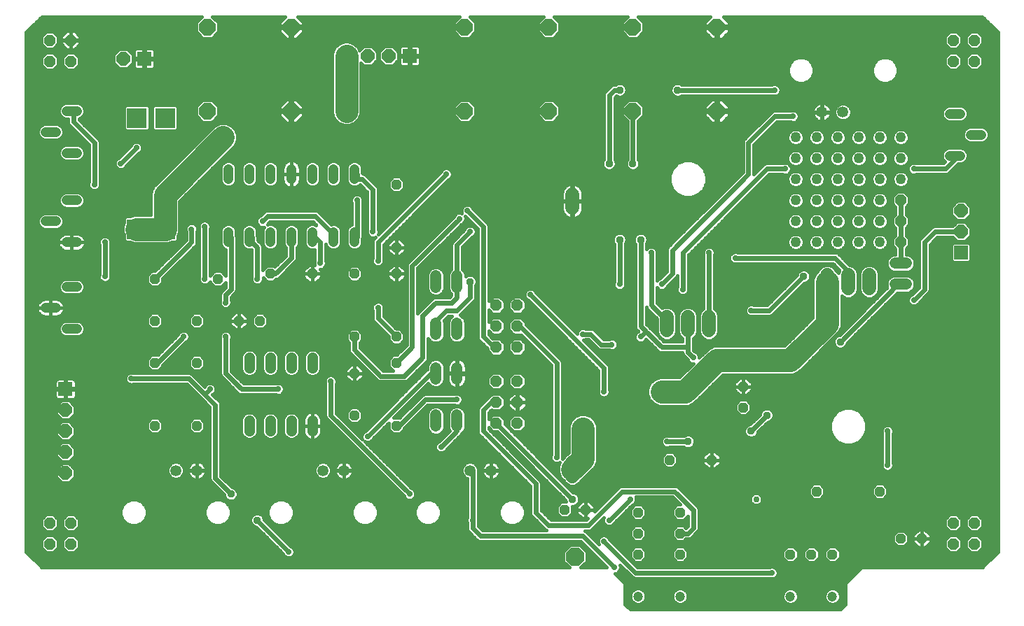
<source format=gtl>
G75*
G70*
%OFA0B0*%
%FSLAX24Y24*%
%IPPOS*%
%LPD*%
%AMOC8*
5,1,8,0,0,1.08239X$1,22.5*
%
%ADD10C,0.0650*%
%ADD11OC8,0.0480*%
%ADD12C,0.0531*%
%ADD13C,0.0480*%
%ADD14C,0.0500*%
%ADD15C,0.0540*%
%ADD16OC8,0.0540*%
%ADD17OC8,0.0472*%
%ADD18C,0.0472*%
%ADD19OC8,0.0780*%
%ADD20OC8,0.0650*%
%ADD21R,0.0650X0.0650*%
%ADD22C,0.0660*%
%ADD23OC8,0.0850*%
%ADD24R,0.0945X0.0945*%
%ADD25C,0.1090*%
%ADD26C,0.0240*%
%ADD27C,0.0290*%
%ADD28OC8,0.0945*%
%ADD29C,0.0300*%
%ADD30C,0.0376*%
%ADD31C,0.0500*%
%ADD32R,0.0531X0.0531*%
%ADD33C,0.0160*%
%ADD34OC8,0.0531*%
D10*
X029073Y013080D02*
X029073Y013730D01*
X029073Y025860D02*
X029073Y026510D01*
D11*
X020698Y026976D03*
X020698Y023976D03*
X020698Y022726D03*
X018698Y022726D03*
X016698Y022726D03*
X014698Y022726D03*
X014198Y020476D03*
X013198Y020476D03*
X011198Y020476D03*
X009198Y020476D03*
X009198Y018476D03*
X011198Y018476D03*
X011198Y015476D03*
X009198Y015476D03*
X009198Y022476D03*
X012198Y022476D03*
X018698Y019726D03*
X018698Y017976D03*
X020698Y018476D03*
X020698Y019726D03*
X018698Y015976D03*
X020698Y015476D03*
X028698Y011476D03*
X029698Y011476D03*
X033698Y013851D03*
X035698Y013851D03*
X037198Y016351D03*
X037198Y017351D03*
X040698Y012351D03*
X043698Y012351D03*
X044698Y010101D03*
X045698Y010101D03*
D12*
X025198Y013351D03*
X024198Y013351D03*
X018198Y013351D03*
X017198Y013351D03*
X011198Y013351D03*
X010198Y013351D03*
X040948Y030426D03*
X041948Y030426D03*
D13*
X047037Y030351D02*
X047517Y030351D01*
X048037Y029351D02*
X048517Y029351D01*
X047517Y028351D02*
X047037Y028351D01*
X018698Y027716D02*
X018698Y027236D01*
X017698Y027236D02*
X017698Y027716D01*
X016698Y027716D02*
X016698Y027236D01*
X015698Y027236D02*
X015698Y027716D01*
X014698Y027716D02*
X014698Y027236D01*
X013698Y027236D02*
X013698Y027716D01*
X012698Y027716D02*
X012698Y027236D01*
X012698Y024716D02*
X012698Y024236D01*
X013698Y024236D02*
X013698Y024716D01*
X014698Y024716D02*
X014698Y024236D01*
X015698Y024236D02*
X015698Y024716D01*
X016698Y024716D02*
X016698Y024236D01*
X017698Y024236D02*
X017698Y024716D01*
X018698Y024716D02*
X018698Y024236D01*
X005485Y024226D02*
X005005Y024226D01*
X004485Y025226D02*
X004005Y025226D01*
X005005Y026226D02*
X005485Y026226D01*
X005485Y028476D02*
X005005Y028476D01*
X004485Y029476D02*
X004005Y029476D01*
X005005Y030476D02*
X005485Y030476D01*
X005485Y022101D02*
X005005Y022101D01*
X004485Y021101D02*
X004005Y021101D01*
X005005Y020101D02*
X005485Y020101D01*
D14*
X013698Y018726D02*
X013698Y018226D01*
X014698Y018226D02*
X014698Y018726D01*
X015698Y018726D02*
X015698Y018226D01*
X016698Y018226D02*
X016698Y018726D01*
X016698Y015726D02*
X016698Y015226D01*
X015698Y015226D02*
X015698Y015726D01*
X014698Y015726D02*
X014698Y015226D01*
X013698Y015226D02*
X013698Y015726D01*
D15*
X022573Y015456D02*
X022573Y015996D01*
X023573Y015996D02*
X023573Y015456D01*
X023573Y017706D02*
X023573Y018246D01*
X022573Y018246D02*
X022573Y017706D01*
X022573Y019831D02*
X022573Y020371D01*
X023573Y020371D02*
X023573Y019831D01*
X023573Y022081D02*
X023573Y022621D01*
X022573Y022621D02*
X022573Y022081D01*
X044428Y022226D02*
X044968Y022226D01*
X044968Y023226D02*
X044428Y023226D01*
D16*
X047198Y032851D03*
X048198Y032851D03*
X048198Y033851D03*
X047198Y033851D03*
X026448Y021226D03*
X025448Y021226D03*
X025448Y020226D03*
X026448Y020226D03*
X026448Y019226D03*
X025448Y019226D03*
X025448Y017601D03*
X026448Y017601D03*
X026448Y016601D03*
X025448Y016601D03*
X025448Y015601D03*
X026448Y015601D03*
X047198Y010851D03*
X048198Y010851D03*
X048198Y009851D03*
X047198Y009851D03*
X005198Y009851D03*
X004198Y009851D03*
X004198Y010851D03*
X005198Y010851D03*
X005198Y032851D03*
X004198Y032851D03*
X004198Y033851D03*
X005198Y033851D03*
D17*
X032198Y011351D03*
X032198Y010351D03*
X032198Y009351D03*
X034198Y009351D03*
X034198Y010351D03*
X034198Y011351D03*
X039448Y009351D03*
X040448Y009351D03*
X041448Y009351D03*
D18*
X041448Y007351D03*
X039448Y007351D03*
X034198Y007351D03*
X032198Y007351D03*
D19*
X031948Y030476D03*
X027948Y030476D03*
X023948Y030476D03*
X023948Y034476D03*
X027948Y034476D03*
X031948Y034476D03*
X035948Y034476D03*
X035948Y030476D03*
X015698Y030476D03*
X011698Y030476D03*
X011698Y034476D03*
X015698Y034476D03*
D20*
X018323Y033101D03*
X019323Y033101D03*
X020323Y033101D03*
X007698Y032976D03*
X004948Y016226D03*
X004948Y015226D03*
X004948Y014226D03*
X004948Y013226D03*
X047573Y024726D03*
X047573Y025726D03*
D21*
X047573Y023726D03*
X021323Y033101D03*
X008698Y032976D03*
X004948Y017226D03*
D22*
X033573Y020021D02*
X033573Y020681D01*
X034573Y020681D02*
X034573Y020021D01*
X035573Y020021D02*
X035573Y020681D01*
X041198Y022021D02*
X041198Y022681D01*
X042198Y022681D02*
X042198Y022021D01*
X043198Y022021D02*
X043198Y022681D01*
D23*
X029198Y009251D03*
D24*
X009688Y024851D03*
X008348Y024851D03*
X008348Y030151D03*
X009688Y030151D03*
D25*
X012448Y029226D02*
X009698Y026476D01*
X009688Y026466D02*
X009688Y025976D01*
X009688Y024851D01*
X008348Y024851D01*
X018323Y030476D02*
X018323Y033101D01*
X034448Y017101D02*
X035948Y018601D01*
X039448Y018601D01*
X041198Y020351D01*
X041198Y022351D01*
X034448Y017101D02*
X033323Y017101D01*
X029573Y015351D02*
X029573Y013905D01*
X029073Y013405D01*
D26*
X028323Y013976D02*
X028323Y018476D01*
X026573Y020226D01*
X026448Y020226D01*
X025448Y019226D02*
X025323Y019226D01*
X024823Y019726D01*
X024823Y024976D01*
X024073Y025726D01*
X023698Y025351D02*
X021448Y023101D01*
X021448Y019226D01*
X020698Y018476D01*
X021073Y017851D02*
X019948Y017851D01*
X018698Y019101D01*
X018698Y019726D01*
X019823Y020601D02*
X020698Y019726D01*
X019823Y020601D02*
X019823Y021101D01*
X021948Y020726D02*
X022573Y021351D01*
X023323Y021351D01*
X023573Y021601D01*
X023573Y022351D01*
X023573Y024101D01*
X024198Y024726D01*
X024198Y022351D02*
X024198Y021601D01*
X023573Y020976D01*
X023073Y020976D01*
X022573Y020476D01*
X022573Y020101D01*
X021948Y020726D02*
X021948Y018726D01*
X021073Y017851D01*
X022323Y017976D02*
X022573Y017976D01*
X022323Y017976D02*
X019323Y014976D01*
X020698Y015476D02*
X020823Y015476D01*
X022073Y016726D01*
X023573Y016726D01*
X023573Y015726D02*
X023573Y015226D01*
X022823Y014476D01*
X024198Y013351D02*
X024323Y013226D01*
X024323Y010976D01*
X024323Y010601D01*
X024698Y010226D01*
X029573Y010226D01*
X031073Y008726D01*
X032073Y008476D02*
X038573Y008476D01*
X034823Y010601D02*
X034823Y011476D01*
X033948Y012351D01*
X031448Y012351D01*
X029823Y010726D01*
X027948Y010726D01*
X027323Y011351D01*
X027323Y012726D01*
X024823Y015226D01*
X024823Y016226D01*
X025323Y016726D01*
X025448Y016601D01*
X025448Y015601D02*
X029073Y011976D01*
X030823Y010976D02*
X031823Y011976D01*
X030573Y009976D02*
X032073Y008476D01*
X034198Y010351D02*
X034573Y010351D01*
X034823Y010601D01*
X034573Y014726D02*
X033573Y014726D01*
X030573Y017101D02*
X030573Y018226D01*
X027073Y021726D01*
X024323Y020976D02*
X024323Y018226D01*
X024073Y017976D01*
X023573Y017976D01*
X017573Y017601D02*
X017573Y015976D01*
X021323Y012226D01*
X015573Y009476D02*
X014073Y010976D01*
X012823Y012226D02*
X012073Y012976D01*
X012073Y016476D01*
X011573Y016976D01*
X011823Y017226D01*
X011573Y016976D02*
X010823Y017726D01*
X008073Y017726D01*
X009198Y018476D02*
X009323Y018476D01*
X010573Y019726D01*
X012573Y019726D02*
X012573Y017976D01*
X013323Y017226D01*
X015073Y017226D01*
X012573Y021351D02*
X012573Y021726D01*
X012823Y021976D01*
X012823Y024476D01*
X012698Y024476D01*
X013698Y024476D02*
X013823Y024476D01*
X013823Y024226D01*
X014073Y023976D01*
X014073Y022476D01*
X014698Y022726D02*
X014948Y022726D01*
X015698Y023476D01*
X015698Y024476D01*
X016698Y024476D02*
X016823Y024476D01*
X017073Y024226D01*
X017073Y023226D01*
X017573Y024476D02*
X017698Y024476D01*
X017573Y024476D02*
X017573Y024726D01*
X016823Y025476D01*
X014573Y025476D01*
X014323Y025226D01*
X011573Y024976D02*
X011573Y022476D01*
X010948Y024226D02*
X010948Y024851D01*
X010948Y024226D02*
X009198Y022476D01*
X006823Y022601D02*
X006823Y023976D01*
X006823Y024226D01*
X009688Y025976D02*
X009823Y025976D01*
X009698Y026476D01*
X007573Y027976D02*
X008323Y028726D01*
X006323Y028976D02*
X006323Y026976D01*
X006323Y028976D02*
X005323Y029976D01*
X005323Y030476D01*
X005245Y030476D01*
X018698Y027476D02*
X018823Y027476D01*
X018823Y027226D01*
X019073Y027226D01*
X019573Y026726D01*
X019573Y024726D01*
X019823Y024226D02*
X019823Y023351D01*
X019823Y024226D02*
X023073Y027476D01*
X018823Y026226D02*
X018823Y024476D01*
X018698Y024476D01*
X029573Y019851D02*
X029948Y019851D01*
X030448Y019351D01*
X030948Y019351D01*
X032323Y019726D02*
X032573Y019976D01*
X032323Y020226D01*
X032323Y024351D01*
X032823Y023726D02*
X032823Y021226D01*
X033573Y020476D01*
X033573Y020351D01*
X034573Y020351D02*
X034573Y019226D01*
X033323Y019226D01*
X032573Y019976D01*
X034573Y019226D02*
X034573Y018976D01*
X034823Y018726D01*
X035573Y020351D02*
X035573Y023726D01*
X034323Y023726D02*
X038323Y027726D01*
X039198Y027726D01*
X037448Y027476D02*
X037448Y028976D01*
X038698Y030226D01*
X039573Y030226D01*
X038698Y031476D02*
X034073Y031476D01*
X031948Y030476D02*
X031948Y027976D01*
X030823Y027976D02*
X030823Y031226D01*
X031073Y031476D01*
X031323Y031476D01*
X037448Y027476D02*
X033823Y023851D01*
X033823Y022726D01*
X033323Y022226D01*
X034323Y021976D02*
X034323Y023726D01*
X036823Y023476D02*
X041573Y023476D01*
X042073Y022976D01*
X042073Y022476D01*
X042198Y022351D01*
X040073Y022601D02*
X038448Y020976D01*
X037573Y020976D01*
X041823Y019476D02*
X044448Y022101D01*
X044573Y022101D01*
X045323Y021476D02*
X045823Y021976D01*
X045823Y024226D01*
X046323Y024726D01*
X047573Y024726D01*
X044698Y024226D02*
X044698Y025226D01*
X044698Y026226D01*
X045323Y027726D02*
X046823Y027726D01*
X047277Y028179D01*
X047277Y028351D01*
X044698Y024226D02*
X044698Y023226D01*
X038323Y015976D02*
X037573Y015226D01*
X044073Y015226D02*
X044073Y013601D01*
X031323Y022226D02*
X031323Y024351D01*
D27*
X032823Y023726D03*
X033323Y022226D03*
X034323Y021976D03*
X035573Y023726D03*
X036823Y023476D03*
X037573Y020976D03*
X034823Y018726D03*
X032323Y019726D03*
X030948Y019351D03*
X029573Y019851D03*
X031323Y022226D03*
X027073Y021726D03*
X024198Y024726D03*
X023698Y025351D03*
X024073Y025726D03*
X023073Y027476D03*
X019573Y024726D03*
X019823Y023351D03*
X019823Y021101D03*
X017073Y023226D03*
X014323Y025226D03*
X011573Y024976D03*
X010948Y024851D03*
X011573Y022476D03*
X012573Y021351D03*
X012573Y019726D03*
X010573Y019726D03*
X008073Y017726D03*
X011823Y017226D03*
X015073Y017226D03*
X017573Y017601D03*
X019323Y014976D03*
X021323Y012226D03*
X022823Y014476D03*
X023573Y016726D03*
X028323Y013976D03*
X030823Y010976D03*
X031823Y011976D03*
X030573Y009976D03*
X031073Y008726D03*
X024323Y010976D03*
X030573Y017101D03*
X033573Y014726D03*
X038573Y008476D03*
X044073Y013601D03*
X044073Y015226D03*
X045323Y021476D03*
X045323Y027726D03*
X039573Y030226D03*
X038698Y031476D03*
X039198Y027726D03*
X018823Y026226D03*
X014073Y022476D03*
X007573Y027976D03*
X008323Y028726D03*
X006323Y026976D03*
X006823Y024226D03*
X006823Y022601D03*
X015573Y009476D03*
D28*
X029573Y015351D03*
X033323Y017101D03*
X018323Y030476D03*
X012448Y029226D03*
D29*
X037823Y011976D03*
D30*
X037573Y015226D03*
X038323Y015976D03*
X034573Y014726D03*
X029073Y011976D03*
X024198Y022351D03*
X030823Y027976D03*
X031948Y027976D03*
X031323Y031476D03*
X034073Y031476D03*
X032323Y024351D03*
X031323Y024351D03*
X040073Y022601D03*
X041823Y019476D03*
X014073Y010976D03*
X012823Y012226D03*
D31*
X039698Y024226D03*
X039698Y025226D03*
X039698Y026226D03*
X040698Y026226D03*
X040698Y025226D03*
X040698Y024226D03*
X041698Y024226D03*
X041698Y025226D03*
X041698Y026226D03*
X042698Y026226D03*
X042698Y025226D03*
X042698Y024226D03*
X043698Y024226D03*
X043698Y025226D03*
X043698Y026226D03*
X043698Y027226D03*
X042698Y027226D03*
X041698Y027226D03*
X040698Y027226D03*
X039698Y027226D03*
X039698Y028226D03*
X039698Y029226D03*
X040698Y029226D03*
X040698Y028226D03*
X041698Y028226D03*
X041698Y029226D03*
X042698Y029226D03*
X042698Y028226D03*
X043698Y028226D03*
X043698Y029226D03*
X044698Y029226D03*
X044698Y028226D03*
X044698Y027226D03*
D32*
X038698Y027226D03*
X038698Y028226D03*
X038698Y029226D03*
X038698Y026226D03*
X038698Y025226D03*
X038698Y024226D03*
D33*
X003823Y008726D02*
X003073Y009476D01*
X003073Y034226D01*
X003823Y034976D01*
X011449Y034976D01*
X011168Y034695D01*
X011168Y034256D01*
X011479Y033946D01*
X011918Y033946D01*
X012228Y034256D01*
X015128Y034256D01*
X015128Y034240D02*
X015462Y033906D01*
X015648Y033906D01*
X015648Y034426D01*
X015128Y034426D01*
X015128Y034240D01*
X015128Y034414D02*
X012228Y034414D01*
X012228Y034256D02*
X012228Y034695D01*
X011948Y034976D01*
X015392Y034976D01*
X015128Y034712D01*
X015128Y034526D01*
X015648Y034526D01*
X015648Y034426D01*
X015748Y034426D01*
X015748Y033906D01*
X015935Y033906D01*
X016268Y034240D01*
X016268Y034426D01*
X015748Y034426D01*
X015748Y034526D01*
X016268Y034526D01*
X016268Y034712D01*
X016005Y034976D01*
X023699Y034976D01*
X023418Y034695D01*
X023418Y034256D01*
X023729Y033946D01*
X024168Y033946D01*
X024478Y034256D01*
X027419Y034256D01*
X027418Y034256D02*
X027729Y033946D01*
X028168Y033946D01*
X028478Y034256D01*
X031419Y034256D01*
X031418Y034256D02*
X031729Y033946D01*
X032168Y033946D01*
X032478Y034256D01*
X035378Y034256D01*
X035378Y034240D02*
X035712Y033906D01*
X035898Y033906D01*
X035898Y034426D01*
X035378Y034426D01*
X035378Y034240D01*
X035378Y034414D02*
X032478Y034414D01*
X032478Y034256D02*
X032478Y034695D01*
X032198Y034976D01*
X035642Y034976D01*
X035378Y034712D01*
X035378Y034526D01*
X035898Y034526D01*
X035898Y034426D01*
X035998Y034426D01*
X035998Y033906D01*
X036185Y033906D01*
X036518Y034240D01*
X036518Y034426D01*
X035998Y034426D01*
X035998Y034526D01*
X036518Y034526D01*
X036518Y034712D01*
X036255Y034976D01*
X048573Y034976D01*
X049323Y034226D01*
X049323Y009476D01*
X048573Y008726D01*
X042823Y008726D01*
X042073Y007976D01*
X042073Y006976D01*
X041823Y006726D01*
X031823Y006726D01*
X031573Y006976D01*
X031573Y007976D01*
X031108Y008441D01*
X031130Y008441D01*
X031235Y008484D01*
X031315Y008564D01*
X031358Y008669D01*
X031358Y008782D01*
X031330Y008852D01*
X031853Y008328D01*
X031926Y008255D01*
X032022Y008216D01*
X038456Y008216D01*
X038517Y008191D01*
X038630Y008191D01*
X038735Y008234D01*
X038815Y008314D01*
X038858Y008419D01*
X038858Y008532D01*
X038815Y008637D01*
X038735Y008717D01*
X038630Y008761D01*
X038517Y008761D01*
X038456Y008736D01*
X032181Y008736D01*
X030840Y010077D01*
X030815Y010137D01*
X030735Y010217D01*
X030630Y010261D01*
X030517Y010261D01*
X030412Y010217D01*
X030332Y010137D01*
X030288Y010032D01*
X030288Y009919D01*
X030317Y009850D01*
X029794Y010373D01*
X029721Y010446D01*
X029673Y010466D01*
X029875Y010466D01*
X029971Y010505D01*
X030567Y011102D01*
X030538Y011032D01*
X030538Y010919D01*
X030582Y010814D01*
X030662Y010734D01*
X030767Y010691D01*
X030880Y010691D01*
X030985Y010734D01*
X031065Y010814D01*
X031090Y010875D01*
X031925Y011709D01*
X031985Y011734D01*
X032065Y011814D01*
X032108Y011919D01*
X032108Y012032D01*
X032084Y012091D01*
X033841Y012091D01*
X034205Y011727D01*
X034043Y011727D01*
X033822Y011506D01*
X033822Y011195D01*
X034043Y010974D01*
X034354Y010974D01*
X034563Y011184D01*
X034563Y010708D01*
X034468Y010613D01*
X034354Y010727D01*
X034043Y010727D01*
X033822Y010506D01*
X033822Y010195D01*
X034043Y009974D01*
X034354Y009974D01*
X034470Y010091D01*
X034625Y010091D01*
X034721Y010130D01*
X034794Y010203D01*
X035044Y010453D01*
X035083Y010549D01*
X035083Y011527D01*
X035044Y011623D01*
X034971Y011696D01*
X034971Y011696D01*
X034169Y012498D01*
X034096Y012571D01*
X034000Y012611D01*
X031397Y012611D01*
X031301Y012571D01*
X031228Y012498D01*
X030118Y011388D01*
X030118Y011476D01*
X030118Y011650D01*
X029872Y011896D01*
X029698Y011896D01*
X029524Y011896D01*
X029278Y011650D01*
X029278Y011476D01*
X029698Y011476D01*
X029698Y011896D01*
X029698Y011476D01*
X029698Y011476D01*
X029698Y011476D01*
X029278Y011476D01*
X029278Y011302D01*
X029524Y011056D01*
X029698Y011056D01*
X029698Y011476D01*
X029698Y011476D01*
X030118Y011476D01*
X029698Y011476D01*
X029698Y011476D01*
X029698Y011056D01*
X029786Y011056D01*
X029716Y010986D01*
X028056Y010986D01*
X027583Y011458D01*
X027583Y012777D01*
X027544Y012873D01*
X027471Y012946D01*
X027471Y012946D01*
X025083Y015333D01*
X025083Y015386D01*
X025279Y015191D01*
X025491Y015191D01*
X028745Y011936D01*
X028745Y011910D01*
X028768Y011856D01*
X028541Y011856D01*
X028318Y011633D01*
X028318Y011318D01*
X028541Y011096D01*
X028856Y011096D01*
X029078Y011318D01*
X029078Y011633D01*
X029064Y011648D01*
X029139Y011648D01*
X029259Y011697D01*
X029352Y011790D01*
X029402Y011910D01*
X029402Y012041D01*
X029352Y012161D01*
X029259Y012254D01*
X029139Y012304D01*
X029113Y012304D01*
X025858Y015558D01*
X025858Y015770D01*
X025618Y016011D01*
X025279Y016011D01*
X025083Y015815D01*
X025083Y016118D01*
X025217Y016252D01*
X025279Y016191D01*
X025618Y016191D01*
X025858Y016431D01*
X025858Y016770D01*
X025618Y017011D01*
X025279Y017011D01*
X025241Y016973D01*
X025176Y016946D01*
X025103Y016873D01*
X024603Y016373D01*
X024563Y016277D01*
X024563Y015174D01*
X024603Y015078D01*
X024676Y015005D01*
X027063Y012618D01*
X027063Y011299D01*
X027103Y011203D01*
X027176Y011130D01*
X027801Y010505D01*
X027848Y010486D01*
X024806Y010486D01*
X024583Y010708D01*
X024583Y010859D01*
X024608Y010919D01*
X024608Y011032D01*
X024583Y011093D01*
X024583Y013220D01*
X024604Y013270D01*
X024604Y013431D01*
X024542Y013580D01*
X024428Y013695D01*
X024279Y013756D01*
X024118Y013756D01*
X023969Y013695D01*
X023854Y013580D01*
X023793Y013431D01*
X023793Y013270D01*
X023854Y013121D01*
X023969Y013007D01*
X024063Y012967D01*
X024063Y011093D01*
X024038Y011032D01*
X024038Y010919D01*
X024063Y010859D01*
X024063Y010549D01*
X024103Y010453D01*
X024478Y010078D01*
X024551Y010005D01*
X024647Y009966D01*
X029466Y009966D01*
X030706Y008726D01*
X029472Y008726D01*
X029763Y009017D01*
X029763Y009485D01*
X029432Y009816D01*
X028964Y009816D01*
X028633Y009485D01*
X028633Y009017D01*
X028924Y008726D01*
X003823Y008726D01*
X003812Y008737D02*
X028913Y008737D01*
X028754Y008896D02*
X003653Y008896D01*
X003495Y009054D02*
X028633Y009054D01*
X028633Y009213D02*
X015683Y009213D01*
X015735Y009234D02*
X015630Y009191D01*
X015517Y009191D01*
X015412Y009234D01*
X015332Y009314D01*
X015307Y009375D01*
X014034Y010648D01*
X014008Y010648D01*
X013888Y010697D01*
X013795Y010790D01*
X013745Y010910D01*
X013745Y011041D01*
X013795Y011161D01*
X013888Y011254D01*
X014008Y011304D01*
X014139Y011304D01*
X014259Y011254D01*
X014352Y011161D01*
X014402Y011041D01*
X014402Y011015D01*
X015675Y009742D01*
X015735Y009717D01*
X015815Y009637D01*
X015858Y009532D01*
X015858Y009419D01*
X015815Y009314D01*
X015735Y009234D01*
X015839Y009371D02*
X028633Y009371D01*
X028678Y009530D02*
X015858Y009530D01*
X015764Y009688D02*
X028837Y009688D01*
X029560Y009688D02*
X029743Y009688D01*
X029718Y009530D02*
X029902Y009530D01*
X029763Y009371D02*
X030060Y009371D01*
X030219Y009213D02*
X029763Y009213D01*
X029763Y009054D02*
X030377Y009054D01*
X030536Y008896D02*
X029642Y008896D01*
X029484Y008737D02*
X030694Y008737D01*
X031129Y008420D02*
X031761Y008420D01*
X031603Y008579D02*
X031321Y008579D01*
X031358Y008737D02*
X031444Y008737D01*
X031287Y008262D02*
X031920Y008262D01*
X031573Y007945D02*
X042073Y007945D01*
X042073Y007786D02*
X031573Y007786D01*
X031573Y007628D02*
X031943Y007628D01*
X031985Y007670D02*
X031879Y007564D01*
X031822Y007425D01*
X031822Y007276D01*
X031879Y007138D01*
X031985Y007032D01*
X032124Y006974D01*
X032273Y006974D01*
X032412Y007032D01*
X032517Y007138D01*
X032575Y007276D01*
X032575Y007425D01*
X032517Y007564D01*
X032412Y007670D01*
X032273Y007727D01*
X032124Y007727D01*
X031985Y007670D01*
X031840Y007469D02*
X031573Y007469D01*
X031573Y007311D02*
X031822Y007311D01*
X031873Y007152D02*
X031573Y007152D01*
X031573Y006994D02*
X032077Y006994D01*
X032320Y006994D02*
X034077Y006994D01*
X034124Y006974D02*
X034273Y006974D01*
X034412Y007032D01*
X034517Y007138D01*
X034575Y007276D01*
X034575Y007425D01*
X034517Y007564D01*
X034412Y007670D01*
X034273Y007727D01*
X034124Y007727D01*
X033985Y007670D01*
X033879Y007564D01*
X033822Y007425D01*
X033822Y007276D01*
X033879Y007138D01*
X033985Y007032D01*
X034124Y006974D01*
X034320Y006994D02*
X039327Y006994D01*
X039374Y006974D02*
X039523Y006974D01*
X039662Y007032D01*
X039767Y007138D01*
X039825Y007276D01*
X039825Y007425D01*
X039767Y007564D01*
X039662Y007670D01*
X039523Y007727D01*
X039374Y007727D01*
X039235Y007670D01*
X039129Y007564D01*
X039072Y007425D01*
X039072Y007276D01*
X039129Y007138D01*
X039235Y007032D01*
X039374Y006974D01*
X039570Y006994D02*
X041327Y006994D01*
X041374Y006974D02*
X041523Y006974D01*
X041662Y007032D01*
X041767Y007138D01*
X041825Y007276D01*
X041825Y007425D01*
X041767Y007564D01*
X041662Y007670D01*
X041523Y007727D01*
X041374Y007727D01*
X041235Y007670D01*
X041129Y007564D01*
X041072Y007425D01*
X041072Y007276D01*
X041129Y007138D01*
X041235Y007032D01*
X041374Y006974D01*
X041570Y006994D02*
X042073Y006994D01*
X042073Y007152D02*
X041773Y007152D01*
X041825Y007311D02*
X042073Y007311D01*
X042073Y007469D02*
X041807Y007469D01*
X041703Y007628D02*
X042073Y007628D01*
X042201Y008103D02*
X031446Y008103D01*
X032180Y008737D02*
X038460Y008737D01*
X038687Y008737D02*
X048585Y008737D01*
X048743Y008896D02*
X032021Y008896D01*
X032043Y008974D02*
X032354Y008974D01*
X032575Y009195D01*
X032575Y009506D01*
X032354Y009727D01*
X032043Y009727D01*
X031822Y009506D01*
X031822Y009195D01*
X032043Y008974D01*
X031963Y009054D02*
X031863Y009054D01*
X031822Y009213D02*
X031704Y009213D01*
X031822Y009371D02*
X031546Y009371D01*
X031387Y009530D02*
X031845Y009530D01*
X032004Y009688D02*
X031229Y009688D01*
X031070Y009847D02*
X044415Y009847D01*
X044318Y009943D02*
X044541Y009721D01*
X044856Y009721D01*
X045078Y009943D01*
X045078Y010258D01*
X044856Y010481D01*
X044541Y010481D01*
X044318Y010258D01*
X044318Y009943D01*
X044318Y010005D02*
X034385Y010005D01*
X034354Y009727D02*
X034043Y009727D01*
X033822Y009506D01*
X033822Y009195D01*
X034043Y008974D01*
X034354Y008974D01*
X034575Y009195D01*
X034575Y009506D01*
X034354Y009727D01*
X034393Y009688D02*
X039254Y009688D01*
X039293Y009727D02*
X039072Y009506D01*
X039072Y009195D01*
X039293Y008974D01*
X039604Y008974D01*
X039825Y009195D01*
X039825Y009506D01*
X039604Y009727D01*
X039293Y009727D01*
X039095Y009530D02*
X034551Y009530D01*
X034575Y009371D02*
X039072Y009371D01*
X039072Y009213D02*
X034575Y009213D01*
X034434Y009054D02*
X039213Y009054D01*
X039684Y009054D02*
X040213Y009054D01*
X040293Y008974D02*
X040604Y008974D01*
X040825Y009195D01*
X040825Y009506D01*
X040604Y009727D01*
X040293Y009727D01*
X040072Y009506D01*
X040072Y009195D01*
X040293Y008974D01*
X040072Y009213D02*
X039825Y009213D01*
X039825Y009371D02*
X040072Y009371D01*
X040095Y009530D02*
X039801Y009530D01*
X039643Y009688D02*
X040254Y009688D01*
X040643Y009688D02*
X041254Y009688D01*
X041293Y009727D02*
X041072Y009506D01*
X041072Y009195D01*
X041293Y008974D01*
X041604Y008974D01*
X041825Y009195D01*
X041825Y009506D01*
X041604Y009727D01*
X041293Y009727D01*
X041095Y009530D02*
X040801Y009530D01*
X040825Y009371D02*
X041072Y009371D01*
X041072Y009213D02*
X040825Y009213D01*
X040684Y009054D02*
X041213Y009054D01*
X041684Y009054D02*
X048902Y009054D01*
X049060Y009213D02*
X041825Y009213D01*
X041825Y009371D02*
X049219Y009371D01*
X049323Y009530D02*
X048457Y009530D01*
X048368Y009441D02*
X048608Y009681D01*
X048608Y010020D01*
X048368Y010261D01*
X048029Y010261D01*
X047788Y010020D01*
X047788Y009681D01*
X048029Y009441D01*
X048368Y009441D01*
X048608Y009688D02*
X049323Y009688D01*
X049323Y009847D02*
X048608Y009847D01*
X048608Y010005D02*
X049323Y010005D01*
X049323Y010164D02*
X048465Y010164D01*
X048368Y010441D02*
X048608Y010681D01*
X048608Y011020D01*
X048368Y011261D01*
X048029Y011261D01*
X047788Y011020D01*
X047788Y010681D01*
X048029Y010441D01*
X048368Y010441D01*
X048408Y010481D02*
X049323Y010481D01*
X049323Y010639D02*
X048567Y010639D01*
X048608Y010798D02*
X049323Y010798D01*
X049323Y010956D02*
X048608Y010956D01*
X048514Y011115D02*
X049323Y011115D01*
X049323Y011273D02*
X035083Y011273D01*
X035083Y011115D02*
X046883Y011115D01*
X046788Y011020D02*
X046788Y010681D01*
X047029Y010441D01*
X047368Y010441D01*
X047608Y010681D01*
X047608Y011020D01*
X047368Y011261D01*
X047029Y011261D01*
X046788Y011020D01*
X046788Y010956D02*
X035083Y010956D01*
X035083Y010798D02*
X046788Y010798D01*
X046830Y010639D02*
X035083Y010639D01*
X035055Y010481D02*
X045484Y010481D01*
X045524Y010521D02*
X045278Y010275D01*
X045278Y010101D01*
X045698Y010101D01*
X045698Y010521D01*
X045524Y010521D01*
X045698Y010521D02*
X045698Y010101D01*
X045698Y010101D01*
X045698Y010101D01*
X045278Y010101D01*
X045278Y009927D01*
X045524Y009681D01*
X045698Y009681D01*
X045698Y010101D01*
X045698Y010101D01*
X046118Y010101D01*
X046118Y010275D01*
X045872Y010521D01*
X045698Y010521D01*
X045698Y010481D02*
X045698Y010481D01*
X045698Y010322D02*
X045698Y010322D01*
X045698Y010164D02*
X045698Y010164D01*
X045698Y010101D02*
X045698Y010101D01*
X045698Y009681D01*
X045872Y009681D01*
X046118Y009927D01*
X046118Y010101D01*
X045698Y010101D01*
X045698Y010005D02*
X045698Y010005D01*
X045698Y009847D02*
X045698Y009847D01*
X045698Y009688D02*
X045698Y009688D01*
X045517Y009688D02*
X041643Y009688D01*
X041801Y009530D02*
X046940Y009530D01*
X047029Y009441D02*
X047368Y009441D01*
X047608Y009681D01*
X047608Y010020D01*
X047368Y010261D01*
X047029Y010261D01*
X046788Y010020D01*
X046788Y009681D01*
X047029Y009441D01*
X046788Y009688D02*
X045880Y009688D01*
X046038Y009847D02*
X046788Y009847D01*
X046788Y010005D02*
X046118Y010005D01*
X046118Y010164D02*
X046932Y010164D01*
X046989Y010481D02*
X045912Y010481D01*
X046071Y010322D02*
X049323Y010322D01*
X049323Y011432D02*
X035083Y011432D01*
X035057Y011590D02*
X049323Y011590D01*
X049323Y011749D02*
X038007Y011749D01*
X037988Y011730D02*
X038069Y011811D01*
X038113Y011918D01*
X038113Y012033D01*
X038069Y012140D01*
X037988Y012221D01*
X037881Y012266D01*
X037766Y012266D01*
X037659Y012221D01*
X037578Y012140D01*
X037533Y012033D01*
X037533Y011918D01*
X037578Y011811D01*
X037659Y011730D01*
X037766Y011686D01*
X037881Y011686D01*
X037988Y011730D01*
X038109Y011907D02*
X049323Y011907D01*
X049323Y012066D02*
X043951Y012066D01*
X043856Y011971D02*
X044078Y012193D01*
X044078Y012508D01*
X043856Y012731D01*
X043541Y012731D01*
X043318Y012508D01*
X043318Y012193D01*
X043541Y011971D01*
X043856Y011971D01*
X044078Y012224D02*
X049323Y012224D01*
X049323Y012383D02*
X044078Y012383D01*
X044045Y012541D02*
X049323Y012541D01*
X049323Y012700D02*
X043887Y012700D01*
X043510Y012700D02*
X040887Y012700D01*
X040856Y012731D02*
X041078Y012508D01*
X041078Y012193D01*
X040856Y011971D01*
X040541Y011971D01*
X040318Y012193D01*
X040318Y012508D01*
X040541Y012731D01*
X040856Y012731D01*
X041045Y012541D02*
X043352Y012541D01*
X043318Y012383D02*
X041078Y012383D01*
X041078Y012224D02*
X043318Y012224D01*
X043446Y012066D02*
X040951Y012066D01*
X040446Y012066D02*
X038100Y012066D01*
X037981Y012224D02*
X040318Y012224D01*
X040318Y012383D02*
X034284Y012383D01*
X034169Y012498D02*
X034169Y012498D01*
X034126Y012541D02*
X040352Y012541D01*
X040510Y012700D02*
X029350Y012700D01*
X029337Y012686D02*
X029467Y012817D01*
X029477Y012840D01*
X029961Y013325D01*
X029961Y013325D01*
X030154Y013517D01*
X030258Y013769D01*
X030258Y015487D01*
X030154Y015739D01*
X029961Y015931D01*
X029710Y016036D01*
X029437Y016036D01*
X029185Y015931D01*
X028993Y015739D01*
X028888Y015487D01*
X028888Y014189D01*
X028833Y014134D01*
X028810Y014124D01*
X028679Y013993D01*
X028670Y013970D01*
X028601Y013902D01*
X028608Y013919D01*
X028608Y014032D01*
X028583Y014093D01*
X028583Y018527D01*
X028544Y018623D01*
X028471Y018696D01*
X026858Y020308D01*
X026858Y020395D01*
X026618Y020636D01*
X026279Y020636D01*
X026038Y020395D01*
X026038Y020056D01*
X026279Y019816D01*
X026616Y019816D01*
X028063Y018368D01*
X028063Y014093D01*
X028038Y014032D01*
X028038Y013919D01*
X028082Y013814D01*
X028162Y013734D01*
X028267Y013691D01*
X028380Y013691D01*
X028465Y013726D01*
X028388Y013542D01*
X028388Y013269D01*
X028493Y013017D01*
X028670Y012840D01*
X028679Y012817D01*
X028810Y012686D01*
X028981Y012616D01*
X029166Y012616D01*
X029337Y012686D01*
X029495Y012858D02*
X049323Y012858D01*
X049323Y013017D02*
X029654Y013017D01*
X029812Y013175D02*
X049323Y013175D01*
X049323Y013334D02*
X044174Y013334D01*
X044130Y013316D02*
X044235Y013359D01*
X044315Y013439D01*
X044358Y013544D01*
X044358Y013657D01*
X044333Y013718D01*
X044333Y015109D01*
X044358Y015169D01*
X044358Y015282D01*
X044315Y015387D01*
X044235Y015467D01*
X044130Y015511D01*
X044017Y015511D01*
X043912Y015467D01*
X043832Y015387D01*
X043788Y015282D01*
X043788Y015169D01*
X043813Y015109D01*
X043813Y013718D01*
X043788Y013657D01*
X043788Y013544D01*
X043832Y013439D01*
X043912Y013359D01*
X044017Y013316D01*
X044130Y013316D01*
X043973Y013334D02*
X029971Y013334D01*
X030129Y013492D02*
X033520Y013492D01*
X033541Y013471D02*
X033318Y013693D01*
X033318Y014008D01*
X033541Y014231D01*
X033856Y014231D01*
X034078Y014008D01*
X034078Y013693D01*
X033856Y013471D01*
X033541Y013471D01*
X033361Y013651D02*
X030209Y013651D01*
X030258Y013809D02*
X033318Y013809D01*
X033318Y013968D02*
X030258Y013968D01*
X030258Y014126D02*
X033437Y014126D01*
X033517Y014441D02*
X033630Y014441D01*
X033690Y014466D01*
X034369Y014466D01*
X034388Y014447D01*
X034508Y014398D01*
X034639Y014398D01*
X034759Y014447D01*
X034852Y014540D01*
X034902Y014660D01*
X034902Y014791D01*
X034852Y014911D01*
X034759Y015004D01*
X034639Y015054D01*
X034508Y015054D01*
X034388Y015004D01*
X034369Y014986D01*
X033690Y014986D01*
X033630Y015011D01*
X033517Y015011D01*
X033412Y014967D01*
X033332Y014887D01*
X033288Y014782D01*
X033288Y014669D01*
X033332Y014564D01*
X033412Y014484D01*
X033517Y014441D01*
X033511Y014443D02*
X030258Y014443D01*
X030258Y014285D02*
X043813Y014285D01*
X043813Y014443D02*
X034749Y014443D01*
X034877Y014602D02*
X041948Y014602D01*
X042023Y014571D02*
X042373Y014571D01*
X042697Y014705D01*
X042944Y014952D01*
X043078Y015276D01*
X043078Y015626D01*
X042944Y015949D01*
X042697Y016197D01*
X042373Y016331D01*
X042023Y016331D01*
X041700Y016197D01*
X041452Y015949D01*
X041318Y015626D01*
X041318Y015276D01*
X041452Y014952D01*
X041700Y014705D01*
X042023Y014571D01*
X041644Y014760D02*
X034902Y014760D01*
X034844Y014919D02*
X037457Y014919D01*
X037508Y014898D02*
X037639Y014898D01*
X037759Y014947D01*
X037852Y015040D01*
X037902Y015160D01*
X037902Y015186D01*
X038363Y015648D01*
X038389Y015648D01*
X038509Y015697D01*
X038602Y015790D01*
X038652Y015910D01*
X038652Y016041D01*
X038602Y016161D01*
X038509Y016254D01*
X038389Y016304D01*
X038258Y016304D01*
X038138Y016254D01*
X038045Y016161D01*
X037995Y016041D01*
X037995Y016015D01*
X037534Y015554D01*
X037508Y015554D01*
X037388Y015504D01*
X037295Y015411D01*
X037245Y015291D01*
X037245Y015160D01*
X037295Y015040D01*
X037388Y014947D01*
X037508Y014898D01*
X037690Y014919D02*
X041486Y014919D01*
X041401Y015077D02*
X037867Y015077D01*
X037951Y015236D02*
X041335Y015236D01*
X041318Y015394D02*
X038110Y015394D01*
X038268Y015553D02*
X041318Y015553D01*
X041354Y015711D02*
X038523Y015711D01*
X038635Y015870D02*
X041419Y015870D01*
X041531Y016028D02*
X038652Y016028D01*
X038576Y016187D02*
X041690Y016187D01*
X042707Y016187D02*
X049323Y016187D01*
X049323Y016345D02*
X037578Y016345D01*
X037578Y016193D02*
X037578Y016508D01*
X037356Y016731D01*
X037041Y016731D01*
X036818Y016508D01*
X036818Y016193D01*
X037041Y015971D01*
X037356Y015971D01*
X037578Y016193D01*
X037572Y016187D02*
X038070Y016187D01*
X037995Y016028D02*
X037413Y016028D01*
X037691Y015711D02*
X030166Y015711D01*
X030231Y015553D02*
X037506Y015553D01*
X037288Y015394D02*
X030258Y015394D01*
X030258Y015236D02*
X037245Y015236D01*
X037280Y015077D02*
X030258Y015077D01*
X030258Y014919D02*
X033363Y014919D01*
X033288Y014760D02*
X030258Y014760D01*
X030258Y014602D02*
X033316Y014602D01*
X033636Y014443D02*
X034398Y014443D01*
X033960Y014126D02*
X035380Y014126D01*
X035278Y014025D02*
X035278Y013851D01*
X035698Y013851D01*
X035698Y014271D01*
X035524Y014271D01*
X035278Y014025D01*
X035278Y013968D02*
X034078Y013968D01*
X034078Y013809D02*
X035278Y013809D01*
X035278Y013851D02*
X035278Y013677D01*
X035524Y013431D01*
X035698Y013431D01*
X035698Y013851D01*
X035698Y013851D01*
X035698Y013851D01*
X035278Y013851D01*
X035304Y013651D02*
X034036Y013651D01*
X033877Y013492D02*
X035463Y013492D01*
X035698Y013492D02*
X035698Y013492D01*
X035698Y013431D02*
X035872Y013431D01*
X036118Y013677D01*
X036118Y013851D01*
X036118Y014025D01*
X035872Y014271D01*
X035698Y014271D01*
X035698Y013851D01*
X035698Y013851D01*
X036118Y013851D01*
X035698Y013851D01*
X035698Y013851D01*
X035698Y013431D01*
X035698Y013651D02*
X035698Y013651D01*
X035698Y013809D02*
X035698Y013809D01*
X035698Y013968D02*
X035698Y013968D01*
X035698Y014126D02*
X035698Y014126D01*
X036017Y014126D02*
X043813Y014126D01*
X043813Y013968D02*
X036118Y013968D01*
X036118Y013809D02*
X043813Y013809D01*
X043788Y013651D02*
X036092Y013651D01*
X035934Y013492D02*
X043810Y013492D01*
X044337Y013492D02*
X049323Y013492D01*
X049323Y013651D02*
X044358Y013651D01*
X044333Y013809D02*
X049323Y013809D01*
X049323Y013968D02*
X044333Y013968D01*
X044333Y014126D02*
X049323Y014126D01*
X049323Y014285D02*
X044333Y014285D01*
X044333Y014443D02*
X049323Y014443D01*
X049323Y014602D02*
X044333Y014602D01*
X044333Y014760D02*
X049323Y014760D01*
X049323Y014919D02*
X044333Y014919D01*
X044333Y015077D02*
X049323Y015077D01*
X049323Y015236D02*
X044358Y015236D01*
X044308Y015394D02*
X049323Y015394D01*
X049323Y015553D02*
X043078Y015553D01*
X043078Y015394D02*
X043839Y015394D01*
X043788Y015236D02*
X043062Y015236D01*
X042996Y015077D02*
X043813Y015077D01*
X043813Y014919D02*
X042911Y014919D01*
X042752Y014760D02*
X043813Y014760D01*
X043813Y014602D02*
X042448Y014602D01*
X043043Y015711D02*
X049323Y015711D01*
X049323Y015870D02*
X042977Y015870D01*
X042865Y016028D02*
X049323Y016028D01*
X049323Y016504D02*
X037578Y016504D01*
X037424Y016662D02*
X049323Y016662D01*
X049323Y016821D02*
X035137Y016821D01*
X035029Y016713D02*
X034836Y016520D01*
X034585Y016416D01*
X033187Y016416D01*
X032935Y016520D01*
X032743Y016713D01*
X032638Y016964D01*
X032638Y017237D01*
X032743Y017489D01*
X032935Y017681D01*
X033187Y017786D01*
X034165Y017786D01*
X034820Y018441D01*
X034767Y018441D01*
X034662Y018484D01*
X034582Y018564D01*
X030603Y018564D01*
X030721Y018446D02*
X029601Y019566D01*
X029630Y019566D01*
X029690Y019591D01*
X029841Y019591D01*
X030301Y019130D01*
X030397Y019091D01*
X030831Y019091D01*
X030892Y019066D01*
X031005Y019066D01*
X031110Y019109D01*
X031190Y019189D01*
X031233Y019294D01*
X031233Y019407D01*
X031190Y019512D01*
X031110Y019592D01*
X031005Y019636D01*
X030892Y019636D01*
X030831Y019611D01*
X030556Y019611D01*
X030169Y019998D01*
X030096Y020071D01*
X030000Y020111D01*
X029690Y020111D01*
X029630Y020136D01*
X029517Y020136D01*
X029412Y020092D01*
X029332Y020012D01*
X029288Y019907D01*
X029288Y019878D01*
X027340Y021827D01*
X027315Y021887D01*
X027235Y021967D01*
X027130Y022011D01*
X027017Y022011D01*
X026912Y021967D01*
X026832Y021887D01*
X026788Y021782D01*
X026788Y021669D01*
X026832Y021564D01*
X026912Y021484D01*
X026972Y021459D01*
X030313Y018118D01*
X030313Y017218D01*
X030288Y017157D01*
X030288Y017044D01*
X030332Y016939D01*
X030412Y016859D01*
X030517Y016816D01*
X030630Y016816D01*
X030735Y016859D01*
X030815Y016939D01*
X030858Y017044D01*
X030858Y017157D01*
X030833Y017218D01*
X030833Y018277D01*
X030794Y018373D01*
X030721Y018446D01*
X030721Y018446D01*
X030761Y018406D02*
X034785Y018406D01*
X034626Y018247D02*
X030833Y018247D01*
X030833Y018089D02*
X034468Y018089D01*
X034309Y017930D02*
X030833Y017930D01*
X030833Y017772D02*
X033153Y017772D01*
X032867Y017613D02*
X030833Y017613D01*
X030833Y017455D02*
X032729Y017455D01*
X032663Y017296D02*
X030833Y017296D01*
X030858Y017138D02*
X032638Y017138D01*
X032638Y016979D02*
X030832Y016979D01*
X030642Y016821D02*
X032698Y016821D01*
X032793Y016662D02*
X028583Y016662D01*
X028583Y016504D02*
X032975Y016504D01*
X034797Y016504D02*
X036818Y016504D01*
X036818Y016345D02*
X028583Y016345D01*
X028583Y016187D02*
X036825Y016187D01*
X036984Y016028D02*
X029728Y016028D01*
X029419Y016028D02*
X028583Y016028D01*
X028583Y015870D02*
X029124Y015870D01*
X028981Y015711D02*
X028583Y015711D01*
X028583Y015553D02*
X028916Y015553D01*
X028888Y015394D02*
X028583Y015394D01*
X028583Y015236D02*
X028888Y015236D01*
X028888Y015077D02*
X028583Y015077D01*
X028583Y014919D02*
X028888Y014919D01*
X028888Y014760D02*
X028583Y014760D01*
X028583Y014602D02*
X028888Y014602D01*
X028888Y014443D02*
X028583Y014443D01*
X028583Y014285D02*
X028888Y014285D01*
X028815Y014126D02*
X028583Y014126D01*
X028608Y013968D02*
X028667Y013968D01*
X028434Y013651D02*
X027766Y013651D01*
X027608Y013809D02*
X028087Y013809D01*
X028038Y013968D02*
X027449Y013968D01*
X027291Y014126D02*
X028063Y014126D01*
X028063Y014285D02*
X027132Y014285D01*
X026974Y014443D02*
X028063Y014443D01*
X028063Y014602D02*
X026815Y014602D01*
X026657Y014760D02*
X028063Y014760D01*
X028063Y014919D02*
X026498Y014919D01*
X026340Y015077D02*
X028063Y015077D01*
X028063Y015236D02*
X026663Y015236D01*
X026618Y015191D02*
X026858Y015431D01*
X026858Y015770D01*
X026618Y016011D01*
X026279Y016011D01*
X026038Y015770D01*
X026038Y015431D01*
X026279Y015191D01*
X026618Y015191D01*
X026822Y015394D02*
X028063Y015394D01*
X028063Y015553D02*
X026858Y015553D01*
X026858Y015711D02*
X028063Y015711D01*
X028063Y015870D02*
X026759Y015870D01*
X026635Y016151D02*
X026898Y016414D01*
X026898Y016591D01*
X026458Y016591D01*
X026458Y016151D01*
X026635Y016151D01*
X026671Y016187D02*
X028063Y016187D01*
X028063Y016345D02*
X026829Y016345D01*
X026898Y016504D02*
X028063Y016504D01*
X028063Y016662D02*
X026898Y016662D01*
X026898Y016611D02*
X026898Y016787D01*
X026635Y017051D01*
X026458Y017051D01*
X026458Y016611D01*
X026438Y016611D01*
X026438Y016591D01*
X025998Y016591D01*
X025998Y016414D01*
X026262Y016151D01*
X026438Y016151D01*
X026438Y016591D01*
X026458Y016591D01*
X026458Y016611D01*
X026898Y016611D01*
X026865Y016821D02*
X028063Y016821D01*
X028063Y016979D02*
X026706Y016979D01*
X026618Y017191D02*
X026858Y017431D01*
X026858Y017770D01*
X026618Y018011D01*
X026279Y018011D01*
X026038Y017770D01*
X026038Y017431D01*
X026279Y017191D01*
X026618Y017191D01*
X026724Y017296D02*
X028063Y017296D01*
X028063Y017138D02*
X021853Y017138D01*
X021926Y016946D02*
X021853Y016873D01*
X020836Y015856D01*
X020571Y015856D01*
X022215Y017500D01*
X022226Y017473D01*
X022341Y017358D01*
X022492Y017296D01*
X022655Y017296D01*
X022806Y017358D01*
X022921Y017473D01*
X022983Y017624D01*
X022983Y018327D01*
X022921Y018478D01*
X022806Y018593D01*
X022655Y018656D01*
X022492Y018656D01*
X022341Y018593D01*
X022226Y018478D01*
X022163Y018327D01*
X022163Y018183D01*
X022103Y018123D01*
X019222Y015242D01*
X019162Y015217D01*
X019082Y015137D01*
X019038Y015032D01*
X019038Y014919D01*
X019067Y014850D01*
X017833Y016083D01*
X017833Y017484D01*
X017858Y017544D01*
X017858Y017657D01*
X017815Y017762D01*
X017735Y017842D01*
X017630Y017886D01*
X017517Y017886D01*
X017412Y017842D01*
X017332Y017762D01*
X017288Y017657D01*
X017288Y017544D01*
X017313Y017484D01*
X017313Y015924D01*
X017353Y015828D01*
X021057Y012125D01*
X021082Y012064D01*
X021162Y011984D01*
X021267Y011941D01*
X021380Y011941D01*
X021485Y011984D01*
X021565Y012064D01*
X021608Y012169D01*
X021608Y012282D01*
X021565Y012387D01*
X021485Y012467D01*
X021425Y012492D01*
X019197Y014719D01*
X019267Y014691D01*
X019380Y014691D01*
X019485Y014734D01*
X019565Y014814D01*
X019590Y014875D01*
X020318Y015603D01*
X020318Y015318D01*
X020541Y015096D01*
X020856Y015096D01*
X021078Y015318D01*
X021078Y015363D01*
X022181Y016466D01*
X023456Y016466D01*
X023517Y016441D01*
X023630Y016441D01*
X023735Y016484D01*
X023815Y016564D01*
X023858Y016669D01*
X023858Y016782D01*
X023815Y016887D01*
X023735Y016967D01*
X023630Y017011D01*
X023517Y017011D01*
X023456Y016986D01*
X022022Y016986D01*
X021926Y016946D01*
X022006Y016979D02*
X021695Y016979D01*
X021801Y016821D02*
X021536Y016821D01*
X021642Y016662D02*
X021378Y016662D01*
X021484Y016504D02*
X021219Y016504D01*
X021325Y016345D02*
X021061Y016345D01*
X021167Y016187D02*
X020902Y016187D01*
X021008Y016028D02*
X020744Y016028D01*
X020850Y015870D02*
X020585Y015870D01*
X020318Y015553D02*
X020268Y015553D01*
X020318Y015394D02*
X020110Y015394D01*
X019951Y015236D02*
X020401Y015236D01*
X019793Y015077D02*
X022416Y015077D01*
X022341Y015108D02*
X022492Y015046D01*
X022655Y015046D01*
X022806Y015108D01*
X022921Y015223D01*
X022983Y015374D01*
X022983Y016077D01*
X022921Y016228D01*
X022806Y016343D01*
X022655Y016406D01*
X022492Y016406D01*
X022341Y016343D01*
X022226Y016228D01*
X022163Y016077D01*
X022163Y015374D01*
X022226Y015223D01*
X022341Y015108D01*
X022221Y015236D02*
X020996Y015236D01*
X021110Y015394D02*
X022163Y015394D01*
X022163Y015553D02*
X021268Y015553D01*
X021427Y015711D02*
X022163Y015711D01*
X022163Y015870D02*
X021585Y015870D01*
X021744Y016028D02*
X022163Y016028D01*
X022209Y016187D02*
X021902Y016187D01*
X022061Y016345D02*
X022346Y016345D01*
X022801Y016345D02*
X023346Y016345D01*
X023341Y016343D02*
X023226Y016228D01*
X023163Y016077D01*
X023163Y015374D01*
X023219Y015239D01*
X022722Y014742D01*
X022662Y014717D01*
X022582Y014637D01*
X022538Y014532D01*
X022538Y014419D01*
X022582Y014314D01*
X022662Y014234D01*
X022767Y014191D01*
X022880Y014191D01*
X022985Y014234D01*
X023065Y014314D01*
X023090Y014375D01*
X023794Y015078D01*
X023806Y015109D01*
X023921Y015223D01*
X023983Y015374D01*
X023983Y016077D01*
X023921Y016228D01*
X023806Y016343D01*
X023655Y016406D01*
X023492Y016406D01*
X023341Y016343D01*
X023209Y016187D02*
X022938Y016187D01*
X022983Y016028D02*
X023163Y016028D01*
X023163Y015870D02*
X022983Y015870D01*
X022983Y015711D02*
X023163Y015711D01*
X023163Y015553D02*
X022983Y015553D01*
X022983Y015394D02*
X023163Y015394D01*
X023216Y015236D02*
X022926Y015236D01*
X023057Y015077D02*
X022731Y015077D01*
X022899Y014919D02*
X019634Y014919D01*
X019511Y014760D02*
X022740Y014760D01*
X022567Y014602D02*
X019315Y014602D01*
X019474Y014443D02*
X022538Y014443D01*
X022611Y014285D02*
X019632Y014285D01*
X019791Y014126D02*
X025555Y014126D01*
X025397Y014285D02*
X023035Y014285D01*
X023159Y014443D02*
X025238Y014443D01*
X025080Y014602D02*
X023317Y014602D01*
X023476Y014760D02*
X024921Y014760D01*
X024763Y014919D02*
X023634Y014919D01*
X023793Y015077D02*
X024604Y015077D01*
X024563Y015236D02*
X023926Y015236D01*
X023983Y015394D02*
X024563Y015394D01*
X024563Y015553D02*
X023983Y015553D01*
X023983Y015711D02*
X024563Y015711D01*
X024563Y015870D02*
X023983Y015870D01*
X023983Y016028D02*
X024563Y016028D01*
X024563Y016187D02*
X023938Y016187D01*
X023801Y016345D02*
X024592Y016345D01*
X024734Y016504D02*
X023754Y016504D01*
X023856Y016662D02*
X024892Y016662D01*
X025051Y016821D02*
X023843Y016821D01*
X023706Y016979D02*
X025247Y016979D01*
X025279Y017191D02*
X025038Y017431D01*
X025038Y017770D01*
X025279Y018011D01*
X025618Y018011D01*
X025858Y017770D01*
X025858Y017431D01*
X025618Y017191D01*
X025279Y017191D01*
X025173Y017296D02*
X023761Y017296D01*
X023746Y017289D02*
X023809Y017321D01*
X023867Y017362D01*
X023917Y017412D01*
X023958Y017470D01*
X023990Y017533D01*
X024012Y017600D01*
X024023Y017670D01*
X024023Y017966D01*
X023583Y017966D01*
X023583Y017256D01*
X023609Y017256D01*
X023679Y017267D01*
X023746Y017289D01*
X023583Y017296D02*
X023563Y017296D01*
X023563Y017256D02*
X023563Y017966D01*
X023123Y017966D01*
X023123Y017670D01*
X023134Y017600D01*
X023156Y017533D01*
X023189Y017470D01*
X023230Y017412D01*
X023280Y017362D01*
X023338Y017321D01*
X023401Y017289D01*
X023468Y017267D01*
X023538Y017256D01*
X023563Y017256D01*
X023386Y017296D02*
X022656Y017296D01*
X022491Y017296D02*
X022012Y017296D01*
X022170Y017455D02*
X022245Y017455D01*
X021910Y017930D02*
X021521Y017930D01*
X021679Y018089D02*
X022069Y018089D01*
X022163Y018247D02*
X021838Y018247D01*
X021996Y018406D02*
X022196Y018406D01*
X022096Y018505D02*
X022169Y018578D01*
X022208Y018674D01*
X022208Y019640D01*
X022226Y019598D01*
X022341Y019483D01*
X022492Y019421D01*
X022655Y019421D01*
X022806Y019483D01*
X022921Y019598D01*
X022983Y019749D01*
X022983Y020452D01*
X022964Y020499D01*
X023181Y020716D01*
X023339Y020716D01*
X023226Y020603D01*
X023163Y020452D01*
X023163Y019749D01*
X023226Y019598D01*
X023341Y019483D01*
X023492Y019421D01*
X023655Y019421D01*
X023806Y019483D01*
X023921Y019598D01*
X023983Y019749D01*
X023983Y020452D01*
X023921Y020603D01*
X023806Y020718D01*
X023719Y020754D01*
X023721Y020755D01*
X024346Y021380D01*
X024419Y021453D01*
X024458Y021549D01*
X024458Y022147D01*
X024477Y022165D01*
X024527Y022285D01*
X024527Y022416D01*
X024477Y022536D01*
X024384Y022629D01*
X024264Y022679D01*
X024133Y022679D01*
X024013Y022629D01*
X023983Y022600D01*
X023983Y022702D01*
X023921Y022853D01*
X023833Y022940D01*
X023833Y023993D01*
X024300Y024459D01*
X024360Y024484D01*
X024440Y024564D01*
X024483Y024669D01*
X024483Y024782D01*
X024440Y024887D01*
X024360Y024967D01*
X024255Y025011D01*
X024142Y025011D01*
X024037Y024967D01*
X023957Y024887D01*
X023932Y024827D01*
X023353Y024248D01*
X023313Y024152D01*
X023313Y022940D01*
X023226Y022853D01*
X023163Y022702D01*
X023163Y021999D01*
X023226Y021848D01*
X023313Y021761D01*
X023313Y021708D01*
X023216Y021611D01*
X022522Y021611D01*
X022426Y021571D01*
X022353Y021498D01*
X021728Y020873D01*
X021708Y020826D01*
X021708Y022993D01*
X023800Y025084D01*
X023860Y025109D01*
X023940Y025189D01*
X023983Y025294D01*
X023983Y025407D01*
X023960Y025464D01*
X023972Y025459D01*
X024563Y024868D01*
X024563Y019674D01*
X024603Y019578D01*
X025038Y019143D01*
X025038Y019056D01*
X025279Y018816D01*
X025618Y018816D01*
X025858Y019056D01*
X025858Y019395D01*
X025618Y019636D01*
X025281Y019636D01*
X025083Y019833D01*
X025083Y020011D01*
X025279Y019816D01*
X025618Y019816D01*
X025858Y020056D01*
X025858Y020395D01*
X025618Y020636D01*
X025279Y020636D01*
X025083Y020440D01*
X025083Y021011D01*
X025279Y020816D01*
X025618Y020816D01*
X025858Y021056D01*
X025858Y021395D01*
X025618Y021636D01*
X025279Y021636D01*
X025083Y021440D01*
X025083Y025027D01*
X025044Y025123D01*
X024971Y025196D01*
X024971Y025196D01*
X024340Y025827D01*
X024315Y025887D01*
X024235Y025967D01*
X024130Y026011D01*
X024017Y026011D01*
X023912Y025967D01*
X023832Y025887D01*
X023788Y025782D01*
X023788Y025669D01*
X023812Y025612D01*
X023755Y025636D01*
X023642Y025636D01*
X023537Y025592D01*
X023457Y025512D01*
X023432Y025452D01*
X021228Y023248D01*
X021188Y023152D01*
X021188Y019333D01*
X020711Y018856D01*
X020541Y018856D01*
X020318Y018633D01*
X020318Y018318D01*
X020526Y018111D01*
X020056Y018111D01*
X018958Y019208D01*
X018958Y019448D01*
X019078Y019568D01*
X019078Y019883D01*
X018856Y020106D01*
X018541Y020106D01*
X018318Y019883D01*
X018318Y019568D01*
X018438Y019448D01*
X018438Y019049D01*
X018478Y018953D01*
X019728Y017703D01*
X019801Y017630D01*
X019897Y017591D01*
X021125Y017591D01*
X021221Y017630D01*
X022096Y018505D01*
X022155Y018564D02*
X022312Y018564D01*
X022208Y018723D02*
X027709Y018723D01*
X027550Y018881D02*
X026684Y018881D01*
X026618Y018816D02*
X026858Y019056D01*
X026858Y019395D01*
X026618Y019636D01*
X026279Y019636D01*
X026038Y019395D01*
X026038Y019056D01*
X026279Y018816D01*
X026618Y018816D01*
X026842Y019040D02*
X027392Y019040D01*
X027233Y019198D02*
X026858Y019198D01*
X026858Y019357D02*
X027075Y019357D01*
X026916Y019515D02*
X026739Y019515D01*
X026758Y019674D02*
X025243Y019674D01*
X025262Y019832D02*
X025085Y019832D01*
X025083Y019991D02*
X025104Y019991D01*
X025083Y020466D02*
X025109Y020466D01*
X025083Y020625D02*
X025268Y020625D01*
X025083Y020783D02*
X027648Y020783D01*
X027490Y020942D02*
X026744Y020942D01*
X026858Y021056D02*
X026618Y020816D01*
X026279Y020816D01*
X026038Y021056D01*
X026038Y021395D01*
X026279Y021636D01*
X026618Y021636D01*
X026858Y021395D01*
X026858Y021056D01*
X026858Y021100D02*
X027331Y021100D01*
X027173Y021259D02*
X026858Y021259D01*
X026837Y021417D02*
X027014Y021417D01*
X026827Y021576D02*
X026678Y021576D01*
X026788Y021734D02*
X025083Y021734D01*
X025083Y021576D02*
X025219Y021576D01*
X025083Y021893D02*
X026837Y021893D01*
X027309Y021893D02*
X032063Y021893D01*
X032063Y022051D02*
X031552Y022051D01*
X031565Y022064D02*
X031608Y022169D01*
X031608Y022282D01*
X031583Y022343D01*
X031583Y024147D01*
X031602Y024165D01*
X031652Y024285D01*
X031652Y024416D01*
X031602Y024536D01*
X031509Y024629D01*
X031389Y024679D01*
X031258Y024679D01*
X031138Y024629D01*
X031045Y024536D01*
X030995Y024416D01*
X030995Y024285D01*
X031045Y024165D01*
X031063Y024147D01*
X031063Y022343D01*
X031038Y022282D01*
X031038Y022169D01*
X031082Y022064D01*
X031162Y021984D01*
X031267Y021941D01*
X031380Y021941D01*
X031485Y021984D01*
X031565Y022064D01*
X031608Y022210D02*
X032063Y022210D01*
X032063Y022368D02*
X031583Y022368D01*
X031583Y022527D02*
X032063Y022527D01*
X032063Y022685D02*
X031583Y022685D01*
X031583Y022844D02*
X032063Y022844D01*
X032063Y023002D02*
X031583Y023002D01*
X031583Y023161D02*
X032063Y023161D01*
X032063Y023319D02*
X031583Y023319D01*
X031583Y023478D02*
X032063Y023478D01*
X032063Y023636D02*
X031583Y023636D01*
X031583Y023795D02*
X032063Y023795D01*
X032063Y023953D02*
X031583Y023953D01*
X031583Y024112D02*
X032063Y024112D01*
X032063Y024147D02*
X032063Y020174D01*
X032103Y020078D01*
X032176Y020005D01*
X032176Y020005D01*
X032199Y019983D01*
X032162Y019967D01*
X032082Y019887D01*
X032038Y019782D01*
X032038Y019669D01*
X032082Y019564D01*
X032162Y019484D01*
X032267Y019441D01*
X032380Y019441D01*
X032485Y019484D01*
X032565Y019564D01*
X032580Y019601D01*
X033103Y019078D01*
X033176Y019005D01*
X033272Y018966D01*
X034313Y018966D01*
X034313Y018924D01*
X034353Y018828D01*
X034426Y018755D01*
X034557Y018625D01*
X034582Y018564D01*
X034459Y018723D02*
X030444Y018723D01*
X030286Y018881D02*
X034331Y018881D01*
X034833Y019083D02*
X034833Y019620D01*
X034840Y019622D01*
X034972Y019754D01*
X035043Y019927D01*
X035043Y020774D01*
X034972Y020947D01*
X034840Y021079D01*
X034667Y021151D01*
X034480Y021151D01*
X034307Y021079D01*
X034175Y020947D01*
X034103Y020774D01*
X034103Y019927D01*
X034175Y019754D01*
X034307Y019622D01*
X034313Y019620D01*
X034313Y019486D01*
X033431Y019486D01*
X032794Y020123D01*
X032721Y020196D01*
X032721Y020196D01*
X032583Y020333D01*
X032583Y021126D01*
X032603Y021078D01*
X032676Y021005D01*
X033103Y020578D01*
X033103Y019927D01*
X033175Y019754D01*
X033307Y019622D01*
X033480Y019551D01*
X033667Y019551D01*
X033840Y019622D01*
X033972Y019754D01*
X034043Y019927D01*
X034043Y020774D01*
X033972Y020947D01*
X033840Y021079D01*
X033667Y021151D01*
X033480Y021151D01*
X033329Y021088D01*
X033083Y021333D01*
X033083Y022063D01*
X033162Y021984D01*
X033267Y021941D01*
X033380Y021941D01*
X033485Y021984D01*
X033565Y022064D01*
X033590Y022125D01*
X033971Y022505D01*
X034044Y022578D01*
X034063Y022626D01*
X034063Y022093D01*
X034038Y022032D01*
X034038Y021919D01*
X034082Y021814D01*
X034162Y021734D01*
X034267Y021691D01*
X034380Y021691D01*
X034485Y021734D01*
X034565Y021814D01*
X034608Y021919D01*
X034608Y022032D01*
X034583Y022093D01*
X034583Y023618D01*
X038431Y027466D01*
X039081Y027466D01*
X039142Y027441D01*
X039255Y027441D01*
X039360Y027484D01*
X039440Y027564D01*
X039483Y027669D01*
X039483Y027782D01*
X039440Y027887D01*
X039360Y027967D01*
X039255Y028011D01*
X039142Y028011D01*
X039081Y027986D01*
X038272Y027986D01*
X038176Y027946D01*
X038103Y027873D01*
X038103Y027873D01*
X037708Y027478D01*
X037708Y028868D01*
X038806Y029966D01*
X039456Y029966D01*
X039517Y029941D01*
X039630Y029941D01*
X039735Y029984D01*
X039815Y030064D01*
X039858Y030169D01*
X039858Y030282D01*
X039815Y030387D01*
X039735Y030467D01*
X039630Y030511D01*
X039517Y030511D01*
X039456Y030486D01*
X038647Y030486D01*
X038551Y030446D01*
X037301Y029196D01*
X037228Y029123D01*
X037188Y029027D01*
X037188Y027583D01*
X033603Y023998D01*
X033563Y023902D01*
X033563Y022833D01*
X033222Y022492D01*
X033162Y022467D01*
X033083Y022389D01*
X033083Y023609D01*
X033108Y023669D01*
X033108Y023782D01*
X033065Y023887D01*
X032985Y023967D01*
X032880Y024011D01*
X032767Y024011D01*
X032662Y023967D01*
X032583Y023889D01*
X032583Y024147D01*
X032602Y024165D01*
X032652Y024285D01*
X032652Y024416D01*
X032602Y024536D01*
X032509Y024629D01*
X032389Y024679D01*
X032258Y024679D01*
X032138Y024629D01*
X032045Y024536D01*
X031995Y024416D01*
X031995Y024285D01*
X032045Y024165D01*
X032063Y024147D01*
X032002Y024270D02*
X031645Y024270D01*
X031646Y024429D02*
X032001Y024429D01*
X032096Y024587D02*
X031551Y024587D01*
X031096Y024587D02*
X025083Y024587D01*
X025083Y024429D02*
X031001Y024429D01*
X031002Y024270D02*
X025083Y024270D01*
X025083Y024112D02*
X031063Y024112D01*
X031063Y023953D02*
X025083Y023953D01*
X025083Y023795D02*
X031063Y023795D01*
X031063Y023636D02*
X025083Y023636D01*
X025083Y023478D02*
X031063Y023478D01*
X031063Y023319D02*
X025083Y023319D01*
X025083Y023161D02*
X031063Y023161D01*
X031063Y023002D02*
X025083Y023002D01*
X025083Y022844D02*
X031063Y022844D01*
X031063Y022685D02*
X025083Y022685D01*
X025083Y022527D02*
X031063Y022527D01*
X031063Y022368D02*
X025083Y022368D01*
X025083Y022210D02*
X031038Y022210D01*
X031095Y022051D02*
X025083Y022051D01*
X024563Y022051D02*
X024458Y022051D01*
X024458Y021893D02*
X024563Y021893D01*
X024563Y021734D02*
X024458Y021734D01*
X024458Y021576D02*
X024563Y021576D01*
X024563Y021417D02*
X024383Y021417D01*
X024346Y021380D02*
X024346Y021380D01*
X024224Y021259D02*
X024563Y021259D01*
X024563Y021100D02*
X024066Y021100D01*
X023907Y020942D02*
X024563Y020942D01*
X024563Y020783D02*
X023749Y020783D01*
X023899Y020625D02*
X024563Y020625D01*
X024563Y020466D02*
X023978Y020466D01*
X023983Y020308D02*
X024563Y020308D01*
X024563Y020149D02*
X023983Y020149D01*
X023983Y019991D02*
X024563Y019991D01*
X024563Y019832D02*
X023983Y019832D01*
X023952Y019674D02*
X024564Y019674D01*
X024666Y019515D02*
X023838Y019515D01*
X023309Y019515D02*
X022838Y019515D01*
X022952Y019674D02*
X023195Y019674D01*
X023163Y019832D02*
X022983Y019832D01*
X022983Y019991D02*
X023163Y019991D01*
X023163Y020149D02*
X022983Y020149D01*
X022983Y020308D02*
X023163Y020308D01*
X023169Y020466D02*
X022978Y020466D01*
X023090Y020625D02*
X023248Y020625D01*
X023313Y021734D02*
X022807Y021734D01*
X022806Y021733D02*
X022921Y021848D01*
X022983Y021999D01*
X022983Y022702D01*
X022921Y022853D01*
X022806Y022968D01*
X022655Y023031D01*
X022492Y023031D01*
X022341Y022968D01*
X022226Y022853D01*
X022163Y022702D01*
X022163Y021999D01*
X022226Y021848D01*
X022341Y021733D01*
X022492Y021671D01*
X022655Y021671D01*
X022806Y021733D01*
X022939Y021893D02*
X023207Y021893D01*
X023163Y022051D02*
X022983Y022051D01*
X022983Y022210D02*
X023163Y022210D01*
X023163Y022368D02*
X022983Y022368D01*
X022983Y022527D02*
X023163Y022527D01*
X023163Y022685D02*
X022983Y022685D01*
X022925Y022844D02*
X023222Y022844D01*
X023313Y023002D02*
X022724Y023002D01*
X022423Y023002D02*
X021718Y023002D01*
X021708Y022844D02*
X022222Y022844D01*
X022163Y022685D02*
X021708Y022685D01*
X021708Y022527D02*
X022163Y022527D01*
X022163Y022368D02*
X021708Y022368D01*
X021708Y022210D02*
X022163Y022210D01*
X022163Y022051D02*
X021708Y022051D01*
X021708Y021893D02*
X022207Y021893D01*
X022340Y021734D02*
X021708Y021734D01*
X021708Y021576D02*
X022437Y021576D01*
X022272Y021417D02*
X021708Y021417D01*
X021708Y021259D02*
X022114Y021259D01*
X021955Y021100D02*
X021708Y021100D01*
X021708Y020942D02*
X021797Y020942D01*
X021188Y020942D02*
X020083Y020942D01*
X020083Y020984D02*
X020108Y021044D01*
X020108Y021157D01*
X020065Y021262D01*
X019985Y021342D01*
X019880Y021386D01*
X019767Y021386D01*
X019662Y021342D01*
X019582Y021262D01*
X019538Y021157D01*
X019538Y021044D01*
X019563Y020984D01*
X019563Y020549D01*
X019603Y020453D01*
X020318Y019738D01*
X020318Y019568D01*
X020541Y019346D01*
X020856Y019346D01*
X021078Y019568D01*
X021078Y019883D01*
X020856Y020106D01*
X020686Y020106D01*
X020083Y020708D01*
X020083Y020984D01*
X020108Y021100D02*
X021188Y021100D01*
X021188Y021259D02*
X020066Y021259D01*
X020083Y020783D02*
X021188Y020783D01*
X021188Y020625D02*
X020167Y020625D01*
X020326Y020466D02*
X021188Y020466D01*
X021188Y020308D02*
X020484Y020308D01*
X020643Y020149D02*
X021188Y020149D01*
X021188Y019991D02*
X020971Y019991D01*
X021078Y019832D02*
X021188Y019832D01*
X021188Y019674D02*
X021078Y019674D01*
X021025Y019515D02*
X021188Y019515D01*
X021188Y019357D02*
X020867Y019357D01*
X021053Y019198D02*
X018969Y019198D01*
X018958Y019357D02*
X020530Y019357D01*
X020371Y019515D02*
X019025Y019515D01*
X019078Y019674D02*
X020318Y019674D01*
X020224Y019832D02*
X019078Y019832D01*
X018971Y019991D02*
X020066Y019991D01*
X019907Y020149D02*
X014409Y020149D01*
X014356Y020096D02*
X014578Y020318D01*
X014578Y020633D01*
X014356Y020856D01*
X014041Y020856D01*
X013818Y020633D01*
X013818Y020318D01*
X014041Y020096D01*
X014356Y020096D01*
X014568Y020308D02*
X019749Y020308D01*
X019598Y020466D02*
X014578Y020466D01*
X014578Y020625D02*
X019563Y020625D01*
X019563Y020783D02*
X014428Y020783D01*
X013969Y020783D02*
X013485Y020783D01*
X013372Y020896D02*
X013198Y020896D01*
X013024Y020896D01*
X012778Y020650D01*
X012778Y020476D01*
X013198Y020476D01*
X013198Y020896D01*
X013198Y020476D01*
X013198Y020476D01*
X013198Y020476D01*
X012778Y020476D01*
X012778Y020302D01*
X013024Y020056D01*
X013198Y020056D01*
X013198Y020476D01*
X013198Y020476D01*
X013618Y020476D01*
X013618Y020650D01*
X013372Y020896D01*
X013198Y020783D02*
X013198Y020783D01*
X013198Y020625D02*
X013198Y020625D01*
X013198Y020476D02*
X013198Y020476D01*
X013198Y020056D01*
X013372Y020056D01*
X013618Y020302D01*
X013618Y020476D01*
X013198Y020476D01*
X013198Y020466D02*
X013198Y020466D01*
X013198Y020308D02*
X013198Y020308D01*
X013198Y020149D02*
X013198Y020149D01*
X012931Y020149D02*
X011409Y020149D01*
X011356Y020096D02*
X011578Y020318D01*
X011578Y020633D01*
X011356Y020856D01*
X011041Y020856D01*
X010818Y020633D01*
X010818Y020318D01*
X011041Y020096D01*
X011356Y020096D01*
X011568Y020308D02*
X012778Y020308D01*
X012778Y020466D02*
X011578Y020466D01*
X011578Y020625D02*
X012778Y020625D01*
X012912Y020783D02*
X011428Y020783D01*
X010969Y020783D02*
X009428Y020783D01*
X009356Y020856D02*
X009041Y020856D01*
X008818Y020633D01*
X008818Y020318D01*
X009041Y020096D01*
X009356Y020096D01*
X009578Y020318D01*
X009578Y020633D01*
X009356Y020856D01*
X009578Y020625D02*
X010818Y020625D01*
X010818Y020466D02*
X009578Y020466D01*
X009568Y020308D02*
X010829Y020308D01*
X010987Y020149D02*
X009409Y020149D01*
X008987Y020149D02*
X005865Y020149D01*
X005865Y020176D02*
X005807Y020316D01*
X005700Y020423D01*
X005560Y020481D01*
X004929Y020481D01*
X004789Y020423D01*
X004683Y020316D01*
X004625Y020176D01*
X004625Y020025D01*
X004683Y019885D01*
X004789Y019778D01*
X004929Y019721D01*
X005560Y019721D01*
X005700Y019778D01*
X005807Y019885D01*
X005865Y020025D01*
X005865Y020176D01*
X005810Y020308D02*
X008829Y020308D01*
X008818Y020466D02*
X005595Y020466D01*
X005850Y019991D02*
X010469Y019991D01*
X010517Y020011D02*
X010412Y019967D01*
X010332Y019887D01*
X010307Y019827D01*
X009336Y018856D01*
X009041Y018856D01*
X008818Y018633D01*
X008818Y018318D01*
X009041Y018096D01*
X009356Y018096D01*
X009578Y018318D01*
X009578Y018363D01*
X010675Y019459D01*
X010735Y019484D01*
X010815Y019564D01*
X010858Y019669D01*
X010858Y019782D01*
X010815Y019887D01*
X010735Y019967D01*
X010630Y020011D01*
X010517Y020011D01*
X010678Y019991D02*
X012469Y019991D01*
X012517Y020011D02*
X012412Y019967D01*
X012332Y019887D01*
X012288Y019782D01*
X012288Y019669D01*
X012313Y019609D01*
X012313Y017924D01*
X012353Y017828D01*
X013103Y017078D01*
X013176Y017005D01*
X013272Y016966D01*
X014956Y016966D01*
X015017Y016941D01*
X015130Y016941D01*
X015235Y016984D01*
X015315Y017064D01*
X015358Y017169D01*
X015358Y017282D01*
X015315Y017387D01*
X015235Y017467D01*
X015130Y017511D01*
X015017Y017511D01*
X014956Y017486D01*
X013431Y017486D01*
X012833Y018083D01*
X012833Y019609D01*
X012858Y019669D01*
X012858Y019782D01*
X012815Y019887D01*
X012735Y019967D01*
X012630Y020011D01*
X012517Y020011D01*
X012678Y019991D02*
X018426Y019991D01*
X018318Y019832D02*
X012838Y019832D01*
X012858Y019674D02*
X018318Y019674D01*
X018371Y019515D02*
X012833Y019515D01*
X012833Y019357D02*
X018438Y019357D01*
X018438Y019198D02*
X012833Y019198D01*
X012833Y019040D02*
X013461Y019040D01*
X013478Y019056D02*
X013368Y018947D01*
X013308Y018803D01*
X013308Y018148D01*
X013368Y018005D01*
X013478Y017895D01*
X013621Y017836D01*
X013776Y017836D01*
X013919Y017895D01*
X014029Y018005D01*
X014088Y018148D01*
X014088Y018803D01*
X014029Y018947D01*
X013919Y019056D01*
X013776Y019116D01*
X013621Y019116D01*
X013478Y019056D01*
X013341Y018881D02*
X012833Y018881D01*
X012833Y018723D02*
X013308Y018723D01*
X013308Y018564D02*
X012833Y018564D01*
X012833Y018406D02*
X013308Y018406D01*
X013308Y018247D02*
X012833Y018247D01*
X012833Y018089D02*
X013333Y018089D01*
X013442Y017930D02*
X012987Y017930D01*
X013145Y017772D02*
X017341Y017772D01*
X017288Y017613D02*
X013304Y017613D01*
X012885Y017296D02*
X012103Y017296D01*
X012108Y017282D02*
X012065Y017387D01*
X011985Y017467D01*
X011880Y017511D01*
X011767Y017511D01*
X011662Y017467D01*
X011582Y017387D01*
X011567Y017350D01*
X011044Y017873D01*
X010971Y017946D01*
X010875Y017986D01*
X008190Y017986D01*
X008130Y018011D01*
X008017Y018011D01*
X007912Y017967D01*
X007832Y017887D01*
X007788Y017782D01*
X007788Y017669D01*
X007832Y017564D01*
X007912Y017484D01*
X008017Y017441D01*
X008130Y017441D01*
X008190Y017466D01*
X010716Y017466D01*
X011353Y016828D01*
X011426Y016755D01*
X011813Y016368D01*
X011813Y012924D01*
X011853Y012828D01*
X012495Y012186D01*
X012495Y012160D01*
X012545Y012040D01*
X012638Y011947D01*
X012758Y011898D01*
X012889Y011898D01*
X013009Y011947D01*
X013102Y012040D01*
X013152Y012160D01*
X013152Y012291D01*
X013102Y012411D01*
X013009Y012504D01*
X012889Y012554D01*
X012863Y012554D01*
X012333Y013083D01*
X012333Y016527D01*
X012294Y016623D01*
X011948Y016969D01*
X011985Y016984D01*
X012065Y017064D01*
X012108Y017169D01*
X012108Y017282D01*
X012095Y017138D02*
X013044Y017138D01*
X013239Y016979D02*
X011973Y016979D01*
X012096Y016821D02*
X017313Y016821D01*
X017313Y016979D02*
X015223Y016979D01*
X015345Y017138D02*
X017313Y017138D01*
X017313Y017296D02*
X015353Y017296D01*
X015247Y017455D02*
X017313Y017455D01*
X017833Y017455D02*
X021435Y017455D01*
X021593Y017613D02*
X021179Y017613D01*
X021362Y017772D02*
X021752Y017772D01*
X021276Y017296D02*
X017833Y017296D01*
X017833Y017138D02*
X021118Y017138D01*
X020959Y016979D02*
X017833Y016979D01*
X017833Y016821D02*
X020801Y016821D01*
X020642Y016662D02*
X017833Y016662D01*
X017833Y016504D02*
X020484Y016504D01*
X020325Y016345D02*
X018866Y016345D01*
X018856Y016356D02*
X019078Y016133D01*
X019078Y015818D01*
X018856Y015596D01*
X018541Y015596D01*
X018318Y015818D01*
X018318Y016133D01*
X018541Y016356D01*
X018856Y016356D01*
X019025Y016187D02*
X020167Y016187D01*
X020008Y016028D02*
X019078Y016028D01*
X019078Y015870D02*
X019850Y015870D01*
X019691Y015711D02*
X018971Y015711D01*
X019374Y015394D02*
X018523Y015394D01*
X018681Y015236D02*
X019206Y015236D01*
X019057Y015077D02*
X018840Y015077D01*
X018998Y014919D02*
X019039Y014919D01*
X018580Y014602D02*
X012333Y014602D01*
X012333Y014760D02*
X018421Y014760D01*
X018263Y014919D02*
X017000Y014919D01*
X016979Y014898D02*
X017026Y014946D01*
X017066Y015000D01*
X017097Y015061D01*
X017118Y015125D01*
X017128Y015192D01*
X017128Y015476D01*
X017128Y015759D01*
X017118Y015826D01*
X017097Y015891D01*
X017066Y015951D01*
X017026Y016006D01*
X016979Y016054D01*
X016924Y016093D01*
X016863Y016124D01*
X016799Y016145D01*
X016732Y016156D01*
X016698Y016156D01*
X016665Y016156D01*
X016598Y016145D01*
X016533Y016124D01*
X016473Y016093D01*
X016418Y016054D01*
X016370Y016006D01*
X016331Y015951D01*
X016300Y015891D01*
X016279Y015826D01*
X016268Y015759D01*
X016268Y015476D01*
X016698Y015476D01*
X016698Y016156D01*
X016698Y015476D01*
X016698Y015476D01*
X016698Y015476D01*
X016268Y015476D01*
X016268Y015192D01*
X016279Y015125D01*
X016300Y015061D01*
X016331Y015000D01*
X016370Y014946D01*
X016418Y014898D01*
X016473Y014858D01*
X016533Y014827D01*
X016598Y014806D01*
X016665Y014796D01*
X016698Y014796D01*
X016698Y015476D01*
X016698Y015476D01*
X017128Y015476D01*
X016698Y015476D01*
X016698Y015476D01*
X016698Y014796D01*
X016732Y014796D01*
X016799Y014806D01*
X016863Y014827D01*
X016924Y014858D01*
X016979Y014898D01*
X017102Y015077D02*
X018104Y015077D01*
X017946Y015236D02*
X017128Y015236D01*
X017128Y015394D02*
X017787Y015394D01*
X017629Y015553D02*
X017128Y015553D01*
X017128Y015711D02*
X017470Y015711D01*
X017336Y015870D02*
X017104Y015870D01*
X017004Y016028D02*
X017313Y016028D01*
X017313Y016187D02*
X012333Y016187D01*
X012333Y016345D02*
X017313Y016345D01*
X017313Y016504D02*
X012333Y016504D01*
X012255Y016662D02*
X017313Y016662D01*
X017833Y016345D02*
X018531Y016345D01*
X018372Y016187D02*
X017833Y016187D01*
X017889Y016028D02*
X018318Y016028D01*
X018318Y015870D02*
X018047Y015870D01*
X018206Y015711D02*
X018426Y015711D01*
X018364Y015553D02*
X019533Y015553D01*
X018738Y014443D02*
X012333Y014443D01*
X012333Y014285D02*
X018897Y014285D01*
X019055Y014126D02*
X012333Y014126D01*
X012333Y013968D02*
X019214Y013968D01*
X019372Y013809D02*
X012333Y013809D01*
X012333Y013651D02*
X016925Y013651D01*
X016969Y013695D02*
X016854Y013580D01*
X016793Y013431D01*
X016793Y013270D01*
X016854Y013121D01*
X016969Y013007D01*
X017118Y012945D01*
X017279Y012945D01*
X017428Y013007D01*
X017542Y013121D01*
X017604Y013270D01*
X017604Y013431D01*
X017542Y013580D01*
X017428Y013695D01*
X017279Y013756D01*
X017118Y013756D01*
X016969Y013695D01*
X016818Y013492D02*
X012333Y013492D01*
X012333Y013334D02*
X016793Y013334D01*
X016832Y013175D02*
X012333Y013175D01*
X012400Y013017D02*
X016959Y013017D01*
X017438Y013017D02*
X017902Y013017D01*
X017908Y013011D02*
X017965Y012969D01*
X018027Y012938D01*
X018094Y012916D01*
X018163Y012905D01*
X018190Y012905D01*
X018190Y013342D01*
X018207Y013342D01*
X018207Y012905D01*
X018233Y012905D01*
X018303Y012916D01*
X018370Y012938D01*
X018432Y012969D01*
X018489Y013011D01*
X018538Y013060D01*
X018580Y013117D01*
X018612Y013180D01*
X018633Y013246D01*
X018644Y013316D01*
X018644Y013342D01*
X018207Y013342D01*
X018207Y013359D01*
X018644Y013359D01*
X018644Y013386D01*
X018633Y013455D01*
X018612Y013522D01*
X018580Y013584D01*
X018538Y013641D01*
X018489Y013691D01*
X018432Y013732D01*
X018370Y013764D01*
X018303Y013785D01*
X018233Y013796D01*
X018207Y013796D01*
X018207Y013359D01*
X018190Y013359D01*
X018190Y013342D01*
X017753Y013342D01*
X017753Y013316D01*
X017764Y013246D01*
X017785Y013180D01*
X017817Y013117D01*
X017858Y013060D01*
X017908Y013011D01*
X017788Y013175D02*
X017565Y013175D01*
X017604Y013334D02*
X017753Y013334D01*
X017753Y013359D02*
X018190Y013359D01*
X018190Y013796D01*
X018163Y013796D01*
X018094Y013785D01*
X018027Y013764D01*
X017965Y013732D01*
X017908Y013691D01*
X017858Y013641D01*
X017817Y013584D01*
X017785Y013522D01*
X017764Y013455D01*
X017753Y013386D01*
X017753Y013359D01*
X017776Y013492D02*
X017579Y013492D01*
X017472Y013651D02*
X017868Y013651D01*
X018190Y013651D02*
X018207Y013651D01*
X018190Y013492D02*
X018207Y013492D01*
X018190Y013334D02*
X018207Y013334D01*
X018190Y013175D02*
X018207Y013175D01*
X018190Y013017D02*
X018207Y013017D01*
X018495Y013017D02*
X020165Y013017D01*
X020006Y013175D02*
X018609Y013175D01*
X018644Y013334D02*
X019848Y013334D01*
X019689Y013492D02*
X018621Y013492D01*
X018529Y013651D02*
X019531Y013651D01*
X019949Y013968D02*
X025714Y013968D01*
X025872Y013809D02*
X020108Y013809D01*
X020266Y013651D02*
X023925Y013651D01*
X023818Y013492D02*
X020425Y013492D01*
X020583Y013334D02*
X023793Y013334D01*
X023832Y013175D02*
X020742Y013175D01*
X020900Y013017D02*
X023959Y013017D01*
X024063Y012858D02*
X021059Y012858D01*
X021217Y012700D02*
X024063Y012700D01*
X024063Y012541D02*
X021376Y012541D01*
X021567Y012383D02*
X024063Y012383D01*
X024063Y012224D02*
X021608Y012224D01*
X021566Y012066D02*
X024063Y012066D01*
X024063Y011907D02*
X022485Y011907D01*
X022552Y011879D02*
X022322Y011974D01*
X022074Y011974D01*
X021845Y011879D01*
X021670Y011704D01*
X021575Y011475D01*
X021575Y011227D01*
X021670Y010997D01*
X021845Y010822D01*
X022074Y010727D01*
X022322Y010727D01*
X022552Y010822D01*
X022727Y010997D01*
X022822Y011227D01*
X022822Y011475D01*
X022727Y011704D01*
X022552Y011879D01*
X022682Y011749D02*
X024063Y011749D01*
X024063Y011590D02*
X022774Y011590D01*
X022822Y011432D02*
X024063Y011432D01*
X024063Y011273D02*
X022822Y011273D01*
X022776Y011115D02*
X024063Y011115D01*
X024038Y010956D02*
X022686Y010956D01*
X022493Y010798D02*
X024063Y010798D01*
X024063Y010639D02*
X014778Y010639D01*
X014845Y010822D02*
X015074Y010727D01*
X015322Y010727D01*
X015552Y010822D01*
X015727Y010997D01*
X015822Y011227D01*
X015822Y011475D01*
X015727Y011704D01*
X015552Y011879D01*
X015322Y011974D01*
X015074Y011974D01*
X014845Y011879D01*
X014670Y011704D01*
X014575Y011475D01*
X014575Y011227D01*
X014670Y010997D01*
X014845Y010822D01*
X014904Y010798D02*
X014619Y010798D01*
X014711Y010956D02*
X014461Y010956D01*
X014371Y011115D02*
X014621Y011115D01*
X014575Y011273D02*
X014213Y011273D01*
X013934Y011273D02*
X012822Y011273D01*
X012822Y011227D02*
X012727Y010997D01*
X012552Y010822D01*
X012322Y010727D01*
X012074Y010727D01*
X011845Y010822D01*
X011670Y010997D01*
X011575Y011227D01*
X011575Y011475D01*
X011670Y011704D01*
X011845Y011879D01*
X012074Y011974D01*
X012322Y011974D01*
X012552Y011879D01*
X012727Y011704D01*
X012822Y011475D01*
X012822Y011227D01*
X012776Y011115D02*
X013776Y011115D01*
X013745Y010956D02*
X012686Y010956D01*
X012493Y010798D02*
X013792Y010798D01*
X014042Y010639D02*
X005567Y010639D01*
X005608Y010681D02*
X005368Y010441D01*
X005029Y010441D01*
X004788Y010681D01*
X004788Y011020D01*
X005029Y011261D01*
X005368Y011261D01*
X005608Y011020D01*
X005608Y010681D01*
X005608Y010798D02*
X007904Y010798D01*
X007845Y010822D02*
X008074Y010727D01*
X008322Y010727D01*
X008552Y010822D01*
X008727Y010997D01*
X008822Y011227D01*
X008822Y011475D01*
X008727Y011704D01*
X008552Y011879D01*
X008322Y011974D01*
X008074Y011974D01*
X007845Y011879D01*
X007670Y011704D01*
X007575Y011475D01*
X007575Y011227D01*
X007670Y010997D01*
X007845Y010822D01*
X007711Y010956D02*
X005608Y010956D01*
X005514Y011115D02*
X007621Y011115D01*
X007575Y011273D02*
X003073Y011273D01*
X003073Y011115D02*
X003883Y011115D01*
X003788Y011020D02*
X003788Y010681D01*
X004029Y010441D01*
X004368Y010441D01*
X004608Y010681D01*
X004608Y011020D01*
X004368Y011261D01*
X004029Y011261D01*
X003788Y011020D01*
X003788Y010956D02*
X003073Y010956D01*
X003073Y010798D02*
X003788Y010798D01*
X003830Y010639D02*
X003073Y010639D01*
X003073Y010481D02*
X003989Y010481D01*
X004029Y010261D02*
X003788Y010020D01*
X003788Y009681D01*
X004029Y009441D01*
X004368Y009441D01*
X004608Y009681D01*
X004608Y010020D01*
X004368Y010261D01*
X004029Y010261D01*
X003932Y010164D02*
X003073Y010164D01*
X003073Y010322D02*
X014359Y010322D01*
X014201Y010481D02*
X005408Y010481D01*
X005368Y010261D02*
X005029Y010261D01*
X004788Y010020D01*
X004788Y009681D01*
X005029Y009441D01*
X005368Y009441D01*
X005608Y009681D01*
X005608Y010020D01*
X005368Y010261D01*
X005465Y010164D02*
X014518Y010164D01*
X014676Y010005D02*
X005608Y010005D01*
X005608Y009847D02*
X014835Y009847D01*
X014993Y009688D02*
X005608Y009688D01*
X005457Y009530D02*
X015152Y009530D01*
X015308Y009371D02*
X003178Y009371D01*
X003073Y009530D02*
X003940Y009530D01*
X003788Y009688D02*
X003073Y009688D01*
X003073Y009847D02*
X003788Y009847D01*
X003788Y010005D02*
X003073Y010005D01*
X003336Y009213D02*
X015464Y009213D01*
X015570Y009847D02*
X029585Y009847D01*
X030003Y010164D02*
X030358Y010164D01*
X030288Y010005D02*
X030162Y010005D01*
X029845Y010322D02*
X031822Y010322D01*
X031822Y010195D02*
X032043Y009974D01*
X032354Y009974D01*
X032575Y010195D01*
X032575Y010506D01*
X032354Y010727D01*
X032043Y010727D01*
X031822Y010506D01*
X031822Y010195D01*
X031853Y010164D02*
X030788Y010164D01*
X030912Y010005D02*
X032012Y010005D01*
X032385Y010005D02*
X034012Y010005D01*
X033853Y010164D02*
X032543Y010164D01*
X032575Y010322D02*
X033822Y010322D01*
X033822Y010481D02*
X032575Y010481D01*
X032442Y010639D02*
X033955Y010639D01*
X033902Y011115D02*
X032494Y011115D01*
X032575Y011195D02*
X032354Y010974D01*
X032043Y010974D01*
X031822Y011195D01*
X031822Y011506D01*
X032043Y011727D01*
X032354Y011727D01*
X032575Y011506D01*
X032575Y011195D01*
X032575Y011273D02*
X033822Y011273D01*
X033822Y011432D02*
X032575Y011432D01*
X032491Y011590D02*
X033906Y011590D01*
X034183Y011749D02*
X031999Y011749D01*
X031906Y011590D02*
X031806Y011590D01*
X031822Y011432D02*
X031647Y011432D01*
X031489Y011273D02*
X031822Y011273D01*
X031902Y011115D02*
X031330Y011115D01*
X031172Y010956D02*
X034563Y010956D01*
X034563Y010798D02*
X031048Y010798D01*
X030598Y010798D02*
X030263Y010798D01*
X030422Y010956D02*
X030538Y010956D01*
X030105Y010639D02*
X031955Y010639D01*
X031822Y010481D02*
X029911Y010481D01*
X029794Y010373D02*
X029794Y010373D01*
X029698Y011115D02*
X029698Y011115D01*
X029698Y011273D02*
X029698Y011273D01*
X029698Y011432D02*
X029698Y011432D01*
X029698Y011590D02*
X029698Y011590D01*
X029698Y011749D02*
X029698Y011749D01*
X029377Y011749D02*
X029310Y011749D01*
X029278Y011590D02*
X029078Y011590D01*
X029078Y011432D02*
X029278Y011432D01*
X029307Y011273D02*
X029033Y011273D01*
X028875Y011115D02*
X029465Y011115D01*
X030118Y011432D02*
X030162Y011432D01*
X030118Y011590D02*
X030320Y011590D01*
X030479Y011749D02*
X030019Y011749D01*
X030637Y011907D02*
X029400Y011907D01*
X029391Y012066D02*
X030796Y012066D01*
X030954Y012224D02*
X029289Y012224D01*
X029034Y012383D02*
X031113Y012383D01*
X031271Y012541D02*
X028876Y012541D01*
X028797Y012700D02*
X028717Y012700D01*
X028652Y012858D02*
X028559Y012858D01*
X028493Y013017D02*
X028400Y013017D01*
X028427Y013175D02*
X028242Y013175D01*
X028388Y013334D02*
X028083Y013334D01*
X027925Y013492D02*
X028388Y013492D01*
X027823Y012858D02*
X027550Y012858D01*
X027583Y012700D02*
X027982Y012700D01*
X028140Y012541D02*
X027583Y012541D01*
X027583Y012383D02*
X028299Y012383D01*
X028457Y012224D02*
X027583Y012224D01*
X027583Y012066D02*
X028616Y012066D01*
X028747Y011907D02*
X027583Y011907D01*
X027583Y011749D02*
X028434Y011749D01*
X028318Y011590D02*
X027583Y011590D01*
X027610Y011432D02*
X028318Y011432D01*
X028364Y011273D02*
X027769Y011273D01*
X027927Y011115D02*
X028522Y011115D01*
X027667Y010639D02*
X024653Y010639D01*
X024583Y010798D02*
X025904Y010798D01*
X025845Y010822D02*
X026074Y010727D01*
X026322Y010727D01*
X026552Y010822D01*
X026727Y010997D01*
X026822Y011227D01*
X026822Y011475D01*
X026727Y011704D01*
X026552Y011879D01*
X026322Y011974D01*
X026074Y011974D01*
X025845Y011879D01*
X025670Y011704D01*
X025575Y011475D01*
X025575Y011227D01*
X025670Y010997D01*
X025845Y010822D01*
X025711Y010956D02*
X024608Y010956D01*
X024583Y011115D02*
X025621Y011115D01*
X025575Y011273D02*
X024583Y011273D01*
X024583Y011432D02*
X025575Y011432D01*
X025623Y011590D02*
X024583Y011590D01*
X024583Y011749D02*
X025714Y011749D01*
X025912Y011907D02*
X024583Y011907D01*
X024583Y012066D02*
X027063Y012066D01*
X027063Y012224D02*
X024583Y012224D01*
X024583Y012383D02*
X027063Y012383D01*
X027063Y012541D02*
X024583Y012541D01*
X024583Y012700D02*
X026982Y012700D01*
X026823Y012858D02*
X024583Y012858D01*
X024583Y013017D02*
X024902Y013017D01*
X024908Y013011D02*
X024965Y012969D01*
X025027Y012938D01*
X025094Y012916D01*
X025163Y012905D01*
X025190Y012905D01*
X025190Y013342D01*
X025207Y013342D01*
X025207Y012905D01*
X025233Y012905D01*
X025303Y012916D01*
X025370Y012938D01*
X025432Y012969D01*
X025489Y013011D01*
X025538Y013060D01*
X025580Y013117D01*
X025612Y013180D01*
X025633Y013246D01*
X025644Y013316D01*
X025644Y013342D01*
X025207Y013342D01*
X025207Y013359D01*
X025644Y013359D01*
X025644Y013386D01*
X025633Y013455D01*
X025612Y013522D01*
X025580Y013584D01*
X025538Y013641D01*
X025489Y013691D01*
X025432Y013732D01*
X025370Y013764D01*
X025303Y013785D01*
X025233Y013796D01*
X025207Y013796D01*
X025207Y013359D01*
X025190Y013359D01*
X025190Y013342D01*
X024753Y013342D01*
X024753Y013316D01*
X024764Y013246D01*
X024785Y013180D01*
X024817Y013117D01*
X024858Y013060D01*
X024908Y013011D01*
X024788Y013175D02*
X024583Y013175D01*
X024604Y013334D02*
X024753Y013334D01*
X024753Y013359D02*
X025190Y013359D01*
X025190Y013796D01*
X025163Y013796D01*
X025094Y013785D01*
X025027Y013764D01*
X024965Y013732D01*
X024908Y013691D01*
X024858Y013641D01*
X024817Y013584D01*
X024785Y013522D01*
X024764Y013455D01*
X024753Y013386D01*
X024753Y013359D01*
X024776Y013492D02*
X024579Y013492D01*
X024472Y013651D02*
X024868Y013651D01*
X025190Y013651D02*
X025207Y013651D01*
X025190Y013492D02*
X025207Y013492D01*
X025190Y013334D02*
X025207Y013334D01*
X025190Y013175D02*
X025207Y013175D01*
X025190Y013017D02*
X025207Y013017D01*
X025495Y013017D02*
X026665Y013017D01*
X026506Y013175D02*
X025609Y013175D01*
X025644Y013334D02*
X026348Y013334D01*
X026189Y013492D02*
X025621Y013492D01*
X025529Y013651D02*
X026031Y013651D01*
X026449Y013968D02*
X026714Y013968D01*
X026608Y013809D02*
X026872Y013809D01*
X026766Y013651D02*
X027031Y013651D01*
X026925Y013492D02*
X027189Y013492D01*
X027083Y013334D02*
X027348Y013334D01*
X027242Y013175D02*
X027506Y013175D01*
X027400Y013017D02*
X027665Y013017D01*
X027063Y011907D02*
X026485Y011907D01*
X026682Y011749D02*
X027063Y011749D01*
X027063Y011590D02*
X026774Y011590D01*
X026822Y011432D02*
X027063Y011432D01*
X027074Y011273D02*
X026822Y011273D01*
X026776Y011115D02*
X027192Y011115D01*
X027350Y010956D02*
X026686Y010956D01*
X026493Y010798D02*
X027509Y010798D01*
X024551Y010005D02*
X015412Y010005D01*
X015253Y010164D02*
X024393Y010164D01*
X024234Y010322D02*
X015095Y010322D01*
X014936Y010481D02*
X024092Y010481D01*
X021904Y010798D02*
X019493Y010798D01*
X019552Y010822D02*
X019727Y010997D01*
X019822Y011227D01*
X019822Y011475D01*
X019727Y011704D01*
X019552Y011879D01*
X019322Y011974D01*
X019074Y011974D01*
X018845Y011879D01*
X018670Y011704D01*
X018575Y011475D01*
X018575Y011227D01*
X018670Y010997D01*
X018845Y010822D01*
X019074Y010727D01*
X019322Y010727D01*
X019552Y010822D01*
X019686Y010956D02*
X021711Y010956D01*
X021621Y011115D02*
X019776Y011115D01*
X019822Y011273D02*
X021575Y011273D01*
X021575Y011432D02*
X019822Y011432D01*
X019774Y011590D02*
X021623Y011590D01*
X021714Y011749D02*
X019682Y011749D01*
X019485Y011907D02*
X021912Y011907D01*
X021081Y012066D02*
X013112Y012066D01*
X013152Y012224D02*
X020957Y012224D01*
X020799Y012383D02*
X013114Y012383D01*
X012919Y012541D02*
X020640Y012541D01*
X020482Y012700D02*
X012717Y012700D01*
X012559Y012858D02*
X020323Y012858D01*
X018912Y011907D02*
X015485Y011907D01*
X015682Y011749D02*
X018714Y011749D01*
X018623Y011590D02*
X015774Y011590D01*
X015822Y011432D02*
X018575Y011432D01*
X018575Y011273D02*
X015822Y011273D01*
X015776Y011115D02*
X018621Y011115D01*
X018711Y010956D02*
X015686Y010956D01*
X015493Y010798D02*
X018904Y010798D01*
X014912Y011907D02*
X012912Y011907D01*
X012735Y011907D02*
X012485Y011907D01*
X012535Y012066D02*
X003073Y012066D01*
X003073Y012224D02*
X012457Y012224D01*
X012299Y012383D02*
X003073Y012383D01*
X003073Y012541D02*
X012140Y012541D01*
X011982Y012700D02*
X003073Y012700D01*
X003073Y012858D02*
X004659Y012858D01*
X004756Y012761D02*
X004484Y013033D01*
X004484Y013418D01*
X004756Y013690D01*
X005141Y013690D01*
X005413Y013418D01*
X005413Y013033D01*
X005141Y012761D01*
X004756Y012761D01*
X004500Y013017D02*
X003073Y013017D01*
X003073Y013175D02*
X004484Y013175D01*
X004484Y013334D02*
X003073Y013334D01*
X003073Y013492D02*
X004558Y013492D01*
X004716Y013651D02*
X003073Y013651D01*
X003073Y013809D02*
X004708Y013809D01*
X004756Y013761D02*
X004484Y014033D01*
X004484Y014418D01*
X004756Y014690D01*
X005141Y014690D01*
X005413Y014418D01*
X005413Y014033D01*
X005141Y013761D01*
X004756Y013761D01*
X004549Y013968D02*
X003073Y013968D01*
X003073Y014126D02*
X004484Y014126D01*
X004484Y014285D02*
X003073Y014285D01*
X003073Y014443D02*
X004509Y014443D01*
X004667Y014602D02*
X003073Y014602D01*
X003073Y014760D02*
X011813Y014760D01*
X011813Y014602D02*
X005230Y014602D01*
X005141Y014761D02*
X005413Y015033D01*
X005413Y015418D01*
X005141Y015690D01*
X004756Y015690D01*
X004484Y015418D01*
X004484Y015033D01*
X004756Y014761D01*
X005141Y014761D01*
X005299Y014919D02*
X011813Y014919D01*
X011813Y015077D02*
X005413Y015077D01*
X005413Y015236D02*
X008901Y015236D01*
X008818Y015318D02*
X009041Y015096D01*
X009356Y015096D01*
X009578Y015318D01*
X009578Y015633D01*
X009356Y015856D01*
X009041Y015856D01*
X008818Y015633D01*
X008818Y015318D01*
X008818Y015394D02*
X005413Y015394D01*
X005279Y015553D02*
X008818Y015553D01*
X008897Y015711D02*
X003073Y015711D01*
X003073Y015553D02*
X004618Y015553D01*
X004484Y015394D02*
X003073Y015394D01*
X003073Y015236D02*
X004484Y015236D01*
X004484Y015077D02*
X003073Y015077D01*
X003073Y014919D02*
X004598Y014919D01*
X004756Y015761D02*
X004484Y016033D01*
X004484Y016418D01*
X004756Y016690D01*
X005141Y016690D01*
X005413Y016418D01*
X005413Y016033D01*
X005141Y015761D01*
X004756Y015761D01*
X004647Y015870D02*
X003073Y015870D01*
X003073Y016028D02*
X004489Y016028D01*
X004484Y016187D02*
X003073Y016187D01*
X003073Y016345D02*
X004484Y016345D01*
X004569Y016504D02*
X003073Y016504D01*
X003073Y016662D02*
X004728Y016662D01*
X004600Y016721D02*
X004920Y016721D01*
X004920Y017197D01*
X004977Y017197D01*
X004977Y016721D01*
X005297Y016721D01*
X005343Y016733D01*
X005384Y016757D01*
X005417Y016790D01*
X005441Y016831D01*
X005453Y016877D01*
X005453Y017197D01*
X004977Y017197D01*
X004977Y017254D01*
X005453Y017254D01*
X005453Y017574D01*
X005441Y017620D01*
X005417Y017661D01*
X005384Y017694D01*
X005343Y017718D01*
X005297Y017730D01*
X004977Y017730D01*
X004977Y017254D01*
X004920Y017254D01*
X004920Y017197D01*
X004444Y017197D01*
X004444Y016877D01*
X004456Y016831D01*
X004480Y016790D01*
X004513Y016757D01*
X004554Y016733D01*
X004600Y016721D01*
X004462Y016821D02*
X003073Y016821D01*
X003073Y016979D02*
X004444Y016979D01*
X004444Y017138D02*
X003073Y017138D01*
X003073Y017296D02*
X004444Y017296D01*
X004444Y017254D02*
X004920Y017254D01*
X004920Y017730D01*
X004600Y017730D01*
X004554Y017718D01*
X004513Y017694D01*
X004480Y017661D01*
X004456Y017620D01*
X004444Y017574D01*
X004444Y017254D01*
X004444Y017455D02*
X003073Y017455D01*
X003073Y017613D02*
X004454Y017613D01*
X004920Y017613D02*
X004977Y017613D01*
X004977Y017455D02*
X004920Y017455D01*
X004920Y017296D02*
X004977Y017296D01*
X004977Y017138D02*
X004920Y017138D01*
X004920Y016979D02*
X004977Y016979D01*
X004977Y016821D02*
X004920Y016821D01*
X005169Y016662D02*
X011519Y016662D01*
X011361Y016821D02*
X005435Y016821D01*
X005453Y016979D02*
X011202Y016979D01*
X011044Y017138D02*
X005453Y017138D01*
X005453Y017296D02*
X010885Y017296D01*
X010727Y017455D02*
X008164Y017455D01*
X007983Y017455D02*
X005453Y017455D01*
X005443Y017613D02*
X007812Y017613D01*
X007788Y017772D02*
X003073Y017772D01*
X003073Y017930D02*
X007875Y017930D01*
X008889Y018247D02*
X003073Y018247D01*
X003073Y018089D02*
X012313Y018089D01*
X012313Y018247D02*
X011507Y018247D01*
X011578Y018318D02*
X011356Y018096D01*
X011041Y018096D01*
X010818Y018318D01*
X010818Y018633D01*
X011041Y018856D01*
X011356Y018856D01*
X011578Y018633D01*
X011578Y018318D01*
X011578Y018406D02*
X012313Y018406D01*
X012313Y018564D02*
X011578Y018564D01*
X011489Y018723D02*
X012313Y018723D01*
X012313Y018881D02*
X010097Y018881D01*
X010255Y019040D02*
X012313Y019040D01*
X012313Y019198D02*
X010414Y019198D01*
X010572Y019357D02*
X012313Y019357D01*
X012313Y019515D02*
X010766Y019515D01*
X010858Y019674D02*
X012288Y019674D01*
X012309Y019832D02*
X010838Y019832D01*
X010309Y019832D02*
X005754Y019832D01*
X004736Y019832D02*
X003073Y019832D01*
X003073Y019674D02*
X010154Y019674D01*
X009995Y019515D02*
X003073Y019515D01*
X003073Y019357D02*
X009837Y019357D01*
X009678Y019198D02*
X003073Y019198D01*
X003073Y019040D02*
X009520Y019040D01*
X009361Y018881D02*
X003073Y018881D01*
X003073Y018723D02*
X008908Y018723D01*
X008818Y018564D02*
X003073Y018564D01*
X003073Y018406D02*
X008818Y018406D01*
X009507Y018247D02*
X010889Y018247D01*
X010818Y018406D02*
X009621Y018406D01*
X009780Y018564D02*
X010818Y018564D01*
X010908Y018723D02*
X009938Y018723D01*
X010987Y017930D02*
X012313Y017930D01*
X012410Y017772D02*
X011145Y017772D01*
X011044Y017873D02*
X011044Y017873D01*
X011304Y017613D02*
X012568Y017613D01*
X012727Y017455D02*
X011997Y017455D01*
X011649Y017455D02*
X011462Y017455D01*
X011678Y016504D02*
X005328Y016504D01*
X005413Y016345D02*
X011813Y016345D01*
X011813Y016187D02*
X005413Y016187D01*
X005408Y016028D02*
X011813Y016028D01*
X011813Y015870D02*
X005250Y015870D01*
X005388Y014443D02*
X011813Y014443D01*
X011813Y014285D02*
X005413Y014285D01*
X005413Y014126D02*
X011813Y014126D01*
X011813Y013968D02*
X005348Y013968D01*
X005189Y013809D02*
X011813Y013809D01*
X011813Y013651D02*
X011529Y013651D01*
X011538Y013641D02*
X011489Y013691D01*
X011432Y013732D01*
X011370Y013764D01*
X011303Y013785D01*
X011233Y013796D01*
X011207Y013796D01*
X011207Y013359D01*
X011644Y013359D01*
X011644Y013386D01*
X011633Y013455D01*
X011612Y013522D01*
X011580Y013584D01*
X011538Y013641D01*
X011621Y013492D02*
X011813Y013492D01*
X011813Y013334D02*
X011644Y013334D01*
X011644Y013342D02*
X011207Y013342D01*
X011207Y012905D01*
X011233Y012905D01*
X011303Y012916D01*
X011370Y012938D01*
X011432Y012969D01*
X011489Y013011D01*
X011538Y013060D01*
X011580Y013117D01*
X011612Y013180D01*
X011633Y013246D01*
X011644Y013316D01*
X011644Y013342D01*
X011609Y013175D02*
X011813Y013175D01*
X011813Y013017D02*
X011495Y013017D01*
X011207Y013017D02*
X011190Y013017D01*
X011190Y012905D02*
X011190Y013342D01*
X011207Y013342D01*
X011207Y013359D01*
X011190Y013359D01*
X011190Y013342D01*
X010753Y013342D01*
X010753Y013316D01*
X010764Y013246D01*
X010785Y013180D01*
X010817Y013117D01*
X010858Y013060D01*
X010908Y013011D01*
X010965Y012969D01*
X011027Y012938D01*
X011094Y012916D01*
X011163Y012905D01*
X011190Y012905D01*
X011190Y013175D02*
X011207Y013175D01*
X011190Y013334D02*
X011207Y013334D01*
X011190Y013359D02*
X010753Y013359D01*
X010753Y013386D01*
X010764Y013455D01*
X010785Y013522D01*
X010817Y013584D01*
X010858Y013641D01*
X010908Y013691D01*
X010965Y013732D01*
X011027Y013764D01*
X011094Y013785D01*
X011163Y013796D01*
X011190Y013796D01*
X011190Y013359D01*
X011190Y013492D02*
X011207Y013492D01*
X011190Y013651D02*
X011207Y013651D01*
X010868Y013651D02*
X010472Y013651D01*
X010428Y013695D02*
X010279Y013756D01*
X010118Y013756D01*
X009969Y013695D01*
X009854Y013580D01*
X009793Y013431D01*
X009793Y013270D01*
X009854Y013121D01*
X009969Y013007D01*
X010118Y012945D01*
X010279Y012945D01*
X010428Y013007D01*
X010542Y013121D01*
X010604Y013270D01*
X010604Y013431D01*
X010542Y013580D01*
X010428Y013695D01*
X010579Y013492D02*
X010776Y013492D01*
X010753Y013334D02*
X010604Y013334D01*
X010565Y013175D02*
X010788Y013175D01*
X010902Y013017D02*
X010438Y013017D01*
X009959Y013017D02*
X005397Y013017D01*
X005413Y013175D02*
X009832Y013175D01*
X009793Y013334D02*
X005413Y013334D01*
X005339Y013492D02*
X009818Y013492D01*
X009925Y013651D02*
X005181Y013651D01*
X005238Y012858D02*
X011841Y012858D01*
X011912Y011907D02*
X008485Y011907D01*
X008682Y011749D02*
X011714Y011749D01*
X011623Y011590D02*
X008774Y011590D01*
X008822Y011432D02*
X011575Y011432D01*
X011575Y011273D02*
X008822Y011273D01*
X008776Y011115D02*
X011621Y011115D01*
X011711Y010956D02*
X008686Y010956D01*
X008493Y010798D02*
X011904Y010798D01*
X012822Y011432D02*
X014575Y011432D01*
X014623Y011590D02*
X012774Y011590D01*
X012682Y011749D02*
X014714Y011749D01*
X014776Y014836D02*
X014621Y014836D01*
X014478Y014895D01*
X014368Y015005D01*
X014308Y015148D01*
X014308Y015803D01*
X014368Y015947D01*
X014478Y016056D01*
X014621Y016116D01*
X014776Y016116D01*
X014919Y016056D01*
X015029Y015947D01*
X015088Y015803D01*
X015088Y015148D01*
X015029Y015005D01*
X014919Y014895D01*
X014776Y014836D01*
X014943Y014919D02*
X015454Y014919D01*
X015478Y014895D02*
X015621Y014836D01*
X015776Y014836D01*
X015919Y014895D01*
X016029Y015005D01*
X016088Y015148D01*
X016088Y015803D01*
X016029Y015947D01*
X015919Y016056D01*
X015776Y016116D01*
X015621Y016116D01*
X015478Y016056D01*
X015368Y015947D01*
X015308Y015803D01*
X015308Y015148D01*
X015368Y015005D01*
X015478Y014895D01*
X015338Y015077D02*
X015059Y015077D01*
X015088Y015236D02*
X015308Y015236D01*
X015308Y015394D02*
X015088Y015394D01*
X015088Y015553D02*
X015308Y015553D01*
X015308Y015711D02*
X015088Y015711D01*
X015061Y015870D02*
X015336Y015870D01*
X015449Y016028D02*
X014947Y016028D01*
X014449Y016028D02*
X013947Y016028D01*
X013919Y016056D02*
X013776Y016116D01*
X013621Y016116D01*
X013478Y016056D01*
X013368Y015947D01*
X013308Y015803D01*
X013308Y015148D01*
X013368Y015005D01*
X013478Y014895D01*
X013621Y014836D01*
X013776Y014836D01*
X013919Y014895D01*
X014029Y015005D01*
X014088Y015148D01*
X014088Y015803D01*
X014029Y015947D01*
X013919Y016056D01*
X014061Y015870D02*
X014336Y015870D01*
X014308Y015711D02*
X014088Y015711D01*
X014088Y015553D02*
X014308Y015553D01*
X014308Y015394D02*
X014088Y015394D01*
X014088Y015236D02*
X014308Y015236D01*
X014338Y015077D02*
X014059Y015077D01*
X013943Y014919D02*
X014454Y014919D01*
X013454Y014919D02*
X012333Y014919D01*
X012333Y015077D02*
X013338Y015077D01*
X013308Y015236D02*
X012333Y015236D01*
X012333Y015394D02*
X013308Y015394D01*
X013308Y015553D02*
X012333Y015553D01*
X012333Y015711D02*
X013308Y015711D01*
X013336Y015870D02*
X012333Y015870D01*
X012333Y016028D02*
X013449Y016028D01*
X011813Y015711D02*
X011500Y015711D01*
X011578Y015633D02*
X011356Y015856D01*
X011041Y015856D01*
X010818Y015633D01*
X010818Y015318D01*
X011041Y015096D01*
X011356Y015096D01*
X011578Y015318D01*
X011578Y015633D01*
X011578Y015553D02*
X011813Y015553D01*
X011813Y015394D02*
X011578Y015394D01*
X011496Y015236D02*
X011813Y015236D01*
X010901Y015236D02*
X009496Y015236D01*
X009578Y015394D02*
X010818Y015394D01*
X010818Y015553D02*
X009578Y015553D01*
X009500Y015711D02*
X010897Y015711D01*
X013954Y017930D02*
X014442Y017930D01*
X014478Y017895D02*
X014621Y017836D01*
X014776Y017836D01*
X014919Y017895D01*
X015029Y018005D01*
X015088Y018148D01*
X015088Y018803D01*
X015029Y018947D01*
X014919Y019056D01*
X014776Y019116D01*
X014621Y019116D01*
X014478Y019056D01*
X014368Y018947D01*
X014308Y018803D01*
X014308Y018148D01*
X014368Y018005D01*
X014478Y017895D01*
X014333Y018089D02*
X014064Y018089D01*
X014088Y018247D02*
X014308Y018247D01*
X014308Y018406D02*
X014088Y018406D01*
X014088Y018564D02*
X014308Y018564D01*
X014308Y018723D02*
X014088Y018723D01*
X014056Y018881D02*
X014341Y018881D01*
X014461Y019040D02*
X013936Y019040D01*
X014936Y019040D02*
X015461Y019040D01*
X015478Y019056D02*
X015368Y018947D01*
X015308Y018803D01*
X015308Y018148D01*
X015368Y018005D01*
X015478Y017895D01*
X015621Y017836D01*
X015776Y017836D01*
X015919Y017895D01*
X016029Y018005D01*
X016088Y018148D01*
X016088Y018803D01*
X016029Y018947D01*
X015919Y019056D01*
X015776Y019116D01*
X015621Y019116D01*
X015478Y019056D01*
X015341Y018881D02*
X015056Y018881D01*
X015088Y018723D02*
X015308Y018723D01*
X015308Y018564D02*
X015088Y018564D01*
X015088Y018406D02*
X015308Y018406D01*
X015308Y018247D02*
X015088Y018247D01*
X015064Y018089D02*
X015333Y018089D01*
X015442Y017930D02*
X014954Y017930D01*
X015954Y017930D02*
X016442Y017930D01*
X016478Y017895D02*
X016621Y017836D01*
X016776Y017836D01*
X016919Y017895D01*
X017029Y018005D01*
X017088Y018148D01*
X017088Y018803D01*
X017029Y018947D01*
X016919Y019056D01*
X016776Y019116D01*
X016621Y019116D01*
X016478Y019056D01*
X016368Y018947D01*
X016308Y018803D01*
X016308Y018148D01*
X016368Y018005D01*
X016478Y017895D01*
X016333Y018089D02*
X016064Y018089D01*
X016088Y018247D02*
X016308Y018247D01*
X016308Y018406D02*
X016088Y018406D01*
X016088Y018564D02*
X016308Y018564D01*
X016308Y018723D02*
X016088Y018723D01*
X016056Y018881D02*
X016341Y018881D01*
X016461Y019040D02*
X015936Y019040D01*
X016936Y019040D02*
X018442Y019040D01*
X018550Y018881D02*
X017056Y018881D01*
X017088Y018723D02*
X018709Y018723D01*
X018867Y018564D02*
X017088Y018564D01*
X017088Y018406D02*
X019026Y018406D01*
X018872Y018396D02*
X018698Y018396D01*
X018524Y018396D01*
X018278Y018150D01*
X018278Y017976D01*
X018698Y017976D01*
X018698Y018396D01*
X018698Y017976D01*
X018698Y017976D01*
X018698Y017976D01*
X018278Y017976D01*
X018278Y017802D01*
X018524Y017556D01*
X018698Y017556D01*
X018698Y017976D01*
X018698Y017976D01*
X019118Y017976D01*
X019118Y018150D01*
X018872Y018396D01*
X019021Y018247D02*
X019184Y018247D01*
X019118Y018089D02*
X019343Y018089D01*
X019501Y017930D02*
X019118Y017930D01*
X019118Y017976D02*
X019118Y017802D01*
X018872Y017556D01*
X018698Y017556D01*
X018698Y017976D01*
X018698Y017976D01*
X019118Y017976D01*
X019088Y017772D02*
X019660Y017772D01*
X019842Y017613D02*
X018930Y017613D01*
X018698Y017613D02*
X018698Y017613D01*
X018698Y017772D02*
X018698Y017772D01*
X018698Y017930D02*
X018698Y017930D01*
X018698Y018089D02*
X018698Y018089D01*
X018698Y018247D02*
X018698Y018247D01*
X018376Y018247D02*
X017088Y018247D01*
X017064Y018089D02*
X018278Y018089D01*
X018278Y017930D02*
X016954Y017930D01*
X017805Y017772D02*
X018308Y017772D01*
X018467Y017613D02*
X017858Y017613D01*
X019127Y019040D02*
X020895Y019040D01*
X020736Y018881D02*
X019286Y018881D01*
X019444Y018723D02*
X020408Y018723D01*
X020318Y018564D02*
X019603Y018564D01*
X019761Y018406D02*
X020318Y018406D01*
X020389Y018247D02*
X019920Y018247D01*
X022208Y018881D02*
X025213Y018881D01*
X025055Y019040D02*
X022208Y019040D01*
X022208Y019198D02*
X024983Y019198D01*
X024825Y019357D02*
X022208Y019357D01*
X022208Y019515D02*
X022309Y019515D01*
X022835Y018564D02*
X023256Y018564D01*
X023280Y018589D02*
X023230Y018539D01*
X023189Y018481D01*
X023156Y018418D01*
X023134Y018351D01*
X023123Y018281D01*
X023123Y017986D01*
X023563Y017986D01*
X023563Y017966D01*
X023583Y017966D01*
X023583Y017986D01*
X023563Y017986D01*
X023563Y018696D01*
X023538Y018696D01*
X023468Y018685D01*
X023401Y018663D01*
X023338Y018631D01*
X023280Y018589D01*
X023152Y018406D02*
X022951Y018406D01*
X022983Y018247D02*
X023123Y018247D01*
X023123Y018089D02*
X022983Y018089D01*
X022983Y017930D02*
X023123Y017930D01*
X023123Y017772D02*
X022983Y017772D01*
X022979Y017613D02*
X023132Y017613D01*
X023200Y017455D02*
X022902Y017455D01*
X023563Y017455D02*
X023583Y017455D01*
X023583Y017613D02*
X023563Y017613D01*
X023563Y017772D02*
X023583Y017772D01*
X023583Y017930D02*
X023563Y017930D01*
X023583Y017986D02*
X024023Y017986D01*
X024023Y018281D01*
X024012Y018351D01*
X023990Y018418D01*
X023958Y018481D01*
X023917Y018539D01*
X023867Y018589D01*
X023809Y018631D01*
X023746Y018663D01*
X023679Y018685D01*
X023609Y018696D01*
X023583Y018696D01*
X023583Y017986D01*
X023583Y018089D02*
X023563Y018089D01*
X023563Y018247D02*
X023583Y018247D01*
X023583Y018406D02*
X023563Y018406D01*
X023563Y018564D02*
X023583Y018564D01*
X023891Y018564D02*
X027867Y018564D01*
X028026Y018406D02*
X023995Y018406D01*
X024023Y018247D02*
X028063Y018247D01*
X028063Y018089D02*
X024023Y018089D01*
X024023Y017930D02*
X025198Y017930D01*
X025040Y017772D02*
X024023Y017772D01*
X024014Y017613D02*
X025038Y017613D01*
X025038Y017455D02*
X023947Y017455D01*
X025152Y016187D02*
X026226Y016187D01*
X026438Y016187D02*
X026458Y016187D01*
X026458Y016345D02*
X026438Y016345D01*
X026438Y016504D02*
X026458Y016504D01*
X026438Y016611D02*
X025998Y016611D01*
X025998Y016787D01*
X026262Y017051D01*
X026438Y017051D01*
X026438Y016611D01*
X026438Y016662D02*
X026458Y016662D01*
X026458Y016821D02*
X026438Y016821D01*
X026438Y016979D02*
X026458Y016979D01*
X026191Y016979D02*
X025650Y016979D01*
X025808Y016821D02*
X026032Y016821D01*
X025998Y016662D02*
X025858Y016662D01*
X025858Y016504D02*
X025998Y016504D01*
X026068Y016345D02*
X025773Y016345D01*
X025759Y015870D02*
X026138Y015870D01*
X026038Y015711D02*
X025858Y015711D01*
X025864Y015553D02*
X026038Y015553D01*
X026023Y015394D02*
X026075Y015394D01*
X026181Y015236D02*
X026234Y015236D01*
X025763Y014919D02*
X025498Y014919D01*
X025604Y015077D02*
X025340Y015077D01*
X025234Y015236D02*
X025181Y015236D01*
X025657Y014760D02*
X025921Y014760D01*
X025815Y014602D02*
X026080Y014602D01*
X025974Y014443D02*
X026238Y014443D01*
X026132Y014285D02*
X026397Y014285D01*
X026291Y014126D02*
X026555Y014126D01*
X025138Y015870D02*
X025083Y015870D01*
X025083Y016028D02*
X028063Y016028D01*
X028583Y016821D02*
X030505Y016821D01*
X030315Y016979D02*
X028583Y016979D01*
X028583Y017138D02*
X030288Y017138D01*
X030313Y017296D02*
X028583Y017296D01*
X028583Y017455D02*
X030313Y017455D01*
X030313Y017613D02*
X028583Y017613D01*
X028583Y017772D02*
X030313Y017772D01*
X030313Y017930D02*
X028583Y017930D01*
X028583Y018089D02*
X030313Y018089D01*
X030184Y018247D02*
X028583Y018247D01*
X028583Y018406D02*
X030026Y018406D01*
X029867Y018564D02*
X028568Y018564D01*
X028444Y018723D02*
X029709Y018723D01*
X029550Y018881D02*
X028286Y018881D01*
X028127Y019040D02*
X029392Y019040D01*
X029233Y019198D02*
X027969Y019198D01*
X027810Y019357D02*
X029075Y019357D01*
X028916Y019515D02*
X027652Y019515D01*
X027493Y019674D02*
X028758Y019674D01*
X028599Y019832D02*
X027335Y019832D01*
X027176Y019991D02*
X028441Y019991D01*
X028282Y020149D02*
X027018Y020149D01*
X026859Y020308D02*
X028124Y020308D01*
X027965Y020466D02*
X026788Y020466D01*
X026629Y020625D02*
X027807Y020625D01*
X028225Y020942D02*
X032063Y020942D01*
X032063Y021100D02*
X028067Y021100D01*
X027908Y021259D02*
X032063Y021259D01*
X032063Y021417D02*
X027750Y021417D01*
X027591Y021576D02*
X032063Y021576D01*
X032063Y021734D02*
X027433Y021734D01*
X026219Y021576D02*
X025678Y021576D01*
X025837Y021417D02*
X026060Y021417D01*
X026038Y021259D02*
X025858Y021259D01*
X025858Y021100D02*
X026038Y021100D01*
X026153Y020942D02*
X025744Y020942D01*
X025629Y020625D02*
X026268Y020625D01*
X026109Y020466D02*
X025788Y020466D01*
X025858Y020308D02*
X026038Y020308D01*
X026038Y020149D02*
X025858Y020149D01*
X025793Y019991D02*
X026104Y019991D01*
X026262Y019832D02*
X025635Y019832D01*
X025739Y019515D02*
X026158Y019515D01*
X026038Y019357D02*
X025858Y019357D01*
X025858Y019198D02*
X026038Y019198D01*
X026055Y019040D02*
X025842Y019040D01*
X025684Y018881D02*
X026213Y018881D01*
X026198Y017930D02*
X025699Y017930D01*
X025857Y017772D02*
X026040Y017772D01*
X026038Y017613D02*
X025858Y017613D01*
X025858Y017455D02*
X026038Y017455D01*
X026173Y017296D02*
X025724Y017296D01*
X026699Y017930D02*
X028063Y017930D01*
X028063Y017772D02*
X026857Y017772D01*
X026858Y017613D02*
X028063Y017613D01*
X028063Y017455D02*
X026858Y017455D01*
X029652Y019515D02*
X029916Y019515D01*
X029810Y019357D02*
X030075Y019357D01*
X029969Y019198D02*
X030233Y019198D01*
X030127Y019040D02*
X033142Y019040D01*
X032983Y019198D02*
X031194Y019198D01*
X031233Y019357D02*
X032825Y019357D01*
X032666Y019515D02*
X032516Y019515D01*
X032131Y019515D02*
X031187Y019515D01*
X030493Y019674D02*
X032038Y019674D01*
X032059Y019832D02*
X030335Y019832D01*
X030176Y019991D02*
X032191Y019991D01*
X032074Y020149D02*
X029018Y020149D01*
X029176Y019991D02*
X029323Y019991D01*
X028859Y020308D02*
X032063Y020308D01*
X032063Y020466D02*
X028701Y020466D01*
X028542Y020625D02*
X032063Y020625D01*
X032063Y020783D02*
X028384Y020783D01*
X025153Y020942D02*
X025083Y020942D01*
X024563Y022210D02*
X024495Y022210D01*
X024527Y022368D02*
X024563Y022368D01*
X024563Y022527D02*
X024481Y022527D01*
X024563Y022685D02*
X023983Y022685D01*
X023925Y022844D02*
X024563Y022844D01*
X024563Y023002D02*
X023833Y023002D01*
X023833Y023161D02*
X024563Y023161D01*
X024563Y023319D02*
X023833Y023319D01*
X023833Y023478D02*
X024563Y023478D01*
X024563Y023636D02*
X023833Y023636D01*
X023833Y023795D02*
X024563Y023795D01*
X024563Y023953D02*
X023833Y023953D01*
X023952Y024112D02*
X024563Y024112D01*
X024563Y024270D02*
X024111Y024270D01*
X024269Y024429D02*
X024563Y024429D01*
X024563Y024587D02*
X024450Y024587D01*
X024483Y024746D02*
X024563Y024746D01*
X024527Y024904D02*
X024423Y024904D01*
X024369Y025063D02*
X023778Y025063D01*
X023620Y024904D02*
X023974Y024904D01*
X023851Y024746D02*
X023461Y024746D01*
X023303Y024587D02*
X023692Y024587D01*
X023534Y024429D02*
X023144Y024429D01*
X022986Y024270D02*
X023375Y024270D01*
X023313Y024112D02*
X022827Y024112D01*
X022669Y023953D02*
X023313Y023953D01*
X023313Y023795D02*
X022510Y023795D01*
X022352Y023636D02*
X023313Y023636D01*
X023313Y023478D02*
X022193Y023478D01*
X022035Y023319D02*
X023313Y023319D01*
X023313Y023161D02*
X021876Y023161D01*
X021458Y023478D02*
X020083Y023478D01*
X020083Y023468D02*
X020083Y024118D01*
X023175Y027209D01*
X023235Y027234D01*
X023315Y027314D01*
X023358Y027419D01*
X023358Y027532D01*
X023315Y027637D01*
X023235Y027717D01*
X023130Y027761D01*
X023017Y027761D01*
X022912Y027717D01*
X022832Y027637D01*
X022807Y027577D01*
X019830Y024600D01*
X019858Y024669D01*
X019858Y024782D01*
X019833Y024843D01*
X019833Y026674D01*
X019833Y026777D01*
X019794Y026873D01*
X019294Y027373D01*
X019221Y027446D01*
X019125Y027486D01*
X019083Y027486D01*
X019083Y027527D01*
X019078Y027539D01*
X019078Y027791D01*
X019021Y027931D01*
X018914Y028038D01*
X018774Y028096D01*
X018623Y028096D01*
X018483Y028038D01*
X018376Y027931D01*
X018318Y027791D01*
X018318Y027160D01*
X018376Y027020D01*
X018483Y026913D01*
X018623Y026856D01*
X018774Y026856D01*
X018914Y026913D01*
X018966Y026966D01*
X019313Y026618D01*
X019313Y024843D01*
X019288Y024782D01*
X019288Y024669D01*
X019332Y024564D01*
X019412Y024484D01*
X019517Y024441D01*
X019630Y024441D01*
X019699Y024469D01*
X019603Y024373D01*
X019563Y024277D01*
X019563Y023468D01*
X019538Y023407D01*
X019538Y023294D01*
X019582Y023189D01*
X019662Y023109D01*
X019767Y023066D01*
X019880Y023066D01*
X019985Y023109D01*
X020065Y023189D01*
X020108Y023294D01*
X020108Y023407D01*
X020083Y023468D01*
X020108Y023319D02*
X021299Y023319D01*
X021192Y023161D02*
X020036Y023161D01*
X020278Y022900D02*
X020278Y022726D01*
X020698Y022726D01*
X020698Y023146D01*
X020524Y023146D01*
X020278Y022900D01*
X020278Y022844D02*
X019078Y022844D01*
X019078Y022883D02*
X018856Y023106D01*
X018541Y023106D01*
X018318Y022883D01*
X018318Y022568D01*
X018541Y022346D01*
X018856Y022346D01*
X019078Y022568D01*
X019078Y022883D01*
X018959Y023002D02*
X020381Y023002D01*
X020278Y022726D02*
X020278Y022552D01*
X020524Y022306D01*
X020698Y022306D01*
X020698Y022726D01*
X020698Y022726D01*
X020698Y022726D01*
X020278Y022726D01*
X020278Y022685D02*
X019078Y022685D01*
X019037Y022527D02*
X020303Y022527D01*
X020462Y022368D02*
X018878Y022368D01*
X018518Y022368D02*
X016935Y022368D01*
X016872Y022306D02*
X017118Y022552D01*
X017118Y022726D01*
X017118Y022900D01*
X017077Y022941D01*
X017130Y022941D01*
X017235Y022984D01*
X017315Y023064D01*
X017358Y023169D01*
X017358Y023282D01*
X017333Y023343D01*
X017333Y024124D01*
X017376Y024020D01*
X017483Y023913D01*
X017623Y023856D01*
X017774Y023856D01*
X017914Y023913D01*
X018021Y024020D01*
X018078Y024160D01*
X018078Y024791D01*
X018021Y024931D01*
X017914Y025038D01*
X017774Y025096D01*
X017623Y025096D01*
X017586Y025080D01*
X017044Y025623D01*
X016971Y025696D01*
X016875Y025736D01*
X014522Y025736D01*
X014426Y025696D01*
X014353Y025623D01*
X014222Y025492D01*
X014162Y025467D01*
X014082Y025387D01*
X014038Y025282D01*
X014038Y025169D01*
X014082Y025064D01*
X014162Y024984D01*
X014267Y024941D01*
X014380Y024941D01*
X014390Y024945D01*
X014376Y024931D01*
X014318Y024791D01*
X014318Y024160D01*
X014376Y024020D01*
X014483Y023913D01*
X014623Y023856D01*
X014774Y023856D01*
X014914Y023913D01*
X015021Y024020D01*
X015078Y024160D01*
X015078Y024791D01*
X015021Y024931D01*
X014914Y025038D01*
X014774Y025096D01*
X014623Y025096D01*
X014569Y025073D01*
X014590Y025125D01*
X014681Y025216D01*
X016716Y025216D01*
X016879Y025052D01*
X016774Y025096D01*
X016623Y025096D01*
X016483Y025038D01*
X016376Y024931D01*
X016318Y024791D01*
X016318Y024160D01*
X016376Y024020D01*
X016483Y023913D01*
X016623Y023856D01*
X016774Y023856D01*
X016813Y023872D01*
X016813Y023343D01*
X016788Y023282D01*
X016788Y023169D01*
X016798Y023146D01*
X016698Y023146D01*
X016524Y023146D01*
X016278Y022900D01*
X016278Y022726D01*
X016698Y022726D01*
X016698Y023146D01*
X016698Y022726D01*
X016698Y022726D01*
X016698Y022726D01*
X016278Y022726D01*
X016278Y022552D01*
X016524Y022306D01*
X016698Y022306D01*
X016698Y022726D01*
X016698Y022726D01*
X017118Y022726D01*
X016698Y022726D01*
X016698Y022726D01*
X016698Y022306D01*
X016872Y022306D01*
X016698Y022368D02*
X016698Y022368D01*
X016698Y022527D02*
X016698Y022527D01*
X016698Y022685D02*
X016698Y022685D01*
X016698Y022844D02*
X016698Y022844D01*
X016698Y023002D02*
X016698Y023002D01*
X016792Y023161D02*
X015751Y023161D01*
X015846Y023255D02*
X015919Y023328D01*
X015958Y023424D01*
X015958Y023958D01*
X016021Y024020D01*
X016078Y024160D01*
X016078Y024791D01*
X016021Y024931D01*
X015914Y025038D01*
X015774Y025096D01*
X015623Y025096D01*
X015483Y025038D01*
X015376Y024931D01*
X015318Y024791D01*
X015318Y024160D01*
X015376Y024020D01*
X015438Y023958D01*
X015438Y023583D01*
X014908Y023053D01*
X014856Y023106D01*
X014541Y023106D01*
X014333Y022898D01*
X014333Y024027D01*
X014294Y024123D01*
X014083Y024333D01*
X014083Y024527D01*
X014078Y024539D01*
X014078Y024791D01*
X014021Y024931D01*
X013914Y025038D01*
X013774Y025096D01*
X013623Y025096D01*
X013483Y025038D01*
X013376Y024931D01*
X013318Y024791D01*
X013318Y024160D01*
X013376Y024020D01*
X013483Y023913D01*
X013623Y023856D01*
X013774Y023856D01*
X013811Y023871D01*
X013813Y023868D01*
X013813Y022593D01*
X013788Y022532D01*
X013788Y022419D01*
X013832Y022314D01*
X013912Y022234D01*
X014017Y022191D01*
X014130Y022191D01*
X014235Y022234D01*
X014315Y022314D01*
X014358Y022419D01*
X014358Y022528D01*
X014541Y022346D01*
X014856Y022346D01*
X014976Y022466D01*
X015000Y022466D01*
X015096Y022505D01*
X015846Y023255D01*
X015910Y023319D02*
X016804Y023319D01*
X016813Y023478D02*
X015958Y023478D01*
X015958Y023636D02*
X016813Y023636D01*
X016813Y023795D02*
X015958Y023795D01*
X015958Y023953D02*
X016443Y023953D01*
X016338Y024112D02*
X016058Y024112D01*
X016078Y024270D02*
X016318Y024270D01*
X016318Y024429D02*
X016078Y024429D01*
X016078Y024587D02*
X016318Y024587D01*
X016318Y024746D02*
X016078Y024746D01*
X016032Y024904D02*
X016365Y024904D01*
X016543Y025063D02*
X015854Y025063D01*
X015543Y025063D02*
X014854Y025063D01*
X015032Y024904D02*
X015365Y024904D01*
X015318Y024746D02*
X015078Y024746D01*
X015078Y024587D02*
X015318Y024587D01*
X015318Y024429D02*
X015078Y024429D01*
X015078Y024270D02*
X015318Y024270D01*
X015338Y024112D02*
X015058Y024112D01*
X014953Y023953D02*
X015438Y023953D01*
X015438Y023795D02*
X014333Y023795D01*
X014333Y023953D02*
X014443Y023953D01*
X014338Y024112D02*
X014298Y024112D01*
X014318Y024270D02*
X014147Y024270D01*
X014083Y024429D02*
X014318Y024429D01*
X014318Y024587D02*
X014078Y024587D01*
X014078Y024746D02*
X014318Y024746D01*
X014365Y024904D02*
X014032Y024904D01*
X014083Y025063D02*
X013854Y025063D01*
X014038Y025221D02*
X011725Y025221D01*
X011735Y025217D02*
X011630Y025261D01*
X011517Y025261D01*
X011412Y025217D01*
X011332Y025137D01*
X011288Y025032D01*
X011288Y024919D01*
X011313Y024859D01*
X011313Y022593D01*
X011288Y022532D01*
X011288Y022419D01*
X011332Y022314D01*
X011412Y022234D01*
X011517Y022191D01*
X011630Y022191D01*
X011735Y022234D01*
X011815Y022314D01*
X011818Y022322D01*
X011818Y022318D01*
X012041Y022096D01*
X012356Y022096D01*
X012563Y022303D01*
X012563Y022083D01*
X012353Y021873D01*
X012313Y021777D01*
X012313Y021468D01*
X012288Y021407D01*
X012288Y021294D01*
X012332Y021189D01*
X012412Y021109D01*
X012517Y021066D01*
X012630Y021066D01*
X012735Y021109D01*
X012815Y021189D01*
X012858Y021294D01*
X012858Y021407D01*
X012833Y021468D01*
X012833Y021618D01*
X012971Y021755D01*
X013044Y021828D01*
X013083Y021924D01*
X013083Y024527D01*
X013078Y024539D01*
X013078Y024791D01*
X013021Y024931D01*
X012914Y025038D01*
X012774Y025096D01*
X012623Y025096D01*
X012483Y025038D01*
X012376Y024931D01*
X012318Y024791D01*
X012318Y024160D01*
X012376Y024020D01*
X012483Y023913D01*
X012563Y023880D01*
X012563Y022648D01*
X012356Y022856D01*
X012041Y022856D01*
X011833Y022648D01*
X011833Y024859D01*
X011858Y024919D01*
X011858Y025032D01*
X011815Y025137D01*
X011735Y025217D01*
X011846Y025063D02*
X012543Y025063D01*
X012365Y024904D02*
X011852Y024904D01*
X011833Y024746D02*
X012318Y024746D01*
X012318Y024587D02*
X011833Y024587D01*
X011833Y024429D02*
X012318Y024429D01*
X012318Y024270D02*
X011833Y024270D01*
X011833Y024112D02*
X012338Y024112D01*
X012443Y023953D02*
X011833Y023953D01*
X011833Y023795D02*
X012563Y023795D01*
X012563Y023636D02*
X011833Y023636D01*
X011833Y023478D02*
X012563Y023478D01*
X012563Y023319D02*
X011833Y023319D01*
X011833Y023161D02*
X012563Y023161D01*
X012563Y023002D02*
X011833Y023002D01*
X011833Y022844D02*
X012029Y022844D01*
X011871Y022685D02*
X011833Y022685D01*
X011927Y022210D02*
X011676Y022210D01*
X011471Y022210D02*
X009470Y022210D01*
X009578Y022318D02*
X009356Y022096D01*
X009041Y022096D01*
X008818Y022318D01*
X008818Y022633D01*
X009041Y022856D01*
X009211Y022856D01*
X010688Y024333D01*
X010688Y024734D01*
X010663Y024794D01*
X010663Y024907D01*
X010707Y025012D01*
X010787Y025092D01*
X010892Y025136D01*
X011005Y025136D01*
X011110Y025092D01*
X011190Y025012D01*
X011233Y024907D01*
X011233Y024794D01*
X011208Y024734D01*
X011208Y024174D01*
X011169Y024078D01*
X011096Y024005D01*
X009578Y022488D01*
X009578Y022318D01*
X009578Y022368D02*
X011309Y022368D01*
X011288Y022527D02*
X009617Y022527D01*
X009776Y022685D02*
X011313Y022685D01*
X011313Y022844D02*
X009934Y022844D01*
X010093Y023002D02*
X011313Y023002D01*
X011313Y023161D02*
X010251Y023161D01*
X010410Y023319D02*
X011313Y023319D01*
X011313Y023478D02*
X010568Y023478D01*
X010727Y023636D02*
X011313Y023636D01*
X011313Y023795D02*
X010885Y023795D01*
X011044Y023953D02*
X011313Y023953D01*
X011313Y024112D02*
X011183Y024112D01*
X011208Y024270D02*
X011313Y024270D01*
X011313Y024429D02*
X011208Y024429D01*
X011208Y024587D02*
X011313Y024587D01*
X011313Y024746D02*
X011213Y024746D01*
X011233Y024904D02*
X011295Y024904D01*
X011301Y025063D02*
X011139Y025063D01*
X011421Y025221D02*
X010373Y025221D01*
X010373Y025063D02*
X010757Y025063D01*
X010663Y024904D02*
X010373Y024904D01*
X010373Y024746D02*
X010683Y024746D01*
X010688Y024587D02*
X010321Y024587D01*
X010301Y024539D02*
X010373Y024714D01*
X010373Y026182D01*
X013029Y028838D01*
X013133Y029089D01*
X013133Y029362D01*
X013029Y029614D01*
X012836Y029806D01*
X012585Y029911D01*
X012312Y029911D01*
X012060Y029806D01*
X009300Y027046D01*
X009108Y026854D01*
X009003Y026602D01*
X009003Y025536D01*
X008212Y025536D01*
X008037Y025463D01*
X007818Y025463D01*
X007736Y025381D01*
X007736Y025162D01*
X007663Y024987D01*
X007663Y024714D01*
X007736Y024539D01*
X007736Y024320D01*
X007818Y024238D01*
X008037Y024238D01*
X008212Y024166D01*
X009825Y024166D01*
X010000Y024238D01*
X010219Y024238D01*
X010301Y024320D01*
X010301Y024539D01*
X010301Y024429D02*
X010688Y024429D01*
X010625Y024270D02*
X010251Y024270D01*
X010467Y024112D02*
X007085Y024112D01*
X007083Y024109D02*
X007108Y024169D01*
X007108Y024282D01*
X007065Y024387D01*
X006985Y024467D01*
X006880Y024511D01*
X006767Y024511D01*
X006662Y024467D01*
X006582Y024387D01*
X006538Y024282D01*
X006538Y024169D01*
X006563Y024109D01*
X006563Y022718D01*
X006538Y022657D01*
X006538Y022544D01*
X006582Y022439D01*
X006662Y022359D01*
X006767Y022316D01*
X006880Y022316D01*
X006985Y022359D01*
X007065Y022439D01*
X007108Y022544D01*
X007108Y022657D01*
X007083Y022718D01*
X007083Y024109D01*
X007083Y023953D02*
X010308Y023953D01*
X010150Y023795D02*
X007083Y023795D01*
X007083Y023636D02*
X009991Y023636D01*
X009833Y023478D02*
X007083Y023478D01*
X007083Y023319D02*
X009674Y023319D01*
X009516Y023161D02*
X007083Y023161D01*
X007083Y023002D02*
X009357Y023002D01*
X009029Y022844D02*
X007083Y022844D01*
X007097Y022685D02*
X008871Y022685D01*
X008818Y022527D02*
X007101Y022527D01*
X006994Y022368D02*
X008818Y022368D01*
X008927Y022210D02*
X005851Y022210D01*
X005865Y022176D02*
X005807Y022316D01*
X005700Y022423D01*
X005560Y022481D01*
X004929Y022481D01*
X004789Y022423D01*
X004683Y022316D01*
X004625Y022176D01*
X004625Y022025D01*
X004683Y021885D01*
X004789Y021778D01*
X004929Y021721D01*
X005560Y021721D01*
X005700Y021778D01*
X005807Y021885D01*
X005865Y022025D01*
X005865Y022176D01*
X005865Y022051D02*
X012531Y022051D01*
X012563Y022210D02*
X012470Y022210D01*
X012373Y021893D02*
X005810Y021893D01*
X005593Y021734D02*
X012313Y021734D01*
X012313Y021576D02*
X003073Y021576D01*
X003073Y021734D02*
X004896Y021734D01*
X004680Y021893D02*
X003073Y021893D01*
X003073Y022051D02*
X004625Y022051D01*
X004639Y022210D02*
X003073Y022210D01*
X003073Y022368D02*
X004735Y022368D01*
X005755Y022368D02*
X006653Y022368D01*
X006546Y022527D02*
X003073Y022527D01*
X003073Y022685D02*
X006550Y022685D01*
X006563Y022844D02*
X003073Y022844D01*
X003073Y023002D02*
X006563Y023002D01*
X006563Y023161D02*
X003073Y023161D01*
X003073Y023319D02*
X006563Y023319D01*
X006563Y023478D02*
X003073Y023478D01*
X003073Y023636D02*
X006563Y023636D01*
X006563Y023795D02*
X003073Y023795D01*
X003073Y023953D02*
X004683Y023953D01*
X004684Y023952D02*
X004731Y023905D01*
X004785Y023866D01*
X004843Y023836D01*
X004906Y023816D01*
X004972Y023806D01*
X005245Y023806D01*
X005518Y023806D01*
X005583Y023816D01*
X005646Y023836D01*
X005705Y023866D01*
X005758Y023905D01*
X005805Y023952D01*
X005844Y024006D01*
X005874Y024064D01*
X005894Y024127D01*
X005905Y024193D01*
X005905Y024226D01*
X005905Y024259D01*
X005894Y024324D01*
X005874Y024387D01*
X005844Y024446D01*
X005805Y024499D01*
X005758Y024546D01*
X005705Y024585D01*
X005646Y024615D01*
X005583Y024635D01*
X005518Y024646D01*
X005245Y024646D01*
X005245Y024226D01*
X005245Y024226D01*
X005905Y024226D01*
X005245Y024226D01*
X005245Y024226D01*
X005245Y024646D01*
X004972Y024646D01*
X004906Y024635D01*
X004843Y024615D01*
X004785Y024585D01*
X004731Y024546D01*
X004684Y024499D01*
X004645Y024446D01*
X004615Y024387D01*
X004595Y024324D01*
X004585Y024259D01*
X004585Y024226D01*
X005245Y024226D01*
X005245Y024226D01*
X005245Y023806D01*
X005245Y024226D01*
X005245Y024226D01*
X004585Y024226D01*
X004585Y024193D01*
X004595Y024127D01*
X004615Y024064D01*
X004645Y024006D01*
X004684Y023952D01*
X004600Y024112D02*
X003073Y024112D01*
X003073Y024270D02*
X004586Y024270D01*
X004637Y024429D02*
X003073Y024429D01*
X003073Y024587D02*
X004789Y024587D01*
X004700Y024903D02*
X004807Y025010D01*
X004865Y025150D01*
X004865Y025301D01*
X004807Y025441D01*
X004700Y025548D01*
X004560Y025606D01*
X003929Y025606D01*
X003789Y025548D01*
X003683Y025441D01*
X003625Y025301D01*
X003625Y025150D01*
X003683Y025010D01*
X003789Y024903D01*
X003929Y024846D01*
X004560Y024846D01*
X004700Y024903D01*
X004701Y024904D02*
X007663Y024904D01*
X007663Y024746D02*
X003073Y024746D01*
X003073Y024904D02*
X003789Y024904D01*
X003661Y025063D02*
X003073Y025063D01*
X003073Y025221D02*
X003625Y025221D01*
X003657Y025380D02*
X003073Y025380D01*
X003073Y025538D02*
X003780Y025538D01*
X003073Y026014D02*
X004681Y026014D01*
X004683Y026010D02*
X004789Y025903D01*
X004929Y025846D01*
X005560Y025846D01*
X005700Y025903D01*
X005807Y026010D01*
X005865Y026150D01*
X005865Y026301D01*
X005807Y026441D01*
X005700Y026548D01*
X005560Y026606D01*
X004929Y026606D01*
X004789Y026548D01*
X004683Y026441D01*
X004625Y026301D01*
X004625Y026150D01*
X004683Y026010D01*
X004625Y026172D02*
X003073Y026172D01*
X003073Y026331D02*
X004637Y026331D01*
X004731Y026489D02*
X003073Y026489D01*
X003073Y026648D02*
X009022Y026648D01*
X009003Y026489D02*
X005759Y026489D01*
X005852Y026331D02*
X009003Y026331D01*
X009003Y026172D02*
X005865Y026172D01*
X005808Y026014D02*
X009003Y026014D01*
X009003Y025855D02*
X005583Y025855D01*
X004906Y025855D02*
X003073Y025855D01*
X003073Y025697D02*
X009003Y025697D01*
X009003Y025538D02*
X004710Y025538D01*
X004832Y025380D02*
X007736Y025380D01*
X007736Y025221D02*
X004865Y025221D01*
X004828Y025063D02*
X007695Y025063D01*
X007716Y024587D02*
X005700Y024587D01*
X005853Y024429D02*
X006623Y024429D01*
X006538Y024270D02*
X005903Y024270D01*
X005889Y024112D02*
X006562Y024112D01*
X006563Y023953D02*
X005806Y023953D01*
X005245Y023953D02*
X005245Y023953D01*
X005245Y024112D02*
X005245Y024112D01*
X005245Y024270D02*
X005245Y024270D01*
X005245Y024429D02*
X005245Y024429D01*
X005245Y024587D02*
X005245Y024587D01*
X007023Y024429D02*
X007736Y024429D01*
X007786Y024270D02*
X007108Y024270D01*
X006380Y026691D02*
X006267Y026691D01*
X006162Y026734D01*
X006082Y026814D01*
X006038Y026919D01*
X006038Y027032D01*
X006063Y027093D01*
X006063Y028868D01*
X005176Y029755D01*
X005103Y029828D01*
X005063Y029924D01*
X005063Y030096D01*
X004929Y030096D01*
X004789Y030153D01*
X004683Y030260D01*
X004625Y030400D01*
X004625Y030551D01*
X004683Y030691D01*
X004789Y030798D01*
X004929Y030856D01*
X005560Y030856D01*
X005700Y030798D01*
X005807Y030691D01*
X005865Y030551D01*
X005865Y030400D01*
X005807Y030260D01*
X005700Y030153D01*
X005583Y030105D01*
X005583Y030083D01*
X006471Y029196D01*
X006471Y029196D01*
X006544Y029123D01*
X006583Y029027D01*
X006583Y027093D01*
X006608Y027032D01*
X006608Y026919D01*
X006565Y026814D01*
X006485Y026734D01*
X006380Y026691D01*
X006557Y026806D02*
X009088Y026806D01*
X009219Y026965D02*
X006608Y026965D01*
X006583Y027123D02*
X009377Y027123D01*
X009536Y027282D02*
X006583Y027282D01*
X006583Y027440D02*
X009694Y027440D01*
X009853Y027599D02*
X006583Y027599D01*
X006583Y027757D02*
X007389Y027757D01*
X007412Y027734D02*
X007517Y027691D01*
X007630Y027691D01*
X007735Y027734D01*
X007815Y027814D01*
X007840Y027875D01*
X008425Y028459D01*
X008485Y028484D01*
X008565Y028564D01*
X008608Y028669D01*
X008608Y028782D01*
X008565Y028887D01*
X008485Y028967D01*
X008380Y029011D01*
X008267Y029011D01*
X008162Y028967D01*
X008082Y028887D01*
X008057Y028827D01*
X007472Y028242D01*
X007412Y028217D01*
X007332Y028137D01*
X007288Y028032D01*
X007288Y027919D01*
X007332Y027814D01*
X007412Y027734D01*
X007290Y027916D02*
X006583Y027916D01*
X006583Y028074D02*
X007306Y028074D01*
X007449Y028233D02*
X006583Y028233D01*
X006583Y028391D02*
X007621Y028391D01*
X007780Y028550D02*
X006583Y028550D01*
X006583Y028708D02*
X007938Y028708D01*
X008073Y028867D02*
X006583Y028867D01*
X006583Y029025D02*
X011279Y029025D01*
X011121Y028867D02*
X008573Y028867D01*
X008608Y028708D02*
X010962Y028708D01*
X010804Y028550D02*
X008551Y028550D01*
X008357Y028391D02*
X010645Y028391D01*
X010487Y028233D02*
X008198Y028233D01*
X008040Y028074D02*
X010328Y028074D01*
X010170Y027916D02*
X007881Y027916D01*
X007758Y027757D02*
X010011Y027757D01*
X010998Y026806D02*
X019125Y026806D01*
X018967Y026965D02*
X018965Y026965D01*
X019284Y026648D02*
X010839Y026648D01*
X010681Y026489D02*
X018715Y026489D01*
X018767Y026511D02*
X018662Y026467D01*
X018582Y026387D01*
X018538Y026282D01*
X018538Y026169D01*
X018563Y026109D01*
X018563Y025071D01*
X018483Y025038D01*
X018376Y024931D01*
X018318Y024791D01*
X018318Y024160D01*
X018376Y024020D01*
X018483Y023913D01*
X018623Y023856D01*
X018774Y023856D01*
X018914Y023913D01*
X019021Y024020D01*
X019078Y024160D01*
X019078Y024412D01*
X019083Y024424D01*
X019083Y026109D01*
X019108Y026169D01*
X019108Y026282D01*
X019065Y026387D01*
X018985Y026467D01*
X018880Y026511D01*
X018767Y026511D01*
X018932Y026489D02*
X019313Y026489D01*
X019313Y026331D02*
X019088Y026331D01*
X019108Y026172D02*
X019313Y026172D01*
X019313Y026014D02*
X019083Y026014D01*
X019083Y025855D02*
X019313Y025855D01*
X019313Y025697D02*
X019083Y025697D01*
X019083Y025538D02*
X019313Y025538D01*
X019313Y025380D02*
X019083Y025380D01*
X019083Y025221D02*
X019313Y025221D01*
X019313Y025063D02*
X019083Y025063D01*
X019083Y024904D02*
X019313Y024904D01*
X019288Y024746D02*
X019083Y024746D01*
X019083Y024587D02*
X019322Y024587D01*
X019083Y024429D02*
X019659Y024429D01*
X019563Y024270D02*
X019078Y024270D01*
X019058Y024112D02*
X019563Y024112D01*
X019563Y023953D02*
X018953Y023953D01*
X018443Y023953D02*
X017953Y023953D01*
X018058Y024112D02*
X018338Y024112D01*
X018318Y024270D02*
X018078Y024270D01*
X018078Y024429D02*
X018318Y024429D01*
X018318Y024587D02*
X018078Y024587D01*
X018078Y024746D02*
X018318Y024746D01*
X018365Y024904D02*
X018032Y024904D01*
X017854Y025063D02*
X018543Y025063D01*
X018563Y025221D02*
X017446Y025221D01*
X017287Y025380D02*
X018563Y025380D01*
X018563Y025538D02*
X017129Y025538D01*
X016969Y025697D02*
X018563Y025697D01*
X018563Y025855D02*
X010373Y025855D01*
X010373Y025697D02*
X014428Y025697D01*
X014268Y025538D02*
X010373Y025538D01*
X010373Y025380D02*
X014079Y025380D01*
X013543Y025063D02*
X012854Y025063D01*
X013032Y024904D02*
X013365Y024904D01*
X013318Y024746D02*
X013078Y024746D01*
X013078Y024587D02*
X013318Y024587D01*
X013318Y024429D02*
X013083Y024429D01*
X013083Y024270D02*
X013318Y024270D01*
X013338Y024112D02*
X013083Y024112D01*
X013083Y023953D02*
X013443Y023953D01*
X013083Y023795D02*
X013813Y023795D01*
X013813Y023636D02*
X013083Y023636D01*
X013083Y023478D02*
X013813Y023478D01*
X013813Y023319D02*
X013083Y023319D01*
X013083Y023161D02*
X013813Y023161D01*
X013813Y023002D02*
X013083Y023002D01*
X013083Y022844D02*
X013813Y022844D01*
X013813Y022685D02*
X013083Y022685D01*
X013083Y022527D02*
X013788Y022527D01*
X013809Y022368D02*
X013083Y022368D01*
X013083Y022210D02*
X013971Y022210D01*
X014176Y022210D02*
X021188Y022210D01*
X021188Y022368D02*
X020935Y022368D01*
X020872Y022306D02*
X021118Y022552D01*
X021118Y022726D01*
X021118Y022900D01*
X020872Y023146D01*
X020698Y023146D01*
X020698Y022726D01*
X020698Y022726D01*
X021118Y022726D01*
X020698Y022726D01*
X020698Y022726D01*
X020698Y022306D01*
X020872Y022306D01*
X020698Y022368D02*
X020698Y022368D01*
X020698Y022527D02*
X020698Y022527D01*
X020698Y022685D02*
X020698Y022685D01*
X020698Y022844D02*
X020698Y022844D01*
X020698Y023002D02*
X020698Y023002D01*
X021016Y023002D02*
X021188Y023002D01*
X021188Y022844D02*
X021118Y022844D01*
X021118Y022685D02*
X021188Y022685D01*
X021188Y022527D02*
X021093Y022527D01*
X021188Y022051D02*
X013083Y022051D01*
X013070Y021893D02*
X021188Y021893D01*
X021188Y021734D02*
X012950Y021734D01*
X012833Y021576D02*
X021188Y021576D01*
X021188Y021417D02*
X012854Y021417D01*
X012844Y021259D02*
X019580Y021259D01*
X019538Y021100D02*
X012713Y021100D01*
X012433Y021100D02*
X004905Y021100D01*
X004905Y021101D02*
X004245Y021101D01*
X004245Y021101D01*
X004245Y021521D01*
X004518Y021521D01*
X004583Y021510D01*
X004646Y021490D01*
X004705Y021460D01*
X004758Y021421D01*
X004805Y021374D01*
X004844Y021321D01*
X004874Y021262D01*
X004894Y021199D01*
X004905Y021134D01*
X004905Y021101D01*
X004245Y021101D01*
X004245Y021101D01*
X004245Y021521D01*
X003972Y021521D01*
X003906Y021510D01*
X003843Y021490D01*
X003785Y021460D01*
X003731Y021421D01*
X003684Y021374D01*
X003645Y021321D01*
X003615Y021262D01*
X003595Y021199D01*
X003585Y021134D01*
X003585Y021101D01*
X004245Y021101D01*
X004245Y021101D01*
X004245Y020681D01*
X004518Y020681D01*
X004583Y020691D01*
X004646Y020711D01*
X004705Y020741D01*
X004758Y020780D01*
X004805Y020827D01*
X004844Y020881D01*
X004874Y020939D01*
X004894Y021002D01*
X004905Y021068D01*
X004905Y021101D01*
X004875Y021259D02*
X012303Y021259D01*
X012292Y021417D02*
X004762Y021417D01*
X004875Y020942D02*
X019563Y020942D01*
X018360Y022527D02*
X017093Y022527D01*
X017118Y022685D02*
X018318Y022685D01*
X018318Y022844D02*
X017118Y022844D01*
X017253Y023002D02*
X018438Y023002D01*
X017355Y023161D02*
X019610Y023161D01*
X019538Y023319D02*
X017343Y023319D01*
X017333Y023478D02*
X019563Y023478D01*
X019563Y023636D02*
X017333Y023636D01*
X017333Y023795D02*
X019563Y023795D01*
X020083Y023795D02*
X020285Y023795D01*
X020278Y023802D02*
X020524Y023556D01*
X020698Y023556D01*
X020698Y023976D01*
X020698Y024396D01*
X020524Y024396D01*
X020278Y024150D01*
X020278Y023976D01*
X020698Y023976D01*
X020698Y023976D01*
X020698Y023976D01*
X020278Y023976D01*
X020278Y023802D01*
X020278Y023953D02*
X020083Y023953D01*
X020083Y024112D02*
X020278Y024112D01*
X020236Y024270D02*
X020399Y024270D01*
X020394Y024429D02*
X022409Y024429D01*
X022567Y024587D02*
X020553Y024587D01*
X020711Y024746D02*
X022726Y024746D01*
X022884Y024904D02*
X020870Y024904D01*
X021028Y025063D02*
X023043Y025063D01*
X023201Y025221D02*
X021187Y025221D01*
X021345Y025380D02*
X023360Y025380D01*
X023483Y025538D02*
X021504Y025538D01*
X021662Y025697D02*
X023788Y025697D01*
X023819Y025855D02*
X021821Y025855D01*
X021979Y026014D02*
X028569Y026014D01*
X028569Y026157D02*
X028569Y025820D01*
X028581Y025742D01*
X028606Y025666D01*
X028642Y025595D01*
X028688Y025531D01*
X028745Y025475D01*
X028809Y025428D01*
X028880Y025392D01*
X028955Y025368D01*
X029034Y025355D01*
X029045Y025355D01*
X029045Y026157D01*
X028569Y026157D01*
X028569Y026213D02*
X029045Y026213D01*
X029045Y026157D01*
X029102Y026157D01*
X029102Y026213D01*
X029578Y026213D01*
X029578Y026549D01*
X029566Y026628D01*
X029541Y026703D01*
X029505Y026774D01*
X029458Y026838D01*
X029402Y026895D01*
X029338Y026941D01*
X029267Y026977D01*
X029192Y027002D01*
X029113Y027014D01*
X029102Y027014D01*
X029102Y026213D01*
X029045Y026213D01*
X029045Y027014D01*
X029034Y027014D01*
X028955Y027002D01*
X028880Y026977D01*
X028809Y026941D01*
X028745Y026895D01*
X028688Y026838D01*
X028642Y026774D01*
X028606Y026703D01*
X028581Y026628D01*
X028569Y026549D01*
X028569Y026213D01*
X028569Y026331D02*
X022296Y026331D01*
X022455Y026489D02*
X028569Y026489D01*
X028587Y026648D02*
X022613Y026648D01*
X022772Y026806D02*
X028665Y026806D01*
X028855Y026965D02*
X022930Y026965D01*
X023089Y027123D02*
X033693Y027123D01*
X033693Y027076D02*
X033827Y026752D01*
X034075Y026505D01*
X034398Y026371D01*
X034748Y026371D01*
X035072Y026505D01*
X035319Y026752D01*
X035453Y027076D01*
X035453Y027426D01*
X035319Y027749D01*
X035072Y027997D01*
X034748Y028131D01*
X034398Y028131D01*
X034075Y027997D01*
X033827Y027749D01*
X033693Y027426D01*
X033693Y027076D01*
X033739Y026965D02*
X029292Y026965D01*
X029102Y026965D02*
X029045Y026965D01*
X029045Y026806D02*
X029102Y026806D01*
X029102Y026648D02*
X029045Y026648D01*
X029045Y026489D02*
X029102Y026489D01*
X029102Y026331D02*
X029045Y026331D01*
X029045Y026172D02*
X022138Y026172D01*
X021719Y026489D02*
X019833Y026489D01*
X019833Y026331D02*
X021561Y026331D01*
X021402Y026172D02*
X019833Y026172D01*
X019833Y026014D02*
X021244Y026014D01*
X021085Y025855D02*
X019833Y025855D01*
X019833Y025697D02*
X020927Y025697D01*
X020768Y025538D02*
X019833Y025538D01*
X019833Y025380D02*
X020610Y025380D01*
X020451Y025221D02*
X019833Y025221D01*
X019833Y025063D02*
X020293Y025063D01*
X020134Y024904D02*
X019833Y024904D01*
X019858Y024746D02*
X019976Y024746D01*
X020698Y024396D02*
X020698Y023976D01*
X020698Y023976D01*
X021118Y023976D01*
X021118Y024150D01*
X020872Y024396D01*
X020698Y024396D01*
X020698Y024270D02*
X020698Y024270D01*
X020698Y024112D02*
X020698Y024112D01*
X020698Y023976D02*
X020698Y023976D01*
X020698Y023556D01*
X020872Y023556D01*
X021118Y023802D01*
X021118Y023976D01*
X020698Y023976D01*
X020698Y023953D02*
X020698Y023953D01*
X020698Y023795D02*
X020698Y023795D01*
X020698Y023636D02*
X020698Y023636D01*
X020444Y023636D02*
X020083Y023636D01*
X020953Y023636D02*
X021616Y023636D01*
X021775Y023795D02*
X021111Y023795D01*
X021118Y023953D02*
X021933Y023953D01*
X022092Y024112D02*
X021118Y024112D01*
X020998Y024270D02*
X022250Y024270D01*
X023953Y025221D02*
X024210Y025221D01*
X024052Y025380D02*
X023983Y025380D01*
X024470Y025697D02*
X028596Y025697D01*
X028569Y025855D02*
X024328Y025855D01*
X024629Y025538D02*
X028683Y025538D01*
X028918Y025380D02*
X024787Y025380D01*
X024946Y025221D02*
X034826Y025221D01*
X034668Y025063D02*
X025069Y025063D01*
X025083Y024904D02*
X034509Y024904D01*
X034351Y024746D02*
X025083Y024746D01*
X022353Y027123D02*
X021078Y027123D01*
X021078Y027133D02*
X020856Y027356D01*
X020541Y027356D01*
X020318Y027133D01*
X020318Y026818D01*
X020541Y026596D01*
X020856Y026596D01*
X021078Y026818D01*
X021078Y027133D01*
X021078Y026965D02*
X022195Y026965D01*
X022036Y026806D02*
X021066Y026806D01*
X020908Y026648D02*
X021878Y026648D01*
X022512Y027282D02*
X020930Y027282D01*
X020467Y027282D02*
X019385Y027282D01*
X019227Y027440D02*
X022670Y027440D01*
X022816Y027599D02*
X019078Y027599D01*
X019078Y027757D02*
X023008Y027757D01*
X023138Y027757D02*
X030578Y027757D01*
X030545Y027790D02*
X030638Y027697D01*
X030758Y027648D01*
X030889Y027648D01*
X031009Y027697D01*
X031102Y027790D01*
X031152Y027910D01*
X031152Y028041D01*
X031102Y028161D01*
X031083Y028180D01*
X031083Y031118D01*
X031156Y031190D01*
X031258Y031148D01*
X031389Y031148D01*
X031509Y031197D01*
X031602Y031290D01*
X031652Y031410D01*
X031652Y031541D01*
X031602Y031661D01*
X031509Y031754D01*
X031389Y031804D01*
X031258Y031804D01*
X031138Y031754D01*
X031119Y031736D01*
X031022Y031736D01*
X030926Y031696D01*
X030853Y031623D01*
X030603Y031373D01*
X030563Y031277D01*
X030563Y028180D01*
X030545Y028161D01*
X030495Y028041D01*
X030495Y027910D01*
X030545Y027790D01*
X030495Y027916D02*
X019027Y027916D01*
X018826Y028074D02*
X030509Y028074D01*
X030563Y028233D02*
X012424Y028233D01*
X012483Y028038D02*
X012376Y027931D01*
X012318Y027791D01*
X012318Y027160D01*
X012376Y027020D01*
X012483Y026913D01*
X012623Y026856D01*
X012774Y026856D01*
X012914Y026913D01*
X013021Y027020D01*
X013078Y027160D01*
X013078Y027791D01*
X013021Y027931D01*
X012914Y028038D01*
X012774Y028096D01*
X012623Y028096D01*
X012483Y028038D01*
X012571Y028074D02*
X012266Y028074D01*
X012370Y027916D02*
X012107Y027916D01*
X011949Y027757D02*
X012318Y027757D01*
X012318Y027599D02*
X011790Y027599D01*
X011632Y027440D02*
X012318Y027440D01*
X012318Y027282D02*
X011473Y027282D01*
X011315Y027123D02*
X012334Y027123D01*
X012432Y026965D02*
X011156Y026965D01*
X010522Y026331D02*
X018558Y026331D01*
X018538Y026172D02*
X010373Y026172D01*
X010373Y026014D02*
X018563Y026014D01*
X018432Y026965D02*
X017965Y026965D01*
X017914Y026913D02*
X018021Y027020D01*
X018078Y027160D01*
X018078Y027791D01*
X018021Y027931D01*
X017914Y028038D01*
X017774Y028096D01*
X017623Y028096D01*
X017483Y028038D01*
X017376Y027931D01*
X017318Y027791D01*
X017318Y027160D01*
X017376Y027020D01*
X017483Y026913D01*
X017623Y026856D01*
X017774Y026856D01*
X017914Y026913D01*
X018063Y027123D02*
X018334Y027123D01*
X018318Y027282D02*
X018078Y027282D01*
X018078Y027440D02*
X018318Y027440D01*
X018318Y027599D02*
X018078Y027599D01*
X018078Y027757D02*
X018318Y027757D01*
X018370Y027916D02*
X018027Y027916D01*
X017826Y028074D02*
X018571Y028074D01*
X017571Y028074D02*
X016826Y028074D01*
X016774Y028096D02*
X016623Y028096D01*
X016483Y028038D01*
X016376Y027931D01*
X016318Y027791D01*
X016318Y027160D01*
X016376Y027020D01*
X016483Y026913D01*
X016623Y026856D01*
X016774Y026856D01*
X016914Y026913D01*
X017021Y027020D01*
X017078Y027160D01*
X017078Y027791D01*
X017021Y027931D01*
X016914Y028038D01*
X016774Y028096D01*
X016571Y028074D02*
X015919Y028074D01*
X015919Y028075D02*
X015860Y028105D01*
X015797Y028125D01*
X015731Y028136D01*
X015698Y028136D01*
X015665Y028136D01*
X015600Y028125D01*
X015537Y028105D01*
X015478Y028075D01*
X015425Y028036D01*
X015378Y027989D01*
X015339Y027936D01*
X015309Y027877D01*
X015289Y027814D01*
X015278Y027749D01*
X015278Y027476D01*
X015698Y027476D01*
X015698Y028136D01*
X015698Y027476D01*
X015698Y027476D01*
X015698Y027476D01*
X015278Y027476D01*
X015278Y027203D01*
X015289Y027137D01*
X015309Y027074D01*
X015339Y027016D01*
X015378Y026962D01*
X015425Y026915D01*
X015478Y026876D01*
X015537Y026846D01*
X015600Y026826D01*
X015665Y026816D01*
X015698Y026816D01*
X015698Y027476D01*
X015698Y027476D01*
X016118Y027476D01*
X016118Y027749D01*
X016108Y027814D01*
X016088Y027877D01*
X016058Y027936D01*
X016019Y027989D01*
X015972Y028036D01*
X015919Y028075D01*
X016068Y027916D02*
X016370Y027916D01*
X016318Y027757D02*
X016117Y027757D01*
X016118Y027599D02*
X016318Y027599D01*
X016318Y027440D02*
X016118Y027440D01*
X016118Y027476D02*
X015698Y027476D01*
X015698Y027476D01*
X015698Y026816D01*
X015731Y026816D01*
X015797Y026826D01*
X015860Y026846D01*
X015919Y026876D01*
X015972Y026915D01*
X016019Y026962D01*
X016058Y027016D01*
X016088Y027074D01*
X016108Y027137D01*
X016118Y027203D01*
X016118Y027476D01*
X016118Y027282D02*
X016318Y027282D01*
X016334Y027123D02*
X016103Y027123D01*
X016021Y026965D02*
X016432Y026965D01*
X016965Y026965D02*
X017432Y026965D01*
X017334Y027123D02*
X017063Y027123D01*
X017078Y027282D02*
X017318Y027282D01*
X017318Y027440D02*
X017078Y027440D01*
X017078Y027599D02*
X017318Y027599D01*
X017318Y027757D02*
X017078Y027757D01*
X017027Y027916D02*
X017370Y027916D01*
X015698Y027916D02*
X015698Y027916D01*
X015698Y028074D02*
X015698Y028074D01*
X015477Y028074D02*
X014826Y028074D01*
X014774Y028096D02*
X014623Y028096D01*
X014483Y028038D01*
X014376Y027931D01*
X014318Y027791D01*
X014318Y027160D01*
X014376Y027020D01*
X014483Y026913D01*
X014623Y026856D01*
X014774Y026856D01*
X014914Y026913D01*
X015021Y027020D01*
X015078Y027160D01*
X015078Y027791D01*
X015021Y027931D01*
X014914Y028038D01*
X014774Y028096D01*
X014571Y028074D02*
X013826Y028074D01*
X013774Y028096D02*
X013623Y028096D01*
X013483Y028038D01*
X013376Y027931D01*
X013318Y027791D01*
X013318Y027160D01*
X013376Y027020D01*
X013483Y026913D01*
X013623Y026856D01*
X013774Y026856D01*
X013914Y026913D01*
X014021Y027020D01*
X014078Y027160D01*
X014078Y027791D01*
X014021Y027931D01*
X013914Y028038D01*
X013774Y028096D01*
X013571Y028074D02*
X012826Y028074D01*
X013027Y027916D02*
X013370Y027916D01*
X013318Y027757D02*
X013078Y027757D01*
X013078Y027599D02*
X013318Y027599D01*
X013318Y027440D02*
X013078Y027440D01*
X013078Y027282D02*
X013318Y027282D01*
X013334Y027123D02*
X013063Y027123D01*
X012965Y026965D02*
X013432Y026965D01*
X013965Y026965D02*
X014432Y026965D01*
X014334Y027123D02*
X014063Y027123D01*
X014078Y027282D02*
X014318Y027282D01*
X014318Y027440D02*
X014078Y027440D01*
X014078Y027599D02*
X014318Y027599D01*
X014318Y027757D02*
X014078Y027757D01*
X014027Y027916D02*
X014370Y027916D01*
X015027Y027916D02*
X015329Y027916D01*
X015280Y027757D02*
X015078Y027757D01*
X015078Y027599D02*
X015278Y027599D01*
X015278Y027440D02*
X015078Y027440D01*
X015078Y027282D02*
X015278Y027282D01*
X015293Y027123D02*
X015063Y027123D01*
X014965Y026965D02*
X015376Y026965D01*
X015698Y026965D02*
X015698Y026965D01*
X015698Y027123D02*
X015698Y027123D01*
X015698Y027282D02*
X015698Y027282D01*
X015698Y027440D02*
X015698Y027440D01*
X015698Y027599D02*
X015698Y027599D01*
X015698Y027757D02*
X015698Y027757D01*
X013107Y029025D02*
X030563Y029025D01*
X030563Y028867D02*
X013041Y028867D01*
X012900Y028708D02*
X030563Y028708D01*
X030563Y028550D02*
X012741Y028550D01*
X012583Y028391D02*
X030563Y028391D01*
X031083Y028391D02*
X031688Y028391D01*
X031688Y028233D02*
X031083Y028233D01*
X031138Y028074D02*
X031634Y028074D01*
X031620Y028041D02*
X031620Y027910D01*
X031670Y027790D01*
X031763Y027697D01*
X031883Y027648D01*
X032014Y027648D01*
X032134Y027697D01*
X032227Y027790D01*
X032277Y027910D01*
X032277Y028041D01*
X032227Y028161D01*
X032208Y028180D01*
X032208Y029986D01*
X032478Y030256D01*
X032478Y030695D01*
X032168Y031006D01*
X031729Y031006D01*
X031418Y030695D01*
X031418Y030256D01*
X031688Y029986D01*
X031688Y028180D01*
X031670Y028161D01*
X031620Y028041D01*
X031620Y027916D02*
X031152Y027916D01*
X031069Y027757D02*
X031703Y027757D01*
X032194Y027757D02*
X033835Y027757D01*
X033765Y027599D02*
X023331Y027599D01*
X023358Y027440D02*
X033699Y027440D01*
X033693Y027282D02*
X023283Y027282D01*
X020489Y026648D02*
X019833Y026648D01*
X019821Y026806D02*
X020330Y026806D01*
X020318Y026965D02*
X019702Y026965D01*
X019544Y027123D02*
X020318Y027123D01*
X016869Y025063D02*
X016854Y025063D01*
X017333Y024112D02*
X017338Y024112D01*
X017333Y023953D02*
X017443Y023953D01*
X016381Y023002D02*
X015593Y023002D01*
X015434Y022844D02*
X016278Y022844D01*
X016278Y022685D02*
X015276Y022685D01*
X015117Y022527D02*
X016303Y022527D01*
X016462Y022368D02*
X014878Y022368D01*
X014518Y022368D02*
X014337Y022368D01*
X014358Y022527D02*
X014360Y022527D01*
X014333Y023002D02*
X014438Y023002D01*
X014333Y023161D02*
X015016Y023161D01*
X015174Y023319D02*
X014333Y023319D01*
X014333Y023478D02*
X015333Y023478D01*
X015438Y023636D02*
X014333Y023636D01*
X012563Y022844D02*
X012368Y022844D01*
X012526Y022685D02*
X012563Y022685D01*
X013618Y020625D02*
X013818Y020625D01*
X013818Y020466D02*
X013618Y020466D01*
X013618Y020308D02*
X013829Y020308D01*
X013987Y020149D02*
X013466Y020149D01*
X008969Y020783D02*
X004761Y020783D01*
X004894Y020466D02*
X003073Y020466D01*
X003073Y020308D02*
X004679Y020308D01*
X004625Y020149D02*
X003073Y020149D01*
X003073Y019991D02*
X004639Y019991D01*
X004245Y020681D02*
X003972Y020681D01*
X003906Y020691D01*
X003843Y020711D01*
X003785Y020741D01*
X003731Y020780D01*
X003684Y020827D01*
X003645Y020881D01*
X003615Y020939D01*
X003595Y021002D01*
X003585Y021068D01*
X003585Y021101D01*
X004245Y021101D01*
X004245Y021101D01*
X004245Y020681D01*
X004245Y020783D02*
X004245Y020783D01*
X004245Y020942D02*
X004245Y020942D01*
X004245Y021100D02*
X004245Y021100D01*
X004245Y021259D02*
X004245Y021259D01*
X004245Y021417D02*
X004245Y021417D01*
X003727Y021417D02*
X003073Y021417D01*
X003073Y021259D02*
X003614Y021259D01*
X003585Y021100D02*
X003073Y021100D01*
X003073Y020942D02*
X003615Y020942D01*
X003728Y020783D02*
X003073Y020783D01*
X003073Y020625D02*
X008818Y020625D01*
X006090Y026806D02*
X003073Y026806D01*
X003073Y026965D02*
X006038Y026965D01*
X006063Y027123D02*
X003073Y027123D01*
X003073Y027282D02*
X006063Y027282D01*
X006063Y027440D02*
X003073Y027440D01*
X003073Y027599D02*
X006063Y027599D01*
X006063Y027757D02*
X003073Y027757D01*
X003073Y027916D02*
X006063Y027916D01*
X006063Y028074D02*
X003073Y028074D01*
X003073Y028233D02*
X004710Y028233D01*
X004683Y028260D02*
X004789Y028153D01*
X004929Y028096D01*
X005560Y028096D01*
X005700Y028153D01*
X005807Y028260D01*
X005865Y028400D01*
X005865Y028551D01*
X005807Y028691D01*
X005700Y028798D01*
X005560Y028856D01*
X004929Y028856D01*
X004789Y028798D01*
X004683Y028691D01*
X004625Y028551D01*
X004625Y028400D01*
X004683Y028260D01*
X004628Y028391D02*
X003073Y028391D01*
X003073Y028550D02*
X004625Y028550D01*
X004700Y028708D02*
X003073Y028708D01*
X003073Y028867D02*
X006063Y028867D01*
X006063Y028708D02*
X005790Y028708D01*
X005865Y028550D02*
X006063Y028550D01*
X006063Y028391D02*
X005861Y028391D01*
X005779Y028233D02*
X006063Y028233D01*
X005906Y029025D02*
X003073Y029025D01*
X003073Y029184D02*
X003759Y029184D01*
X003789Y029153D02*
X003929Y029096D01*
X004560Y029096D01*
X004700Y029153D01*
X004807Y029260D01*
X004865Y029400D01*
X004865Y029551D01*
X004807Y029691D01*
X004700Y029798D01*
X004560Y029856D01*
X003929Y029856D01*
X003789Y029798D01*
X003683Y029691D01*
X003625Y029551D01*
X003625Y029400D01*
X003683Y029260D01*
X003789Y029153D01*
X003649Y029342D02*
X003073Y029342D01*
X003073Y029501D02*
X003625Y029501D01*
X003669Y029659D02*
X003073Y029659D01*
X003073Y029818D02*
X003837Y029818D01*
X004652Y029818D02*
X005114Y029818D01*
X005063Y029976D02*
X003073Y029976D01*
X003073Y030135D02*
X004835Y030135D01*
X004669Y030293D02*
X003073Y030293D01*
X003073Y030452D02*
X004625Y030452D01*
X004649Y030610D02*
X003073Y030610D01*
X003073Y030769D02*
X004760Y030769D01*
X005729Y030769D02*
X011242Y030769D01*
X011168Y030695D02*
X011168Y030256D01*
X011479Y029946D01*
X011918Y029946D01*
X012228Y030256D01*
X012228Y030695D01*
X011918Y031006D01*
X011479Y031006D01*
X011168Y030695D01*
X011168Y030610D02*
X010301Y030610D01*
X010301Y030681D02*
X010219Y030763D01*
X009158Y030763D01*
X009076Y030681D01*
X009076Y029620D01*
X009158Y029538D01*
X010219Y029538D01*
X010301Y029620D01*
X010301Y030681D01*
X010301Y030452D02*
X011168Y030452D01*
X011168Y030293D02*
X010301Y030293D01*
X010301Y030135D02*
X011290Y030135D01*
X011448Y029976D02*
X010301Y029976D01*
X010301Y029818D02*
X012088Y029818D01*
X011948Y029976D02*
X015392Y029976D01*
X015462Y029906D02*
X015128Y030240D01*
X015128Y030426D01*
X015648Y030426D01*
X015648Y030526D01*
X015128Y030526D01*
X015128Y030712D01*
X015462Y031046D01*
X015648Y031046D01*
X015648Y030526D01*
X015748Y030526D01*
X015748Y031046D01*
X015935Y031046D01*
X016268Y030712D01*
X016268Y030526D01*
X015748Y030526D01*
X015748Y030426D01*
X015748Y029906D01*
X015935Y029906D01*
X016268Y030240D01*
X016268Y030426D01*
X015748Y030426D01*
X015648Y030426D01*
X015648Y029906D01*
X015462Y029906D01*
X015648Y029976D02*
X015748Y029976D01*
X015748Y030135D02*
X015648Y030135D01*
X015648Y030293D02*
X015748Y030293D01*
X015748Y030452D02*
X017638Y030452D01*
X017638Y030339D02*
X017743Y030088D01*
X017935Y029895D01*
X018187Y029791D01*
X018460Y029791D01*
X018711Y029895D01*
X018904Y030088D01*
X019008Y030339D01*
X019008Y032758D01*
X019131Y032636D01*
X019516Y032636D01*
X019788Y032908D01*
X019788Y033293D01*
X019516Y033565D01*
X019131Y033565D01*
X018948Y033383D01*
X018904Y033489D01*
X018711Y033681D01*
X018460Y033786D01*
X018187Y033786D01*
X017935Y033681D01*
X017743Y033489D01*
X017638Y033237D01*
X017638Y030339D01*
X017658Y030293D02*
X016268Y030293D01*
X016164Y030135D02*
X017723Y030135D01*
X017854Y029976D02*
X016005Y029976D01*
X015648Y030452D02*
X012228Y030452D01*
X012228Y030610D02*
X015128Y030610D01*
X015185Y030769D02*
X012155Y030769D01*
X011996Y030927D02*
X015344Y030927D01*
X015648Y030927D02*
X015748Y030927D01*
X015748Y030769D02*
X015648Y030769D01*
X015648Y030610D02*
X015748Y030610D01*
X016053Y030927D02*
X017638Y030927D01*
X017638Y030769D02*
X016211Y030769D01*
X016268Y030610D02*
X017638Y030610D01*
X018122Y029818D02*
X012809Y029818D01*
X012984Y029659D02*
X030563Y029659D01*
X030563Y029501D02*
X013076Y029501D01*
X013133Y029342D02*
X030563Y029342D01*
X030563Y029184D02*
X013133Y029184D01*
X012107Y030135D02*
X015233Y030135D01*
X015128Y030293D02*
X012228Y030293D01*
X011913Y029659D02*
X010301Y029659D01*
X009076Y029659D02*
X008961Y029659D01*
X008961Y029620D02*
X008961Y030681D01*
X008879Y030763D01*
X007818Y030763D01*
X007736Y030681D01*
X007736Y029620D01*
X007818Y029538D01*
X008879Y029538D01*
X008961Y029620D01*
X008961Y029818D02*
X009076Y029818D01*
X009076Y029976D02*
X008961Y029976D01*
X008961Y030135D02*
X009076Y030135D01*
X009076Y030293D02*
X008961Y030293D01*
X008961Y030452D02*
X009076Y030452D01*
X009076Y030610D02*
X008961Y030610D01*
X007736Y030610D02*
X005840Y030610D01*
X005865Y030452D02*
X007736Y030452D01*
X007736Y030293D02*
X005820Y030293D01*
X005655Y030135D02*
X007736Y030135D01*
X007736Y029976D02*
X005691Y029976D01*
X005849Y029818D02*
X007736Y029818D01*
X007736Y029659D02*
X006008Y029659D01*
X006166Y029501D02*
X011755Y029501D01*
X011596Y029342D02*
X006325Y029342D01*
X006483Y029184D02*
X011438Y029184D01*
X011400Y030927D02*
X003073Y030927D01*
X003073Y031086D02*
X017638Y031086D01*
X017638Y031244D02*
X003073Y031244D01*
X003073Y031403D02*
X017638Y031403D01*
X017638Y031561D02*
X003073Y031561D01*
X003073Y031720D02*
X017638Y031720D01*
X017638Y031878D02*
X003073Y031878D01*
X003073Y032037D02*
X017638Y032037D01*
X017638Y032195D02*
X003073Y032195D01*
X003073Y032354D02*
X017638Y032354D01*
X017638Y032512D02*
X009139Y032512D01*
X009134Y032507D02*
X009167Y032540D01*
X009191Y032581D01*
X009203Y032627D01*
X009203Y032947D01*
X008727Y032947D01*
X008727Y033004D01*
X009203Y033004D01*
X009203Y033324D01*
X009191Y033370D01*
X009167Y033411D01*
X009134Y033444D01*
X009093Y033468D01*
X009047Y033480D01*
X008727Y033480D01*
X008727Y033004D01*
X008670Y033004D01*
X008670Y032947D01*
X008727Y032947D01*
X008727Y032471D01*
X009047Y032471D01*
X009093Y032483D01*
X009134Y032507D01*
X009203Y032671D02*
X017638Y032671D01*
X017638Y032829D02*
X009203Y032829D01*
X009203Y033146D02*
X017638Y033146D01*
X017638Y032988D02*
X008727Y032988D01*
X008670Y032988D02*
X008163Y032988D01*
X008194Y033004D02*
X008670Y033004D01*
X008670Y033480D01*
X008350Y033480D01*
X008304Y033468D01*
X008263Y033444D01*
X008230Y033411D01*
X008206Y033370D01*
X008194Y033324D01*
X008194Y033004D01*
X008194Y032947D02*
X008194Y032627D01*
X008206Y032581D01*
X008230Y032540D01*
X008263Y032507D01*
X008304Y032483D01*
X008350Y032471D01*
X008670Y032471D01*
X008670Y032947D01*
X008194Y032947D01*
X008194Y032829D02*
X008163Y032829D01*
X008163Y032783D02*
X007891Y032511D01*
X007506Y032511D01*
X007234Y032783D01*
X007234Y033168D01*
X007506Y033440D01*
X007891Y033440D01*
X008163Y033168D01*
X008163Y032783D01*
X008194Y032671D02*
X008051Y032671D01*
X007892Y032512D02*
X008258Y032512D01*
X008670Y032512D02*
X008727Y032512D01*
X008727Y032671D02*
X008670Y032671D01*
X008670Y032829D02*
X008727Y032829D01*
X008727Y033146D02*
X008670Y033146D01*
X008670Y033305D02*
X008727Y033305D01*
X008727Y033463D02*
X008670Y033463D01*
X008295Y033463D02*
X005447Y033463D01*
X005385Y033401D02*
X005648Y033664D01*
X005648Y033841D01*
X005208Y033841D01*
X005208Y033401D01*
X005385Y033401D01*
X005368Y033261D02*
X005029Y033261D01*
X004788Y033020D01*
X004788Y032681D01*
X005029Y032441D01*
X005368Y032441D01*
X005608Y032681D01*
X005608Y033020D01*
X005368Y033261D01*
X005483Y033146D02*
X007234Y033146D01*
X007234Y032988D02*
X005608Y032988D01*
X005608Y032829D02*
X007234Y032829D01*
X007346Y032671D02*
X005598Y032671D01*
X005440Y032512D02*
X007505Y032512D01*
X008163Y033146D02*
X008194Y033146D01*
X008194Y033305D02*
X008027Y033305D01*
X007370Y033305D02*
X003073Y033305D01*
X003073Y033463D02*
X004006Y033463D01*
X004029Y033441D02*
X004368Y033441D01*
X004608Y033681D01*
X004608Y034020D01*
X004368Y034261D01*
X004029Y034261D01*
X003788Y034020D01*
X003788Y033681D01*
X004029Y033441D01*
X004029Y033261D02*
X003788Y033020D01*
X003788Y032681D01*
X004029Y032441D01*
X004368Y032441D01*
X004608Y032681D01*
X004608Y033020D01*
X004368Y033261D01*
X004029Y033261D01*
X003914Y033146D02*
X003073Y033146D01*
X003073Y032988D02*
X003788Y032988D01*
X003788Y032829D02*
X003073Y032829D01*
X003073Y032671D02*
X003799Y032671D01*
X003957Y032512D02*
X003073Y032512D01*
X003073Y033622D02*
X003848Y033622D01*
X003788Y033780D02*
X003073Y033780D01*
X003073Y033939D02*
X003788Y033939D01*
X003865Y034097D02*
X003073Y034097D01*
X003103Y034256D02*
X004024Y034256D01*
X004373Y034256D02*
X004967Y034256D01*
X005012Y034301D02*
X004748Y034037D01*
X004748Y033861D01*
X005188Y033861D01*
X005188Y033841D01*
X004748Y033841D01*
X004748Y033664D01*
X005012Y033401D01*
X005188Y033401D01*
X005188Y033841D01*
X005208Y033841D01*
X005208Y033861D01*
X005188Y033861D01*
X005188Y034301D01*
X005012Y034301D01*
X005188Y034256D02*
X005208Y034256D01*
X005208Y034301D02*
X005385Y034301D01*
X005648Y034037D01*
X005648Y033861D01*
X005208Y033861D01*
X005208Y034301D01*
X005188Y034097D02*
X005208Y034097D01*
X005208Y033939D02*
X005188Y033939D01*
X005188Y033780D02*
X005208Y033780D01*
X005208Y033622D02*
X005188Y033622D01*
X005188Y033463D02*
X005208Y033463D01*
X004949Y033463D02*
X004391Y033463D01*
X004549Y033622D02*
X004791Y033622D01*
X004748Y033780D02*
X004608Y033780D01*
X004608Y033939D02*
X004748Y033939D01*
X004809Y034097D02*
X004532Y034097D01*
X005430Y034256D02*
X011169Y034256D01*
X011168Y034414D02*
X003262Y034414D01*
X003420Y034573D02*
X011168Y034573D01*
X011204Y034731D02*
X003579Y034731D01*
X003737Y034890D02*
X011363Y034890D01*
X012034Y034890D02*
X015306Y034890D01*
X015148Y034731D02*
X012192Y034731D01*
X012228Y034573D02*
X015128Y034573D01*
X015271Y034097D02*
X012069Y034097D01*
X011327Y034097D02*
X005588Y034097D01*
X005648Y033939D02*
X015429Y033939D01*
X015648Y033939D02*
X015748Y033939D01*
X015748Y034097D02*
X015648Y034097D01*
X015648Y034256D02*
X015748Y034256D01*
X015748Y034414D02*
X015648Y034414D01*
X015968Y033939D02*
X035679Y033939D01*
X035898Y033939D02*
X035998Y033939D01*
X035998Y034097D02*
X035898Y034097D01*
X035898Y034256D02*
X035998Y034256D01*
X035998Y034414D02*
X035898Y034414D01*
X035521Y034097D02*
X032319Y034097D01*
X032478Y034573D02*
X035378Y034573D01*
X035398Y034731D02*
X032442Y034731D01*
X032284Y034890D02*
X035556Y034890D01*
X036340Y034890D02*
X048659Y034890D01*
X048818Y034731D02*
X036499Y034731D01*
X036518Y034573D02*
X048976Y034573D01*
X049135Y034414D02*
X036518Y034414D01*
X036518Y034256D02*
X047024Y034256D01*
X047029Y034261D02*
X046788Y034020D01*
X046788Y033681D01*
X047029Y033441D01*
X047368Y033441D01*
X047608Y033681D01*
X047608Y034020D01*
X047368Y034261D01*
X047029Y034261D01*
X046865Y034097D02*
X036376Y034097D01*
X036218Y033939D02*
X046788Y033939D01*
X046788Y033780D02*
X018473Y033780D01*
X018174Y033780D02*
X005648Y033780D01*
X005606Y033622D02*
X017876Y033622D01*
X017732Y033463D02*
X009101Y033463D01*
X009203Y033305D02*
X017666Y033305D01*
X018771Y033622D02*
X046848Y033622D01*
X047006Y033463D02*
X021824Y033463D01*
X021828Y033449D02*
X021816Y033495D01*
X021792Y033536D01*
X021759Y033569D01*
X021718Y033593D01*
X021672Y033605D01*
X021352Y033605D01*
X021352Y033129D01*
X021828Y033129D01*
X021828Y033449D01*
X021828Y033305D02*
X049323Y033305D01*
X049323Y033463D02*
X048391Y033463D01*
X048368Y033441D02*
X048608Y033681D01*
X048608Y034020D01*
X048368Y034261D01*
X048029Y034261D01*
X047788Y034020D01*
X047788Y033681D01*
X048029Y033441D01*
X048368Y033441D01*
X048368Y033261D02*
X048029Y033261D01*
X047788Y033020D01*
X047788Y032681D01*
X048029Y032441D01*
X048368Y032441D01*
X048608Y032681D01*
X048608Y033020D01*
X048368Y033261D01*
X048483Y033146D02*
X049323Y033146D01*
X049323Y032988D02*
X048608Y032988D01*
X048608Y032829D02*
X049323Y032829D01*
X049323Y032671D02*
X048598Y032671D01*
X048440Y032512D02*
X049323Y032512D01*
X049323Y032354D02*
X044572Y032354D01*
X044572Y032302D02*
X044477Y032072D01*
X044302Y031897D01*
X044072Y031802D01*
X043824Y031802D01*
X043595Y031897D01*
X043420Y032072D01*
X043325Y032302D01*
X043325Y032550D01*
X043420Y032779D01*
X043595Y032954D01*
X043824Y033049D01*
X044072Y033049D01*
X044302Y032954D01*
X044477Y032779D01*
X044572Y032550D01*
X044572Y032302D01*
X044528Y032195D02*
X049323Y032195D01*
X049323Y032037D02*
X044442Y032037D01*
X044257Y031878D02*
X049323Y031878D01*
X049323Y031720D02*
X038854Y031720D01*
X038860Y031717D02*
X038755Y031761D01*
X038642Y031761D01*
X038581Y031736D01*
X034277Y031736D01*
X034259Y031754D01*
X034139Y031804D01*
X034008Y031804D01*
X033888Y031754D01*
X033795Y031661D01*
X033745Y031541D01*
X033745Y031410D01*
X033795Y031290D01*
X033888Y031197D01*
X034008Y031148D01*
X034139Y031148D01*
X034259Y031197D01*
X034277Y031216D01*
X038581Y031216D01*
X038642Y031191D01*
X038755Y031191D01*
X038860Y031234D01*
X038940Y031314D01*
X038983Y031419D01*
X038983Y031532D01*
X038940Y031637D01*
X038860Y031717D01*
X038971Y031561D02*
X049323Y031561D01*
X049323Y031403D02*
X038977Y031403D01*
X038870Y031244D02*
X049323Y031244D01*
X049323Y031086D02*
X031083Y031086D01*
X031083Y030927D02*
X031650Y030927D01*
X031492Y030769D02*
X031083Y030769D01*
X031083Y030610D02*
X031418Y030610D01*
X031418Y030452D02*
X031083Y030452D01*
X031083Y030293D02*
X031418Y030293D01*
X031540Y030135D02*
X031083Y030135D01*
X031083Y029976D02*
X031688Y029976D01*
X031688Y029818D02*
X031083Y029818D01*
X031083Y029659D02*
X031688Y029659D01*
X031688Y029501D02*
X031083Y029501D01*
X031083Y029342D02*
X031688Y029342D01*
X031688Y029184D02*
X031083Y029184D01*
X031083Y029025D02*
X031688Y029025D01*
X031688Y028867D02*
X031083Y028867D01*
X031083Y028708D02*
X031688Y028708D01*
X031688Y028550D02*
X031083Y028550D01*
X032208Y028550D02*
X037188Y028550D01*
X037188Y028708D02*
X032208Y028708D01*
X032208Y028867D02*
X037188Y028867D01*
X037188Y029025D02*
X032208Y029025D01*
X032208Y029184D02*
X037289Y029184D01*
X037447Y029342D02*
X032208Y029342D01*
X032208Y029501D02*
X037606Y029501D01*
X037764Y029659D02*
X032208Y029659D01*
X032208Y029818D02*
X037923Y029818D01*
X038081Y029976D02*
X036255Y029976D01*
X036185Y029906D02*
X036518Y030240D01*
X036518Y030426D01*
X035998Y030426D01*
X035998Y029906D01*
X036185Y029906D01*
X035998Y029976D02*
X035898Y029976D01*
X035898Y029906D02*
X035898Y030426D01*
X035378Y030426D01*
X035378Y030240D01*
X035712Y029906D01*
X035898Y029906D01*
X035898Y030135D02*
X035998Y030135D01*
X035998Y030293D02*
X035898Y030293D01*
X035898Y030426D02*
X035998Y030426D01*
X035998Y030526D01*
X035898Y030526D01*
X035898Y030426D01*
X035898Y030452D02*
X032478Y030452D01*
X032478Y030610D02*
X035378Y030610D01*
X035378Y030526D02*
X035898Y030526D01*
X035898Y031046D01*
X035712Y031046D01*
X035378Y030712D01*
X035378Y030526D01*
X035378Y030293D02*
X032478Y030293D01*
X032357Y030135D02*
X035483Y030135D01*
X035642Y029976D02*
X032208Y029976D01*
X032405Y030769D02*
X035435Y030769D01*
X035594Y030927D02*
X032246Y030927D01*
X031556Y031244D02*
X033841Y031244D01*
X033748Y031403D02*
X031648Y031403D01*
X031643Y031561D02*
X033754Y031561D01*
X033853Y031720D02*
X031543Y031720D01*
X030983Y031720D02*
X019008Y031720D01*
X019008Y031878D02*
X039640Y031878D01*
X039595Y031897D02*
X039824Y031802D01*
X040072Y031802D01*
X040302Y031897D01*
X040477Y032072D01*
X040572Y032302D01*
X040572Y032550D01*
X040477Y032779D01*
X040302Y032954D01*
X040072Y033049D01*
X039824Y033049D01*
X039595Y032954D01*
X039420Y032779D01*
X039325Y032550D01*
X039325Y032302D01*
X039420Y032072D01*
X039595Y031897D01*
X039455Y032037D02*
X019008Y032037D01*
X019008Y032195D02*
X039369Y032195D01*
X039325Y032354D02*
X019008Y032354D01*
X019008Y032512D02*
X039325Y032512D01*
X039375Y032671D02*
X021795Y032671D01*
X021792Y032665D02*
X021816Y032706D01*
X021828Y032752D01*
X021828Y033072D01*
X021352Y033072D01*
X021352Y033129D01*
X021295Y033129D01*
X021295Y033072D01*
X021352Y033072D01*
X021352Y032596D01*
X021672Y032596D01*
X021718Y032608D01*
X021759Y032632D01*
X021792Y032665D01*
X021828Y032829D02*
X039470Y032829D01*
X039676Y032988D02*
X021828Y032988D01*
X021828Y033146D02*
X046914Y033146D01*
X047029Y033261D02*
X046788Y033020D01*
X046788Y032681D01*
X047029Y032441D01*
X047368Y032441D01*
X047608Y032681D01*
X047608Y033020D01*
X047368Y033261D01*
X047029Y033261D01*
X046788Y032988D02*
X044221Y032988D01*
X044427Y032829D02*
X046788Y032829D01*
X046799Y032671D02*
X044522Y032671D01*
X044572Y032512D02*
X046957Y032512D01*
X047440Y032512D02*
X047957Y032512D01*
X047799Y032671D02*
X047598Y032671D01*
X047608Y032829D02*
X047788Y032829D01*
X047788Y032988D02*
X047608Y032988D01*
X047483Y033146D02*
X047914Y033146D01*
X048006Y033463D02*
X047391Y033463D01*
X047549Y033622D02*
X047848Y033622D01*
X047788Y033780D02*
X047608Y033780D01*
X047608Y033939D02*
X047788Y033939D01*
X047865Y034097D02*
X047532Y034097D01*
X047373Y034256D02*
X048024Y034256D01*
X048373Y034256D02*
X049293Y034256D01*
X049323Y034097D02*
X048532Y034097D01*
X048608Y033939D02*
X049323Y033939D01*
X049323Y033780D02*
X048608Y033780D01*
X048549Y033622D02*
X049323Y033622D01*
X049323Y030927D02*
X036303Y030927D01*
X036185Y031046D02*
X035998Y031046D01*
X035998Y030526D01*
X036518Y030526D01*
X036518Y030712D01*
X036185Y031046D01*
X035998Y030927D02*
X035898Y030927D01*
X035898Y030769D02*
X035998Y030769D01*
X035998Y030610D02*
X035898Y030610D01*
X035998Y030452D02*
X038565Y030452D01*
X038398Y030293D02*
X036518Y030293D01*
X036414Y030135D02*
X038240Y030135D01*
X038658Y029818D02*
X049323Y029818D01*
X049323Y029976D02*
X047606Y029976D01*
X047593Y029971D02*
X047732Y030028D01*
X047839Y030135D01*
X047897Y030275D01*
X047897Y030426D01*
X047839Y030566D01*
X047732Y030673D01*
X047593Y030731D01*
X046962Y030731D01*
X046822Y030673D01*
X046715Y030566D01*
X046657Y030426D01*
X046657Y030275D01*
X046715Y030135D01*
X046822Y030028D01*
X046962Y029971D01*
X047593Y029971D01*
X047839Y030135D02*
X049323Y030135D01*
X049323Y030293D02*
X047897Y030293D01*
X047887Y030452D02*
X049323Y030452D01*
X049323Y030610D02*
X047795Y030610D01*
X047962Y029731D02*
X047822Y029673D01*
X047715Y029566D01*
X047657Y029426D01*
X047657Y029275D01*
X047715Y029135D01*
X047822Y029028D01*
X047962Y028971D01*
X048593Y028971D01*
X048732Y029028D01*
X048839Y029135D01*
X048897Y029275D01*
X048897Y029426D01*
X048839Y029566D01*
X048732Y029673D01*
X048593Y029731D01*
X047962Y029731D01*
X047808Y029659D02*
X038500Y029659D01*
X038341Y029501D02*
X039422Y029501D01*
X039368Y029447D02*
X039308Y029303D01*
X039308Y029148D01*
X039368Y029005D01*
X039478Y028895D01*
X039621Y028836D01*
X039776Y028836D01*
X039919Y028895D01*
X040029Y029005D01*
X040088Y029148D01*
X040088Y029303D01*
X040029Y029447D01*
X039919Y029556D01*
X039776Y029616D01*
X039621Y029616D01*
X039478Y029556D01*
X039368Y029447D01*
X039325Y029342D02*
X038183Y029342D01*
X038024Y029184D02*
X039308Y029184D01*
X039359Y029025D02*
X037866Y029025D01*
X037708Y028867D02*
X039546Y028867D01*
X039621Y028616D02*
X039478Y028556D01*
X039368Y028447D01*
X039308Y028303D01*
X039308Y028148D01*
X039368Y028005D01*
X039478Y027895D01*
X039621Y027836D01*
X039776Y027836D01*
X039919Y027895D01*
X040029Y028005D01*
X040088Y028148D01*
X040088Y028303D01*
X040029Y028447D01*
X039919Y028556D01*
X039776Y028616D01*
X039621Y028616D01*
X039471Y028550D02*
X037708Y028550D01*
X037708Y028708D02*
X046907Y028708D01*
X046962Y028731D02*
X046822Y028673D01*
X046715Y028566D01*
X046657Y028426D01*
X046657Y028275D01*
X046715Y028135D01*
X046790Y028060D01*
X046716Y027986D01*
X045440Y027986D01*
X045380Y028011D01*
X045267Y028011D01*
X045162Y027967D01*
X045082Y027887D01*
X045038Y027782D01*
X045038Y027669D01*
X045082Y027564D01*
X045162Y027484D01*
X045267Y027441D01*
X045380Y027441D01*
X045440Y027466D01*
X046875Y027466D01*
X046971Y027505D01*
X047044Y027578D01*
X047044Y027578D01*
X047436Y027971D01*
X047593Y027971D01*
X047732Y028028D01*
X047839Y028135D01*
X047897Y028275D01*
X047897Y028426D01*
X047839Y028566D01*
X047732Y028673D01*
X047593Y028731D01*
X046962Y028731D01*
X046708Y028550D02*
X044926Y028550D01*
X044919Y028556D02*
X044776Y028616D01*
X044621Y028616D01*
X044478Y028556D01*
X044368Y028447D01*
X044308Y028303D01*
X044308Y028148D01*
X044368Y028005D01*
X044478Y027895D01*
X044621Y027836D01*
X044776Y027836D01*
X044919Y027895D01*
X045029Y028005D01*
X045088Y028148D01*
X045088Y028303D01*
X045029Y028447D01*
X044919Y028556D01*
X045052Y028391D02*
X046657Y028391D01*
X046675Y028233D02*
X045088Y028233D01*
X045058Y028074D02*
X046776Y028074D01*
X047223Y027757D02*
X049323Y027757D01*
X049323Y027599D02*
X047064Y027599D01*
X047381Y027916D02*
X049323Y027916D01*
X049323Y028074D02*
X047778Y028074D01*
X047880Y028233D02*
X049323Y028233D01*
X049323Y028391D02*
X047897Y028391D01*
X047846Y028550D02*
X049323Y028550D01*
X049323Y028708D02*
X047647Y028708D01*
X047830Y029025D02*
X045038Y029025D01*
X045029Y029005D02*
X045088Y029148D01*
X045088Y029303D01*
X045029Y029447D01*
X044919Y029556D01*
X044776Y029616D01*
X044621Y029616D01*
X044478Y029556D01*
X044368Y029447D01*
X044308Y029303D01*
X044308Y029148D01*
X044368Y029005D01*
X044478Y028895D01*
X044621Y028836D01*
X044776Y028836D01*
X044919Y028895D01*
X045029Y029005D01*
X045088Y029184D02*
X047695Y029184D01*
X047657Y029342D02*
X045072Y029342D01*
X044975Y029501D02*
X047688Y029501D01*
X048724Y029025D02*
X049323Y029025D01*
X049323Y028867D02*
X044851Y028867D01*
X044546Y028867D02*
X043851Y028867D01*
X043919Y028895D02*
X043776Y028836D01*
X043621Y028836D01*
X043478Y028895D01*
X043368Y029005D01*
X043308Y029148D01*
X043308Y029303D01*
X043368Y029447D01*
X043478Y029556D01*
X043621Y029616D01*
X043776Y029616D01*
X043919Y029556D01*
X044029Y029447D01*
X044088Y029303D01*
X044088Y029148D01*
X044029Y029005D01*
X043919Y028895D01*
X044038Y029025D02*
X044359Y029025D01*
X044308Y029184D02*
X044088Y029184D01*
X044072Y029342D02*
X044325Y029342D01*
X044422Y029501D02*
X043975Y029501D01*
X043422Y029501D02*
X042975Y029501D01*
X043029Y029447D02*
X042919Y029556D01*
X042776Y029616D01*
X042621Y029616D01*
X042478Y029556D01*
X042368Y029447D01*
X042308Y029303D01*
X042308Y029148D01*
X042368Y029005D01*
X042478Y028895D01*
X042621Y028836D01*
X042776Y028836D01*
X042919Y028895D01*
X043029Y029005D01*
X043088Y029148D01*
X043088Y029303D01*
X043029Y029447D01*
X043072Y029342D02*
X043325Y029342D01*
X043308Y029184D02*
X043088Y029184D01*
X043038Y029025D02*
X043359Y029025D01*
X043546Y028867D02*
X042851Y028867D01*
X042776Y028616D02*
X042621Y028616D01*
X042478Y028556D01*
X042368Y028447D01*
X042308Y028303D01*
X042308Y028148D01*
X042368Y028005D01*
X042478Y027895D01*
X042621Y027836D01*
X042776Y027836D01*
X042919Y027895D01*
X043029Y028005D01*
X043088Y028148D01*
X043088Y028303D01*
X043029Y028447D01*
X042919Y028556D01*
X042776Y028616D01*
X042926Y028550D02*
X043471Y028550D01*
X043478Y028556D02*
X043368Y028447D01*
X043308Y028303D01*
X043308Y028148D01*
X043368Y028005D01*
X043478Y027895D01*
X043621Y027836D01*
X043776Y027836D01*
X043919Y027895D01*
X044029Y028005D01*
X044088Y028148D01*
X044088Y028303D01*
X044029Y028447D01*
X043919Y028556D01*
X043776Y028616D01*
X043621Y028616D01*
X043478Y028556D01*
X043345Y028391D02*
X043052Y028391D01*
X043088Y028233D02*
X043308Y028233D01*
X043339Y028074D02*
X043058Y028074D01*
X042940Y027916D02*
X043457Y027916D01*
X043580Y027599D02*
X042817Y027599D01*
X042776Y027616D02*
X042621Y027616D01*
X042478Y027556D01*
X042368Y027447D01*
X042308Y027303D01*
X042308Y027148D01*
X042368Y027005D01*
X042478Y026895D01*
X042621Y026836D01*
X042776Y026836D01*
X042919Y026895D01*
X043029Y027005D01*
X043088Y027148D01*
X043088Y027303D01*
X043029Y027447D01*
X042919Y027556D01*
X042776Y027616D01*
X042580Y027599D02*
X041817Y027599D01*
X041776Y027616D02*
X041621Y027616D01*
X041478Y027556D01*
X041368Y027447D01*
X041308Y027303D01*
X041308Y027148D01*
X041368Y027005D01*
X041478Y026895D01*
X041621Y026836D01*
X041776Y026836D01*
X041919Y026895D01*
X042029Y027005D01*
X042088Y027148D01*
X042088Y027303D01*
X042029Y027447D01*
X041919Y027556D01*
X041776Y027616D01*
X041580Y027599D02*
X040817Y027599D01*
X040776Y027616D02*
X040621Y027616D01*
X040478Y027556D01*
X040368Y027447D01*
X040308Y027303D01*
X040308Y027148D01*
X040368Y027005D01*
X040478Y026895D01*
X040621Y026836D01*
X040776Y026836D01*
X040919Y026895D01*
X041029Y027005D01*
X041088Y027148D01*
X041088Y027303D01*
X041029Y027447D01*
X040919Y027556D01*
X040776Y027616D01*
X040580Y027599D02*
X039817Y027599D01*
X039776Y027616D02*
X039621Y027616D01*
X039478Y027556D01*
X039368Y027447D01*
X039308Y027303D01*
X039308Y027148D01*
X039368Y027005D01*
X039478Y026895D01*
X039621Y026836D01*
X039776Y026836D01*
X039919Y026895D01*
X040029Y027005D01*
X040088Y027148D01*
X040088Y027303D01*
X040029Y027447D01*
X039919Y027556D01*
X039776Y027616D01*
X039580Y027599D02*
X039454Y027599D01*
X039483Y027757D02*
X045038Y027757D01*
X045068Y027599D02*
X044817Y027599D01*
X044776Y027616D02*
X044621Y027616D01*
X044478Y027556D01*
X044368Y027447D01*
X044308Y027303D01*
X044308Y027148D01*
X044368Y027005D01*
X044478Y026895D01*
X044621Y026836D01*
X044776Y026836D01*
X044919Y026895D01*
X045029Y027005D01*
X045088Y027148D01*
X045088Y027303D01*
X045029Y027447D01*
X044919Y027556D01*
X044776Y027616D01*
X044580Y027599D02*
X043817Y027599D01*
X043776Y027616D02*
X043621Y027616D01*
X043478Y027556D01*
X043368Y027447D01*
X043308Y027303D01*
X043308Y027148D01*
X043368Y027005D01*
X043478Y026895D01*
X043621Y026836D01*
X043776Y026836D01*
X043919Y026895D01*
X044029Y027005D01*
X044088Y027148D01*
X044088Y027303D01*
X044029Y027447D01*
X043919Y027556D01*
X043776Y027616D01*
X044032Y027440D02*
X044365Y027440D01*
X044308Y027282D02*
X044088Y027282D01*
X044078Y027123D02*
X044319Y027123D01*
X044408Y026965D02*
X043989Y026965D01*
X043776Y026616D02*
X043621Y026616D01*
X043478Y026556D01*
X043368Y026447D01*
X043308Y026303D01*
X043308Y026148D01*
X043368Y026005D01*
X043478Y025895D01*
X043621Y025836D01*
X043776Y025836D01*
X043919Y025895D01*
X044029Y026005D01*
X044088Y026148D01*
X044088Y026303D01*
X044029Y026447D01*
X043919Y026556D01*
X043776Y026616D01*
X043986Y026489D02*
X044388Y026489D01*
X044293Y026394D02*
X044293Y026058D01*
X044438Y025912D01*
X044438Y025539D01*
X044293Y025394D01*
X044293Y025058D01*
X044438Y024912D01*
X044438Y024539D01*
X044293Y024394D01*
X044293Y024058D01*
X044438Y023912D01*
X044438Y023636D01*
X041781Y023636D01*
X041794Y023623D02*
X041721Y023696D01*
X041625Y023736D01*
X036940Y023736D01*
X036880Y023761D01*
X036767Y023761D01*
X036662Y023717D01*
X036582Y023637D01*
X036538Y023532D01*
X036538Y023419D01*
X036582Y023314D01*
X036662Y023234D01*
X036767Y023191D01*
X036880Y023191D01*
X036940Y023216D01*
X041466Y023216D01*
X041781Y022901D01*
X041733Y022785D01*
X041615Y022903D01*
X041597Y022947D01*
X041465Y023079D01*
X041292Y023151D01*
X041105Y023151D01*
X040932Y023079D01*
X040800Y022947D01*
X040782Y022903D01*
X040618Y022739D01*
X040513Y022487D01*
X040513Y020634D01*
X039165Y019286D01*
X035812Y019286D01*
X035560Y019181D01*
X035108Y018729D01*
X035108Y018782D01*
X035065Y018887D01*
X034985Y018967D01*
X034924Y018992D01*
X034833Y019083D01*
X034877Y019040D02*
X035419Y019040D01*
X035260Y018881D02*
X035067Y018881D01*
X034833Y019198D02*
X035601Y019198D01*
X035667Y019551D02*
X035480Y019551D01*
X035307Y019622D01*
X035175Y019754D01*
X035103Y019927D01*
X035103Y020774D01*
X035175Y020947D01*
X035307Y021079D01*
X035313Y021082D01*
X035313Y023609D01*
X035288Y023669D01*
X035288Y023782D01*
X035332Y023887D01*
X035412Y023967D01*
X035517Y024011D01*
X035630Y024011D01*
X035735Y023967D01*
X035815Y023887D01*
X035858Y023782D01*
X035858Y023669D01*
X035833Y023609D01*
X035833Y021082D01*
X035840Y021079D01*
X035972Y020947D01*
X036043Y020774D01*
X036043Y019927D01*
X035972Y019754D01*
X035840Y019622D01*
X035667Y019551D01*
X035891Y019674D02*
X039553Y019674D01*
X039711Y019832D02*
X036004Y019832D01*
X036043Y019991D02*
X039870Y019991D01*
X040028Y020149D02*
X036043Y020149D01*
X036043Y020308D02*
X040187Y020308D01*
X040345Y020466D02*
X036043Y020466D01*
X036043Y020625D02*
X040504Y020625D01*
X040513Y020783D02*
X038624Y020783D01*
X038596Y020755D02*
X040113Y022273D01*
X040139Y022273D01*
X040259Y022322D01*
X040352Y022415D01*
X040402Y022535D01*
X040402Y022666D01*
X040352Y022786D01*
X040259Y022879D01*
X040139Y022929D01*
X040008Y022929D01*
X039888Y022879D01*
X039795Y022786D01*
X039745Y022666D01*
X039745Y022640D01*
X038341Y021236D01*
X037690Y021236D01*
X037630Y021261D01*
X037517Y021261D01*
X037412Y021217D01*
X037332Y021137D01*
X037288Y021032D01*
X037288Y020919D01*
X037332Y020814D01*
X037412Y020734D01*
X037517Y020691D01*
X037630Y020691D01*
X037690Y020716D01*
X038500Y020716D01*
X038596Y020755D01*
X038782Y020942D02*
X040513Y020942D01*
X040513Y021100D02*
X038941Y021100D01*
X039099Y021259D02*
X040513Y021259D01*
X040513Y021417D02*
X039258Y021417D01*
X039416Y021576D02*
X040513Y021576D01*
X040513Y021734D02*
X039575Y021734D01*
X039733Y021893D02*
X040513Y021893D01*
X040513Y022051D02*
X039892Y022051D01*
X040050Y022210D02*
X040513Y022210D01*
X040513Y022368D02*
X040305Y022368D01*
X040398Y022527D02*
X040530Y022527D01*
X040596Y022685D02*
X040394Y022685D01*
X040294Y022844D02*
X040723Y022844D01*
X040855Y023002D02*
X035833Y023002D01*
X035833Y022844D02*
X039852Y022844D01*
X039753Y022685D02*
X035833Y022685D01*
X035833Y022527D02*
X039632Y022527D01*
X039473Y022368D02*
X035833Y022368D01*
X035833Y022210D02*
X039315Y022210D01*
X039156Y022051D02*
X035833Y022051D01*
X035833Y021893D02*
X038998Y021893D01*
X038839Y021734D02*
X035833Y021734D01*
X035833Y021576D02*
X038681Y021576D01*
X038522Y021417D02*
X035833Y021417D01*
X035833Y021259D02*
X037512Y021259D01*
X037635Y021259D02*
X038364Y021259D01*
X037317Y021100D02*
X035833Y021100D01*
X035974Y020942D02*
X037288Y020942D01*
X037363Y020783D02*
X036040Y020783D01*
X035313Y021100D02*
X034789Y021100D01*
X034974Y020942D02*
X035173Y020942D01*
X035107Y020783D02*
X035040Y020783D01*
X035043Y020625D02*
X035103Y020625D01*
X035103Y020466D02*
X035043Y020466D01*
X035043Y020308D02*
X035103Y020308D01*
X035103Y020149D02*
X035043Y020149D01*
X035043Y019991D02*
X035103Y019991D01*
X035143Y019832D02*
X035004Y019832D01*
X034891Y019674D02*
X035256Y019674D01*
X034833Y019515D02*
X039394Y019515D01*
X039236Y019357D02*
X034833Y019357D01*
X034313Y019515D02*
X033402Y019515D01*
X033256Y019674D02*
X033243Y019674D01*
X033143Y019832D02*
X033085Y019832D01*
X033103Y019991D02*
X032926Y019991D01*
X032794Y020123D02*
X032794Y020123D01*
X032768Y020149D02*
X033103Y020149D01*
X033103Y020308D02*
X032609Y020308D01*
X032583Y020466D02*
X033103Y020466D01*
X033057Y020625D02*
X032583Y020625D01*
X032583Y020783D02*
X032898Y020783D01*
X032740Y020942D02*
X032583Y020942D01*
X032583Y021100D02*
X032594Y021100D01*
X033083Y021417D02*
X035313Y021417D01*
X035313Y021259D02*
X033158Y021259D01*
X033317Y021100D02*
X033358Y021100D01*
X033789Y021100D02*
X034358Y021100D01*
X034173Y020942D02*
X033974Y020942D01*
X034040Y020783D02*
X034107Y020783D01*
X034103Y020625D02*
X034043Y020625D01*
X034043Y020466D02*
X034103Y020466D01*
X034103Y020308D02*
X034043Y020308D01*
X034043Y020149D02*
X034103Y020149D01*
X034103Y019991D02*
X034043Y019991D01*
X034004Y019832D02*
X034143Y019832D01*
X034256Y019674D02*
X033891Y019674D01*
X035930Y017613D02*
X036867Y017613D01*
X036778Y017525D02*
X036778Y017351D01*
X037198Y017351D01*
X037198Y017771D01*
X037024Y017771D01*
X036778Y017525D01*
X036778Y017455D02*
X035771Y017455D01*
X035613Y017296D02*
X036778Y017296D01*
X036778Y017351D02*
X036778Y017177D01*
X037024Y016931D01*
X037198Y016931D01*
X037198Y017351D01*
X037198Y017351D01*
X037198Y017351D01*
X036778Y017351D01*
X036817Y017138D02*
X035454Y017138D01*
X035296Y016979D02*
X036976Y016979D01*
X037198Y016979D02*
X037198Y016979D01*
X037198Y016931D02*
X037372Y016931D01*
X037618Y017177D01*
X037618Y017351D01*
X037618Y017525D01*
X037372Y017771D01*
X037198Y017771D01*
X037198Y017351D01*
X037198Y017351D01*
X037618Y017351D01*
X037198Y017351D01*
X037198Y017351D01*
X037198Y016931D01*
X037198Y017138D02*
X037198Y017138D01*
X037198Y017296D02*
X037198Y017296D01*
X037198Y017455D02*
X037198Y017455D01*
X037198Y017613D02*
X037198Y017613D01*
X037530Y017613D02*
X049323Y017613D01*
X049323Y017455D02*
X037618Y017455D01*
X037618Y017296D02*
X049323Y017296D01*
X049323Y017138D02*
X037579Y017138D01*
X037421Y016979D02*
X049323Y016979D01*
X049323Y017772D02*
X036088Y017772D01*
X036232Y017916D02*
X039585Y017916D01*
X039836Y018020D01*
X040029Y018213D01*
X041779Y019963D01*
X041883Y020214D01*
X041883Y021671D01*
X041932Y021622D01*
X042105Y021551D01*
X042292Y021551D01*
X042465Y021622D01*
X042597Y021754D01*
X042668Y021927D01*
X042668Y022774D01*
X042597Y022947D01*
X042465Y023079D01*
X042292Y023151D01*
X042266Y023151D01*
X041794Y023623D01*
X041939Y023478D02*
X044101Y023478D01*
X044081Y023458D02*
X044018Y023307D01*
X044018Y023144D01*
X044081Y022993D01*
X044196Y022878D01*
X044347Y022816D01*
X045050Y022816D01*
X045201Y022878D01*
X045316Y022993D01*
X045378Y023144D01*
X045378Y023307D01*
X045316Y023458D01*
X045201Y023573D01*
X045050Y023636D01*
X044958Y023636D01*
X045563Y023636D01*
X045563Y023478D02*
X045296Y023478D01*
X045373Y023319D02*
X045563Y023319D01*
X045563Y023161D02*
X045378Y023161D01*
X045320Y023002D02*
X045563Y023002D01*
X045563Y022844D02*
X045118Y022844D01*
X045050Y022636D02*
X044347Y022636D01*
X044196Y022573D01*
X044081Y022458D01*
X044018Y022307D01*
X044018Y022144D01*
X044049Y022069D01*
X041784Y019804D01*
X041758Y019804D01*
X041638Y019754D01*
X041545Y019661D01*
X041495Y019541D01*
X041495Y019410D01*
X041545Y019290D01*
X041638Y019197D01*
X041758Y019148D01*
X041889Y019148D01*
X042009Y019197D01*
X042102Y019290D01*
X042152Y019410D01*
X042152Y019436D01*
X044531Y021816D01*
X045050Y021816D01*
X045201Y021878D01*
X045316Y021993D01*
X045378Y022144D01*
X045378Y022307D01*
X045316Y022458D01*
X045201Y022573D01*
X045050Y022636D01*
X045247Y022527D02*
X045563Y022527D01*
X045563Y022685D02*
X043668Y022685D01*
X043668Y022774D02*
X043668Y021927D01*
X043597Y021754D01*
X043465Y021622D01*
X043292Y021551D01*
X043105Y021551D01*
X042932Y021622D01*
X042800Y021754D01*
X042728Y021927D01*
X042728Y022774D01*
X042800Y022947D01*
X042932Y023079D01*
X043105Y023151D01*
X043292Y023151D01*
X043465Y023079D01*
X043597Y022947D01*
X043668Y022774D01*
X043640Y022844D02*
X044279Y022844D01*
X044077Y023002D02*
X043542Y023002D01*
X043668Y022527D02*
X044150Y022527D01*
X044044Y022368D02*
X043668Y022368D01*
X043668Y022210D02*
X044018Y022210D01*
X044031Y022051D02*
X043668Y022051D01*
X043654Y021893D02*
X043873Y021893D01*
X043714Y021734D02*
X043577Y021734D01*
X043556Y021576D02*
X043352Y021576D01*
X043397Y021417D02*
X041883Y021417D01*
X041883Y021259D02*
X043239Y021259D01*
X043080Y021100D02*
X041883Y021100D01*
X041883Y020942D02*
X042922Y020942D01*
X042763Y020783D02*
X041883Y020783D01*
X041883Y020625D02*
X042605Y020625D01*
X042446Y020466D02*
X041883Y020466D01*
X041883Y020308D02*
X042288Y020308D01*
X042129Y020149D02*
X041856Y020149D01*
X041791Y019991D02*
X041971Y019991D01*
X041812Y019832D02*
X041649Y019832D01*
X041557Y019674D02*
X041490Y019674D01*
X041495Y019515D02*
X041332Y019515D01*
X041173Y019357D02*
X041518Y019357D01*
X041637Y019198D02*
X041015Y019198D01*
X040856Y019040D02*
X049323Y019040D01*
X049323Y019198D02*
X042010Y019198D01*
X042129Y019357D02*
X049323Y019357D01*
X049323Y019515D02*
X042231Y019515D01*
X042389Y019674D02*
X049323Y019674D01*
X049323Y019832D02*
X042548Y019832D01*
X042706Y019991D02*
X049323Y019991D01*
X049323Y020149D02*
X042865Y020149D01*
X043023Y020308D02*
X049323Y020308D01*
X049323Y020466D02*
X043182Y020466D01*
X043340Y020625D02*
X049323Y020625D01*
X049323Y020783D02*
X043499Y020783D01*
X043657Y020942D02*
X049323Y020942D01*
X049323Y021100D02*
X043816Y021100D01*
X043974Y021259D02*
X045137Y021259D01*
X045162Y021234D02*
X045267Y021191D01*
X045380Y021191D01*
X045485Y021234D01*
X045565Y021314D01*
X045590Y021375D01*
X045971Y021755D01*
X046044Y021828D01*
X046083Y021924D01*
X046083Y024118D01*
X046431Y024466D01*
X047176Y024466D01*
X047381Y024261D01*
X047766Y024261D01*
X048038Y024533D01*
X048038Y024918D01*
X047766Y025190D01*
X047381Y025190D01*
X047176Y024986D01*
X046272Y024986D01*
X046176Y024946D01*
X046103Y024873D01*
X045603Y024373D01*
X045563Y024277D01*
X045563Y022083D01*
X045222Y021742D01*
X045162Y021717D01*
X045082Y021637D01*
X045038Y021532D01*
X045038Y021419D01*
X045082Y021314D01*
X045162Y021234D01*
X045039Y021417D02*
X044133Y021417D01*
X044291Y021576D02*
X045056Y021576D01*
X045203Y021734D02*
X044450Y021734D01*
X045215Y021893D02*
X045373Y021893D01*
X045340Y022051D02*
X045531Y022051D01*
X045563Y022210D02*
X045378Y022210D01*
X045353Y022368D02*
X045563Y022368D01*
X046083Y022368D02*
X049323Y022368D01*
X049323Y022210D02*
X046083Y022210D01*
X046083Y022051D02*
X049323Y022051D01*
X049323Y021893D02*
X046070Y021893D01*
X045950Y021734D02*
X049323Y021734D01*
X049323Y021576D02*
X045791Y021576D01*
X045633Y021417D02*
X049323Y021417D01*
X049323Y021259D02*
X045509Y021259D01*
X046083Y022527D02*
X049323Y022527D01*
X049323Y022685D02*
X046083Y022685D01*
X046083Y022844D02*
X049323Y022844D01*
X049323Y023002D02*
X046083Y023002D01*
X046083Y023161D02*
X049323Y023161D01*
X049323Y023319D02*
X048015Y023319D01*
X048038Y023343D02*
X048038Y024108D01*
X047956Y024190D01*
X047191Y024190D01*
X047109Y024108D01*
X047109Y023343D01*
X047191Y023261D01*
X047956Y023261D01*
X048038Y023343D01*
X048038Y023478D02*
X049323Y023478D01*
X049323Y023636D02*
X048038Y023636D01*
X048038Y023795D02*
X049323Y023795D01*
X049323Y023953D02*
X048038Y023953D01*
X048035Y024112D02*
X049323Y024112D01*
X049323Y024270D02*
X047775Y024270D01*
X047934Y024429D02*
X049323Y024429D01*
X049323Y024587D02*
X048038Y024587D01*
X048038Y024746D02*
X049323Y024746D01*
X049323Y024904D02*
X048038Y024904D01*
X047894Y025063D02*
X049323Y025063D01*
X049323Y025221D02*
X045104Y025221D01*
X045104Y025063D02*
X047253Y025063D01*
X047381Y025261D02*
X047766Y025261D01*
X048038Y025533D01*
X048038Y025918D01*
X047766Y026190D01*
X047381Y026190D01*
X047109Y025918D01*
X047109Y025533D01*
X047381Y025261D01*
X047262Y025380D02*
X045104Y025380D01*
X045104Y025394D02*
X045104Y025058D01*
X044958Y024912D01*
X044958Y024539D01*
X045104Y024394D01*
X045104Y024058D01*
X044958Y023912D01*
X044958Y023636D01*
X044958Y023795D02*
X045563Y023795D01*
X045563Y023953D02*
X045000Y023953D01*
X045104Y024112D02*
X045563Y024112D01*
X045563Y024270D02*
X045104Y024270D01*
X045069Y024429D02*
X045659Y024429D01*
X045817Y024587D02*
X044958Y024587D01*
X044958Y024746D02*
X045976Y024746D01*
X046134Y024904D02*
X044958Y024904D01*
X044438Y024904D02*
X043928Y024904D01*
X043919Y024895D02*
X044029Y025005D01*
X044088Y025148D01*
X044088Y025303D01*
X044029Y025447D01*
X043919Y025556D01*
X043776Y025616D01*
X043621Y025616D01*
X043478Y025556D01*
X043368Y025447D01*
X043308Y025303D01*
X043308Y025148D01*
X043368Y025005D01*
X043478Y024895D01*
X043621Y024836D01*
X043776Y024836D01*
X043919Y024895D01*
X044053Y025063D02*
X044293Y025063D01*
X044293Y025221D02*
X044088Y025221D01*
X044057Y025380D02*
X044293Y025380D01*
X044437Y025538D02*
X043937Y025538D01*
X043823Y025855D02*
X044438Y025855D01*
X044438Y025697D02*
X036662Y025697D01*
X036821Y025855D02*
X039574Y025855D01*
X039621Y025836D02*
X039776Y025836D01*
X039919Y025895D01*
X040029Y026005D01*
X040088Y026148D01*
X040088Y026303D01*
X040029Y026447D01*
X039919Y026556D01*
X039776Y026616D01*
X039621Y026616D01*
X039478Y026556D01*
X039368Y026447D01*
X039308Y026303D01*
X039308Y026148D01*
X039368Y026005D01*
X039478Y025895D01*
X039621Y025836D01*
X039823Y025855D02*
X040574Y025855D01*
X040621Y025836D02*
X040776Y025836D01*
X040919Y025895D01*
X041029Y026005D01*
X041088Y026148D01*
X041088Y026303D01*
X041029Y026447D01*
X040919Y026556D01*
X040776Y026616D01*
X040621Y026616D01*
X040478Y026556D01*
X040368Y026447D01*
X040308Y026303D01*
X040308Y026148D01*
X040368Y026005D01*
X040478Y025895D01*
X040621Y025836D01*
X040823Y025855D02*
X041574Y025855D01*
X041621Y025836D02*
X041776Y025836D01*
X041919Y025895D01*
X042029Y026005D01*
X042088Y026148D01*
X042088Y026303D01*
X042029Y026447D01*
X041919Y026556D01*
X041776Y026616D01*
X041621Y026616D01*
X041478Y026556D01*
X041368Y026447D01*
X041308Y026303D01*
X041308Y026148D01*
X041368Y026005D01*
X041478Y025895D01*
X041621Y025836D01*
X041823Y025855D02*
X042574Y025855D01*
X042621Y025836D02*
X042776Y025836D01*
X042919Y025895D01*
X043029Y026005D01*
X043088Y026148D01*
X043088Y026303D01*
X043029Y026447D01*
X042919Y026556D01*
X042776Y026616D01*
X042621Y026616D01*
X042478Y026556D01*
X042368Y026447D01*
X042308Y026303D01*
X042308Y026148D01*
X042368Y026005D01*
X042478Y025895D01*
X042621Y025836D01*
X042823Y025855D02*
X043574Y025855D01*
X043364Y026014D02*
X043033Y026014D01*
X043088Y026172D02*
X043308Y026172D01*
X043320Y026331D02*
X043077Y026331D01*
X042986Y026489D02*
X043410Y026489D01*
X043408Y026965D02*
X042989Y026965D01*
X043078Y027123D02*
X043319Y027123D01*
X043308Y027282D02*
X043088Y027282D01*
X043032Y027440D02*
X043365Y027440D01*
X043940Y027916D02*
X044457Y027916D01*
X044339Y028074D02*
X044058Y028074D01*
X044088Y028233D02*
X044308Y028233D01*
X044345Y028391D02*
X044052Y028391D01*
X043926Y028550D02*
X044471Y028550D01*
X044940Y027916D02*
X045110Y027916D01*
X045032Y027440D02*
X049323Y027440D01*
X049323Y027282D02*
X045088Y027282D01*
X045078Y027123D02*
X049323Y027123D01*
X049323Y026965D02*
X044989Y026965D01*
X044866Y026631D02*
X044530Y026631D01*
X044293Y026394D01*
X044293Y026331D02*
X044077Y026331D01*
X044088Y026172D02*
X044293Y026172D01*
X044337Y026014D02*
X044033Y026014D01*
X044958Y025912D02*
X044958Y025539D01*
X045104Y025394D01*
X044960Y025538D02*
X047109Y025538D01*
X047109Y025697D02*
X044958Y025697D01*
X044958Y025855D02*
X047109Y025855D01*
X047204Y026014D02*
X045060Y026014D01*
X045104Y026058D02*
X044958Y025912D01*
X045104Y026058D02*
X045104Y026394D01*
X044866Y026631D01*
X045009Y026489D02*
X049323Y026489D01*
X049323Y026331D02*
X045104Y026331D01*
X045104Y026172D02*
X047363Y026172D01*
X047784Y026172D02*
X049323Y026172D01*
X049323Y026014D02*
X047943Y026014D01*
X048038Y025855D02*
X049323Y025855D01*
X049323Y025697D02*
X048038Y025697D01*
X048038Y025538D02*
X049323Y025538D01*
X049323Y025380D02*
X047885Y025380D01*
X047213Y024429D02*
X046394Y024429D01*
X046236Y024270D02*
X047372Y024270D01*
X047112Y024112D02*
X046083Y024112D01*
X046083Y023953D02*
X047109Y023953D01*
X047109Y023795D02*
X046083Y023795D01*
X046083Y023636D02*
X047109Y023636D01*
X047109Y023478D02*
X046083Y023478D01*
X046083Y023319D02*
X047132Y023319D01*
X044438Y023636D02*
X044347Y023636D01*
X044196Y023573D01*
X044081Y023458D01*
X044023Y023319D02*
X042098Y023319D01*
X042256Y023161D02*
X044018Y023161D01*
X043776Y023836D02*
X043919Y023895D01*
X044029Y024005D01*
X044088Y024148D01*
X044088Y024303D01*
X044029Y024447D01*
X043919Y024556D01*
X043776Y024616D01*
X043621Y024616D01*
X043478Y024556D01*
X043368Y024447D01*
X043308Y024303D01*
X043308Y024148D01*
X043368Y024005D01*
X043478Y023895D01*
X043621Y023836D01*
X043776Y023836D01*
X043977Y023953D02*
X044397Y023953D01*
X044438Y023795D02*
X035853Y023795D01*
X035845Y023636D02*
X036581Y023636D01*
X036538Y023478D02*
X035833Y023478D01*
X035833Y023319D02*
X036580Y023319D01*
X035833Y023161D02*
X041521Y023161D01*
X041542Y023002D02*
X041679Y023002D01*
X041674Y022844D02*
X041757Y022844D01*
X042542Y023002D02*
X042855Y023002D01*
X042757Y022844D02*
X042640Y022844D01*
X042668Y022685D02*
X042728Y022685D01*
X042728Y022527D02*
X042668Y022527D01*
X042668Y022368D02*
X042728Y022368D01*
X042728Y022210D02*
X042668Y022210D01*
X042668Y022051D02*
X042728Y022051D01*
X042743Y021893D02*
X042654Y021893D01*
X042577Y021734D02*
X042820Y021734D01*
X043045Y021576D02*
X042352Y021576D01*
X042045Y021576D02*
X041883Y021576D01*
X041776Y023836D02*
X041919Y023895D01*
X042029Y024005D01*
X042088Y024148D01*
X042088Y024303D01*
X042029Y024447D01*
X041919Y024556D01*
X041776Y024616D01*
X041621Y024616D01*
X041478Y024556D01*
X041368Y024447D01*
X041308Y024303D01*
X041308Y024148D01*
X041368Y024005D01*
X041478Y023895D01*
X041621Y023836D01*
X041776Y023836D01*
X041977Y023953D02*
X042419Y023953D01*
X042368Y024005D02*
X042478Y023895D01*
X042621Y023836D01*
X042776Y023836D01*
X042919Y023895D01*
X043029Y024005D01*
X043088Y024148D01*
X043088Y024303D01*
X043029Y024447D01*
X042919Y024556D01*
X042776Y024616D01*
X042621Y024616D01*
X042478Y024556D01*
X042368Y024447D01*
X042308Y024303D01*
X042308Y024148D01*
X042368Y024005D01*
X042323Y024112D02*
X042073Y024112D01*
X042088Y024270D02*
X042308Y024270D01*
X042360Y024429D02*
X042036Y024429D01*
X041845Y024587D02*
X042552Y024587D01*
X042621Y024836D02*
X042776Y024836D01*
X042919Y024895D01*
X043029Y025005D01*
X043088Y025148D01*
X043088Y025303D01*
X043029Y025447D01*
X042919Y025556D01*
X042776Y025616D01*
X042621Y025616D01*
X042478Y025556D01*
X042368Y025447D01*
X042308Y025303D01*
X042308Y025148D01*
X042368Y025005D01*
X042478Y024895D01*
X042621Y024836D01*
X042468Y024904D02*
X041928Y024904D01*
X041919Y024895D02*
X042029Y025005D01*
X042088Y025148D01*
X042088Y025303D01*
X042029Y025447D01*
X041919Y025556D01*
X041776Y025616D01*
X041621Y025616D01*
X041478Y025556D01*
X041368Y025447D01*
X041308Y025303D01*
X041308Y025148D01*
X041368Y025005D01*
X041478Y024895D01*
X041621Y024836D01*
X041776Y024836D01*
X041919Y024895D01*
X042053Y025063D02*
X042344Y025063D01*
X042308Y025221D02*
X042088Y025221D01*
X042057Y025380D02*
X042340Y025380D01*
X042459Y025538D02*
X041937Y025538D01*
X041459Y025538D02*
X040937Y025538D01*
X040919Y025556D02*
X040776Y025616D01*
X040621Y025616D01*
X040478Y025556D01*
X040368Y025447D01*
X040308Y025303D01*
X040308Y025148D01*
X040368Y025005D01*
X040478Y024895D01*
X040621Y024836D01*
X040776Y024836D01*
X040919Y024895D01*
X041029Y025005D01*
X041088Y025148D01*
X041088Y025303D01*
X041029Y025447D01*
X040919Y025556D01*
X041057Y025380D02*
X041340Y025380D01*
X041308Y025221D02*
X041088Y025221D01*
X041053Y025063D02*
X041344Y025063D01*
X041468Y024904D02*
X040928Y024904D01*
X040776Y024616D02*
X040919Y024556D01*
X041029Y024447D01*
X041088Y024303D01*
X041088Y024148D01*
X041029Y024005D01*
X040919Y023895D01*
X040776Y023836D01*
X040621Y023836D01*
X040478Y023895D01*
X040368Y024005D01*
X040308Y024148D01*
X040308Y024303D01*
X040368Y024447D01*
X040478Y024556D01*
X040621Y024616D01*
X040776Y024616D01*
X040845Y024587D02*
X041552Y024587D01*
X041360Y024429D02*
X041036Y024429D01*
X041088Y024270D02*
X041308Y024270D01*
X041323Y024112D02*
X041073Y024112D01*
X040977Y023953D02*
X041419Y023953D01*
X040419Y023953D02*
X039977Y023953D01*
X040029Y024005D02*
X040088Y024148D01*
X040088Y024303D01*
X040029Y024447D01*
X039919Y024556D01*
X039776Y024616D01*
X039621Y024616D01*
X039478Y024556D01*
X039368Y024447D01*
X039308Y024303D01*
X039308Y024148D01*
X039368Y024005D01*
X039478Y023895D01*
X039621Y023836D01*
X039776Y023836D01*
X039919Y023895D01*
X040029Y024005D01*
X040073Y024112D02*
X040323Y024112D01*
X040308Y024270D02*
X040088Y024270D01*
X040036Y024429D02*
X040360Y024429D01*
X040552Y024587D02*
X039845Y024587D01*
X039776Y024836D02*
X039919Y024895D01*
X040029Y025005D01*
X040088Y025148D01*
X040088Y025303D01*
X040029Y025447D01*
X039919Y025556D01*
X039776Y025616D01*
X039621Y025616D01*
X039478Y025556D01*
X039368Y025447D01*
X039308Y025303D01*
X039308Y025148D01*
X039368Y025005D01*
X039478Y024895D01*
X039621Y024836D01*
X039776Y024836D01*
X039928Y024904D02*
X040468Y024904D01*
X040344Y025063D02*
X040053Y025063D01*
X040088Y025221D02*
X040308Y025221D01*
X040340Y025380D02*
X040057Y025380D01*
X039937Y025538D02*
X040459Y025538D01*
X040364Y026014D02*
X040033Y026014D01*
X040088Y026172D02*
X040308Y026172D01*
X040320Y026331D02*
X040077Y026331D01*
X039986Y026489D02*
X040410Y026489D01*
X040408Y026965D02*
X039989Y026965D01*
X040078Y027123D02*
X040319Y027123D01*
X040308Y027282D02*
X040088Y027282D01*
X040032Y027440D02*
X040365Y027440D01*
X040478Y027895D02*
X040621Y027836D01*
X040776Y027836D01*
X040919Y027895D01*
X041029Y028005D01*
X041088Y028148D01*
X041088Y028303D01*
X041029Y028447D01*
X040919Y028556D01*
X040776Y028616D01*
X040621Y028616D01*
X040478Y028556D01*
X040368Y028447D01*
X040308Y028303D01*
X040308Y028148D01*
X040368Y028005D01*
X040478Y027895D01*
X040457Y027916D02*
X039940Y027916D01*
X040058Y028074D02*
X040339Y028074D01*
X040308Y028233D02*
X040088Y028233D01*
X040052Y028391D02*
X040345Y028391D01*
X040471Y028550D02*
X039926Y028550D01*
X039851Y028867D02*
X040546Y028867D01*
X040478Y028895D02*
X040621Y028836D01*
X040776Y028836D01*
X040919Y028895D01*
X041029Y029005D01*
X041088Y029148D01*
X041088Y029303D01*
X041029Y029447D01*
X040919Y029556D01*
X040776Y029616D01*
X040621Y029616D01*
X040478Y029556D01*
X040368Y029447D01*
X040308Y029303D01*
X040308Y029148D01*
X040368Y029005D01*
X040478Y028895D01*
X040359Y029025D02*
X040038Y029025D01*
X040088Y029184D02*
X040308Y029184D01*
X040325Y029342D02*
X040072Y029342D01*
X039975Y029501D02*
X040422Y029501D01*
X040975Y029501D02*
X041422Y029501D01*
X041368Y029447D02*
X041478Y029556D01*
X041621Y029616D01*
X041776Y029616D01*
X041919Y029556D01*
X042029Y029447D01*
X042088Y029303D01*
X042088Y029148D01*
X042029Y029005D01*
X041919Y028895D01*
X041776Y028836D01*
X041621Y028836D01*
X041478Y028895D01*
X041368Y029005D01*
X041308Y029148D01*
X041308Y029303D01*
X041368Y029447D01*
X041325Y029342D02*
X041072Y029342D01*
X041088Y029184D02*
X041308Y029184D01*
X041359Y029025D02*
X041038Y029025D01*
X040851Y028867D02*
X041546Y028867D01*
X041621Y028616D02*
X041478Y028556D01*
X041368Y028447D01*
X041308Y028303D01*
X041308Y028148D01*
X041368Y028005D01*
X041478Y027895D01*
X041621Y027836D01*
X041776Y027836D01*
X041919Y027895D01*
X042029Y028005D01*
X042088Y028148D01*
X042088Y028303D01*
X042029Y028447D01*
X041919Y028556D01*
X041776Y028616D01*
X041621Y028616D01*
X041471Y028550D02*
X040926Y028550D01*
X041052Y028391D02*
X041345Y028391D01*
X041308Y028233D02*
X041088Y028233D01*
X041058Y028074D02*
X041339Y028074D01*
X041457Y027916D02*
X040940Y027916D01*
X041032Y027440D02*
X041365Y027440D01*
X041308Y027282D02*
X041088Y027282D01*
X041078Y027123D02*
X041319Y027123D01*
X041408Y026965D02*
X040989Y026965D01*
X040986Y026489D02*
X041410Y026489D01*
X041320Y026331D02*
X041077Y026331D01*
X041088Y026172D02*
X041308Y026172D01*
X041364Y026014D02*
X041033Y026014D01*
X042033Y026014D02*
X042364Y026014D01*
X042308Y026172D02*
X042088Y026172D01*
X042077Y026331D02*
X042320Y026331D01*
X042410Y026489D02*
X041986Y026489D01*
X041989Y026965D02*
X042408Y026965D01*
X042319Y027123D02*
X042078Y027123D01*
X042088Y027282D02*
X042308Y027282D01*
X042365Y027440D02*
X042032Y027440D01*
X041940Y027916D02*
X042457Y027916D01*
X042339Y028074D02*
X042058Y028074D01*
X042088Y028233D02*
X042308Y028233D01*
X042345Y028391D02*
X042052Y028391D01*
X041926Y028550D02*
X042471Y028550D01*
X042546Y028867D02*
X041851Y028867D01*
X042038Y029025D02*
X042359Y029025D01*
X042308Y029184D02*
X042088Y029184D01*
X042072Y029342D02*
X042325Y029342D01*
X042422Y029501D02*
X041975Y029501D01*
X042029Y030020D02*
X041868Y030020D01*
X041719Y030082D01*
X041604Y030196D01*
X041543Y030345D01*
X041543Y030506D01*
X041604Y030655D01*
X041719Y030770D01*
X041868Y030831D01*
X042029Y030831D01*
X042178Y030770D01*
X042292Y030655D01*
X042354Y030506D01*
X042354Y030345D01*
X042292Y030196D01*
X042178Y030082D01*
X042029Y030020D01*
X042231Y030135D02*
X046716Y030135D01*
X046657Y030293D02*
X042333Y030293D01*
X042354Y030452D02*
X046668Y030452D01*
X046759Y030610D02*
X042311Y030610D01*
X042179Y030769D02*
X049323Y030769D01*
X049323Y029659D02*
X048746Y029659D01*
X048866Y029501D02*
X049323Y029501D01*
X049323Y029342D02*
X048897Y029342D01*
X048859Y029184D02*
X049323Y029184D01*
X049323Y026806D02*
X037772Y026806D01*
X037930Y026965D02*
X039408Y026965D01*
X039319Y027123D02*
X038089Y027123D01*
X038247Y027282D02*
X039308Y027282D01*
X039365Y027440D02*
X038406Y027440D01*
X037987Y027757D02*
X037708Y027757D01*
X037708Y027599D02*
X037829Y027599D01*
X037708Y027916D02*
X038146Y027916D01*
X037708Y028074D02*
X039339Y028074D01*
X039308Y028233D02*
X037708Y028233D01*
X037708Y028391D02*
X039345Y028391D01*
X039411Y027916D02*
X039457Y027916D01*
X039410Y026489D02*
X037455Y026489D01*
X037613Y026648D02*
X049323Y026648D01*
X046948Y029976D02*
X039716Y029976D01*
X039844Y030135D02*
X040609Y030135D01*
X040608Y030135D02*
X040658Y030086D01*
X040715Y030044D01*
X040777Y030013D01*
X040844Y029991D01*
X040913Y029980D01*
X040940Y029980D01*
X040940Y030417D01*
X040957Y030417D01*
X040957Y029980D01*
X040983Y029980D01*
X041053Y029991D01*
X041120Y030013D01*
X041182Y030044D01*
X041239Y030086D01*
X041288Y030135D01*
X041666Y030135D01*
X041564Y030293D02*
X041374Y030293D01*
X041383Y030321D02*
X041394Y030391D01*
X041394Y030417D01*
X040957Y030417D01*
X040957Y030434D01*
X041394Y030434D01*
X041394Y030461D01*
X041383Y030530D01*
X041362Y030597D01*
X041330Y030659D01*
X041288Y030716D01*
X041239Y030766D01*
X041182Y030807D01*
X041120Y030839D01*
X041053Y030860D01*
X040983Y030871D01*
X040957Y030871D01*
X040957Y030434D01*
X040940Y030434D01*
X040940Y030417D01*
X040503Y030417D01*
X040503Y030391D01*
X040514Y030321D01*
X040535Y030255D01*
X040567Y030192D01*
X040608Y030135D01*
X040523Y030293D02*
X039854Y030293D01*
X039750Y030452D02*
X040503Y030452D01*
X040503Y030461D02*
X040503Y030434D01*
X040940Y030434D01*
X040940Y030871D01*
X040913Y030871D01*
X040844Y030860D01*
X040777Y030839D01*
X040715Y030807D01*
X040658Y030766D01*
X040608Y030716D01*
X040567Y030659D01*
X040535Y030597D01*
X040514Y030530D01*
X040503Y030461D01*
X040542Y030610D02*
X036518Y030610D01*
X036461Y030769D02*
X040662Y030769D01*
X040940Y030769D02*
X040957Y030769D01*
X040940Y030610D02*
X040957Y030610D01*
X040940Y030452D02*
X040957Y030452D01*
X040940Y030293D02*
X040957Y030293D01*
X040940Y030135D02*
X040957Y030135D01*
X041288Y030135D02*
X041330Y030192D01*
X041362Y030255D01*
X041383Y030321D01*
X041394Y030452D02*
X041543Y030452D01*
X041586Y030610D02*
X041355Y030610D01*
X041235Y030769D02*
X041718Y030769D01*
X040442Y032037D02*
X043455Y032037D01*
X043369Y032195D02*
X040528Y032195D01*
X040572Y032354D02*
X043325Y032354D01*
X043325Y032512D02*
X040572Y032512D01*
X040522Y032671D02*
X043375Y032671D01*
X043470Y032829D02*
X040427Y032829D01*
X040221Y032988D02*
X043676Y032988D01*
X043640Y031878D02*
X040257Y031878D01*
X037188Y028391D02*
X032208Y028391D01*
X032208Y028233D02*
X037188Y028233D01*
X037188Y028074D02*
X034885Y028074D01*
X035153Y027916D02*
X037188Y027916D01*
X037188Y027757D02*
X035311Y027757D01*
X035382Y027599D02*
X037188Y027599D01*
X037045Y027440D02*
X035447Y027440D01*
X035453Y027282D02*
X036887Y027282D01*
X036728Y027123D02*
X035453Y027123D01*
X035407Y026965D02*
X036570Y026965D01*
X036411Y026806D02*
X035342Y026806D01*
X035215Y026648D02*
X036253Y026648D01*
X036094Y026489D02*
X035035Y026489D01*
X035619Y026014D02*
X029578Y026014D01*
X029578Y026157D02*
X029102Y026157D01*
X029102Y025355D01*
X029113Y025355D01*
X029192Y025368D01*
X029267Y025392D01*
X029338Y025428D01*
X029402Y025475D01*
X029458Y025531D01*
X029505Y025595D01*
X029541Y025666D01*
X029566Y025742D01*
X029578Y025820D01*
X029578Y026157D01*
X029578Y026331D02*
X035936Y026331D01*
X035777Y026172D02*
X029102Y026172D01*
X029102Y026014D02*
X029045Y026014D01*
X029045Y025855D02*
X029102Y025855D01*
X029102Y025697D02*
X029045Y025697D01*
X029045Y025538D02*
X029102Y025538D01*
X029102Y025380D02*
X029045Y025380D01*
X029229Y025380D02*
X034985Y025380D01*
X035143Y025538D02*
X029464Y025538D01*
X029551Y025697D02*
X035302Y025697D01*
X035460Y025855D02*
X029578Y025855D01*
X029578Y026489D02*
X034112Y026489D01*
X033932Y026648D02*
X029559Y026648D01*
X029482Y026806D02*
X033805Y026806D01*
X033994Y027916D02*
X032277Y027916D01*
X032263Y028074D02*
X034262Y028074D01*
X036979Y026014D02*
X039364Y026014D01*
X039308Y026172D02*
X037138Y026172D01*
X037296Y026331D02*
X039320Y026331D01*
X039459Y025538D02*
X036504Y025538D01*
X036345Y025380D02*
X039340Y025380D01*
X039308Y025221D02*
X036187Y025221D01*
X036028Y025063D02*
X039344Y025063D01*
X039468Y024904D02*
X035870Y024904D01*
X035711Y024746D02*
X044438Y024746D01*
X044438Y024587D02*
X043845Y024587D01*
X044036Y024429D02*
X044328Y024429D01*
X044293Y024270D02*
X044088Y024270D01*
X044073Y024112D02*
X044293Y024112D01*
X043552Y024587D02*
X042845Y024587D01*
X043036Y024429D02*
X043360Y024429D01*
X043308Y024270D02*
X043088Y024270D01*
X043073Y024112D02*
X043323Y024112D01*
X043419Y023953D02*
X042977Y023953D01*
X042928Y024904D02*
X043468Y024904D01*
X043344Y025063D02*
X043053Y025063D01*
X043088Y025221D02*
X043308Y025221D01*
X043340Y025380D02*
X043057Y025380D01*
X042937Y025538D02*
X043459Y025538D01*
X039552Y024587D02*
X035553Y024587D01*
X035394Y024429D02*
X039360Y024429D01*
X039308Y024270D02*
X035236Y024270D01*
X035077Y024112D02*
X039323Y024112D01*
X039419Y023953D02*
X035749Y023953D01*
X035398Y023953D02*
X034919Y023953D01*
X034760Y023795D02*
X035294Y023795D01*
X035302Y023636D02*
X034602Y023636D01*
X034583Y023478D02*
X035313Y023478D01*
X035313Y023319D02*
X034583Y023319D01*
X034583Y023161D02*
X035313Y023161D01*
X035313Y023002D02*
X034583Y023002D01*
X034583Y022844D02*
X035313Y022844D01*
X035313Y022685D02*
X034583Y022685D01*
X034583Y022527D02*
X035313Y022527D01*
X035313Y022368D02*
X034583Y022368D01*
X034583Y022210D02*
X035313Y022210D01*
X035313Y022051D02*
X034601Y022051D01*
X034598Y021893D02*
X035313Y021893D01*
X035313Y021734D02*
X034485Y021734D01*
X034162Y021734D02*
X033083Y021734D01*
X033083Y021576D02*
X035313Y021576D01*
X034063Y022210D02*
X033675Y022210D01*
X033552Y022051D02*
X034046Y022051D01*
X034049Y021893D02*
X033083Y021893D01*
X033083Y022051D02*
X033095Y022051D01*
X033083Y022527D02*
X033257Y022527D01*
X033415Y022685D02*
X033083Y022685D01*
X033083Y022844D02*
X033563Y022844D01*
X033563Y023002D02*
X033083Y023002D01*
X033083Y023161D02*
X033563Y023161D01*
X033563Y023319D02*
X033083Y023319D01*
X033083Y023478D02*
X033563Y023478D01*
X033563Y023636D02*
X033095Y023636D01*
X033103Y023795D02*
X033563Y023795D01*
X033584Y023953D02*
X032999Y023953D01*
X032648Y023953D02*
X032583Y023953D01*
X032583Y024112D02*
X033717Y024112D01*
X033875Y024270D02*
X032645Y024270D01*
X032646Y024429D02*
X034034Y024429D01*
X034192Y024587D02*
X032551Y024587D01*
X033992Y022527D02*
X034063Y022527D01*
X034063Y022368D02*
X033834Y022368D01*
X036232Y017916D02*
X035029Y016713D01*
X034979Y016662D02*
X036973Y016662D01*
X037850Y015870D02*
X030023Y015870D01*
X032095Y012066D02*
X033866Y012066D01*
X034024Y011907D02*
X032104Y011907D01*
X034443Y012224D02*
X037666Y012224D01*
X037547Y012066D02*
X034601Y012066D01*
X034760Y011907D02*
X037538Y011907D01*
X037640Y011749D02*
X034918Y011749D01*
X034563Y011115D02*
X034494Y011115D01*
X034494Y010639D02*
X034442Y010639D01*
X034913Y010322D02*
X044383Y010322D01*
X044318Y010164D02*
X034754Y010164D01*
X034004Y009688D02*
X032393Y009688D01*
X032551Y009530D02*
X033845Y009530D01*
X033822Y009371D02*
X032575Y009371D01*
X032575Y009213D02*
X033822Y009213D01*
X033963Y009054D02*
X032434Y009054D01*
X032453Y007628D02*
X033943Y007628D01*
X033840Y007469D02*
X032557Y007469D01*
X032575Y007311D02*
X033822Y007311D01*
X033873Y007152D02*
X032523Y007152D01*
X031714Y006835D02*
X041933Y006835D01*
X041123Y007152D02*
X039773Y007152D01*
X039825Y007311D02*
X041072Y007311D01*
X041090Y007469D02*
X039807Y007469D01*
X039703Y007628D02*
X041193Y007628D01*
X042359Y008262D02*
X038762Y008262D01*
X038858Y008420D02*
X042518Y008420D01*
X042676Y008579D02*
X038839Y008579D01*
X039193Y007628D02*
X034453Y007628D01*
X034557Y007469D02*
X039090Y007469D01*
X039072Y007311D02*
X034575Y007311D01*
X034523Y007152D02*
X039123Y007152D01*
X044982Y009847D02*
X045358Y009847D01*
X045278Y010005D02*
X045078Y010005D01*
X045078Y010164D02*
X045278Y010164D01*
X045326Y010322D02*
X045014Y010322D01*
X047408Y010481D02*
X047989Y010481D01*
X047830Y010639D02*
X047567Y010639D01*
X047608Y010798D02*
X047788Y010798D01*
X047788Y010956D02*
X047608Y010956D01*
X047514Y011115D02*
X047883Y011115D01*
X047932Y010164D02*
X047465Y010164D01*
X047608Y010005D02*
X047788Y010005D01*
X047788Y009847D02*
X047608Y009847D01*
X047608Y009688D02*
X047788Y009688D01*
X047940Y009530D02*
X047457Y009530D01*
X049323Y017930D02*
X039620Y017930D01*
X039905Y018089D02*
X049323Y018089D01*
X049323Y018247D02*
X040064Y018247D01*
X040222Y018406D02*
X049323Y018406D01*
X049323Y018564D02*
X040381Y018564D01*
X040539Y018723D02*
X049323Y018723D01*
X049323Y018881D02*
X040698Y018881D01*
X030563Y029818D02*
X018525Y029818D01*
X018793Y029976D02*
X023698Y029976D01*
X023729Y029946D02*
X024168Y029946D01*
X024478Y030256D01*
X024478Y030695D01*
X024168Y031006D01*
X023729Y031006D01*
X023418Y030695D01*
X023418Y030256D01*
X023729Y029946D01*
X023540Y030135D02*
X018924Y030135D01*
X018989Y030293D02*
X023418Y030293D01*
X023418Y030452D02*
X019008Y030452D01*
X019008Y030610D02*
X023418Y030610D01*
X023492Y030769D02*
X019008Y030769D01*
X019008Y030927D02*
X023650Y030927D01*
X024246Y030927D02*
X027650Y030927D01*
X027729Y031006D02*
X027418Y030695D01*
X027418Y030256D01*
X027729Y029946D01*
X028168Y029946D01*
X028478Y030256D01*
X028478Y030695D01*
X028168Y031006D01*
X027729Y031006D01*
X027492Y030769D02*
X024405Y030769D01*
X024478Y030610D02*
X027418Y030610D01*
X027418Y030452D02*
X024478Y030452D01*
X024478Y030293D02*
X027418Y030293D01*
X027540Y030135D02*
X024357Y030135D01*
X024198Y029976D02*
X027698Y029976D01*
X028198Y029976D02*
X030563Y029976D01*
X030563Y030135D02*
X028357Y030135D01*
X028478Y030293D02*
X030563Y030293D01*
X030563Y030452D02*
X028478Y030452D01*
X028478Y030610D02*
X030563Y030610D01*
X030563Y030769D02*
X028405Y030769D01*
X028246Y030927D02*
X030563Y030927D01*
X030563Y031086D02*
X019008Y031086D01*
X019008Y031244D02*
X030563Y031244D01*
X030633Y031403D02*
X019008Y031403D01*
X019008Y031561D02*
X030791Y031561D01*
X031577Y034097D02*
X028319Y034097D01*
X028478Y034256D02*
X028478Y034695D01*
X028198Y034976D01*
X031699Y034976D01*
X031418Y034695D01*
X031418Y034256D01*
X031418Y034414D02*
X028478Y034414D01*
X028478Y034573D02*
X031418Y034573D01*
X031454Y034731D02*
X028442Y034731D01*
X028284Y034890D02*
X031613Y034890D01*
X027699Y034976D02*
X027418Y034695D01*
X027418Y034256D01*
X027418Y034414D02*
X024478Y034414D01*
X024478Y034256D02*
X024478Y034695D01*
X024198Y034976D01*
X027699Y034976D01*
X027613Y034890D02*
X024284Y034890D01*
X024442Y034731D02*
X027454Y034731D01*
X027418Y034573D02*
X024478Y034573D01*
X024319Y034097D02*
X027577Y034097D01*
X023613Y034890D02*
X016090Y034890D01*
X016249Y034731D02*
X023454Y034731D01*
X023418Y034573D02*
X016268Y034573D01*
X016268Y034414D02*
X023418Y034414D01*
X023419Y034256D02*
X016268Y034256D01*
X016126Y034097D02*
X023577Y034097D01*
X021352Y033463D02*
X021295Y033463D01*
X021295Y033605D02*
X020975Y033605D01*
X020929Y033593D01*
X020888Y033569D01*
X020855Y033536D01*
X020831Y033495D01*
X020819Y033449D01*
X020819Y033129D01*
X021295Y033129D01*
X021295Y033605D01*
X021295Y033305D02*
X021352Y033305D01*
X021352Y033146D02*
X021295Y033146D01*
X021295Y033072D02*
X020819Y033072D01*
X020819Y032752D01*
X020831Y032706D01*
X020855Y032665D01*
X020888Y032632D01*
X020929Y032608D01*
X020975Y032596D01*
X021295Y032596D01*
X021295Y033072D01*
X021295Y032988D02*
X021352Y032988D01*
X021352Y032829D02*
X021295Y032829D01*
X021295Y032671D02*
X021352Y032671D01*
X020851Y032671D02*
X020551Y032671D01*
X020516Y032636D02*
X020788Y032908D01*
X020788Y033293D01*
X020516Y033565D01*
X020131Y033565D01*
X019859Y033293D01*
X019859Y032908D01*
X020131Y032636D01*
X020516Y032636D01*
X020709Y032829D02*
X020819Y032829D01*
X020819Y032988D02*
X020788Y032988D01*
X020788Y033146D02*
X020819Y033146D01*
X020819Y033305D02*
X020777Y033305D01*
X020822Y033463D02*
X020618Y033463D01*
X020029Y033463D02*
X019618Y033463D01*
X019777Y033305D02*
X019870Y033305D01*
X019859Y033146D02*
X019788Y033146D01*
X019788Y032988D02*
X019859Y032988D01*
X019938Y032829D02*
X019709Y032829D01*
X019551Y032671D02*
X020096Y032671D01*
X019096Y032671D02*
X019008Y032671D01*
X019029Y033463D02*
X018915Y033463D01*
X005748Y029184D02*
X004730Y029184D01*
X004841Y029342D02*
X005589Y029342D01*
X005431Y029501D02*
X004865Y029501D01*
X004820Y029659D02*
X005272Y029659D01*
X004957Y032512D02*
X004440Y032512D01*
X004598Y032671D02*
X004799Y032671D01*
X004788Y032829D02*
X004608Y032829D01*
X004608Y032988D02*
X004788Y032988D01*
X004914Y033146D02*
X004483Y033146D01*
X015947Y016028D02*
X016393Y016028D01*
X016293Y015870D02*
X016061Y015870D01*
X016088Y015711D02*
X016268Y015711D01*
X016268Y015553D02*
X016088Y015553D01*
X016088Y015394D02*
X016268Y015394D01*
X016268Y015236D02*
X016088Y015236D01*
X016059Y015077D02*
X016295Y015077D01*
X016397Y014919D02*
X015943Y014919D01*
X016698Y014919D02*
X016698Y014919D01*
X016698Y015077D02*
X016698Y015077D01*
X016698Y015236D02*
X016698Y015236D01*
X016698Y015394D02*
X016698Y015394D01*
X016698Y015553D02*
X016698Y015553D01*
X016698Y015711D02*
X016698Y015711D01*
X016698Y015870D02*
X016698Y015870D01*
X016698Y016028D02*
X016698Y016028D01*
X007912Y011907D02*
X003073Y011907D01*
X003073Y011749D02*
X007714Y011749D01*
X007623Y011590D02*
X003073Y011590D01*
X003073Y011432D02*
X007575Y011432D01*
X004883Y011115D02*
X004514Y011115D01*
X004608Y010956D02*
X004788Y010956D01*
X004788Y010798D02*
X004608Y010798D01*
X004567Y010639D02*
X004830Y010639D01*
X004989Y010481D02*
X004408Y010481D01*
X004465Y010164D02*
X004932Y010164D01*
X004788Y010005D02*
X004608Y010005D01*
X004608Y009847D02*
X004788Y009847D01*
X004788Y009688D02*
X004608Y009688D01*
X004457Y009530D02*
X004940Y009530D01*
D34*
X044698Y024226D03*
X044698Y025226D03*
X044698Y026226D03*
M02*

</source>
